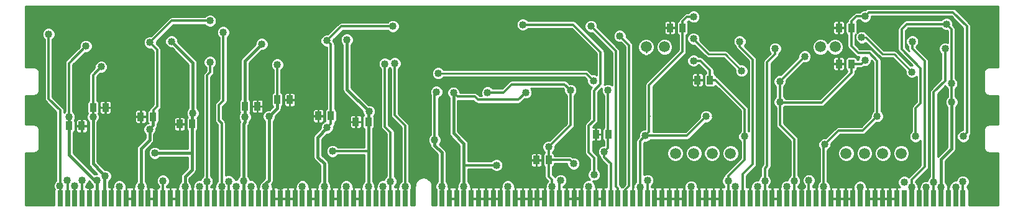
<source format=gbl>
G04 #@! TF.FileFunction,Copper,L2,Bot,Signal*
%FSLAX46Y46*%
G04 Gerber Fmt 4.6, Leading zero omitted, Abs format (unit mm)*
G04 Created by KiCad (PCBNEW (2015-11-11 BZR 6310, Git 8f79b4f)-product) date 2016-01-24 6:08:41 PM*
%MOMM*%
G01*
G04 APERTURE LIST*
%ADD10C,0.100000*%
%ADD11R,0.812800X1.143000*%
%ADD12C,1.500000*%
%ADD13R,0.800000X2.300000*%
%ADD14C,1.016000*%
%ADD15C,0.304800*%
%ADD16C,0.406400*%
%ADD17C,0.254000*%
G04 APERTURE END LIST*
D10*
D11*
X91350900Y-78000000D03*
X89649100Y-78000000D03*
X94949100Y-79000000D03*
X96650900Y-79000000D03*
X115550900Y-77900000D03*
X113849100Y-77900000D03*
X118949100Y-78700000D03*
X120650900Y-78700000D03*
X167201800Y-73000000D03*
X165500000Y-73000000D03*
X161749100Y-65900000D03*
X163450900Y-65900000D03*
X186450900Y-70800000D03*
X184749100Y-70800000D03*
X184749100Y-65900000D03*
X186450900Y-65900000D03*
X79899100Y-79250000D03*
X81600900Y-79250000D03*
X84850900Y-76750000D03*
X83149100Y-76750000D03*
X103849100Y-76600000D03*
X105550900Y-76600000D03*
X109950900Y-75700000D03*
X108249100Y-75700000D03*
X153350900Y-80400000D03*
X151649100Y-80400000D03*
X143549100Y-83900000D03*
X145250900Y-83900000D03*
D12*
X184250000Y-68500000D03*
X182250000Y-68500000D03*
X190750000Y-83000000D03*
X193250000Y-83000000D03*
X188250000Y-83000000D03*
X185750000Y-83000000D03*
X161000000Y-68500000D03*
X158500000Y-68500000D03*
X167500000Y-83000000D03*
X170000000Y-83000000D03*
X165000000Y-83000000D03*
X162500000Y-83000000D03*
D13*
X177675000Y-89150000D03*
X176675000Y-89150000D03*
X175675000Y-89150000D03*
X174675000Y-89150000D03*
X173675000Y-89150000D03*
X172675000Y-89150000D03*
X171675000Y-89150000D03*
X170675000Y-89150000D03*
X169675000Y-89150000D03*
X168675000Y-89150000D03*
X167675000Y-89150000D03*
X166675000Y-89150000D03*
X165675000Y-89150000D03*
X164675000Y-89150000D03*
X163675000Y-89150000D03*
X162675000Y-89150000D03*
X145675000Y-89150000D03*
X144675000Y-89150000D03*
X143675000Y-89150000D03*
X142675000Y-89150000D03*
X141675000Y-89150000D03*
X140675000Y-89150000D03*
X139675000Y-89150000D03*
X138675000Y-89150000D03*
X137675000Y-89150000D03*
X136675000Y-89150000D03*
X135675000Y-89150000D03*
X134675000Y-89150000D03*
X133675000Y-89150000D03*
X132675000Y-89150000D03*
X131675000Y-89150000D03*
X130675000Y-89150000D03*
X146675000Y-89150000D03*
X147675000Y-89150000D03*
X148675000Y-89150000D03*
X149675000Y-89150000D03*
X150675000Y-89150000D03*
X151675000Y-89150000D03*
X152675000Y-89150000D03*
X153675000Y-89150000D03*
X154675000Y-89150000D03*
X155675000Y-89150000D03*
X156675000Y-89150000D03*
X157675000Y-89150000D03*
X158675000Y-89150000D03*
X159675000Y-89150000D03*
X160675000Y-89150000D03*
X161675000Y-89150000D03*
X109675000Y-89150000D03*
X108675000Y-89150000D03*
X107675000Y-89150000D03*
X106675000Y-89150000D03*
X105675000Y-89150000D03*
X104675000Y-89150000D03*
X103675000Y-89150000D03*
X102675000Y-89150000D03*
X101675000Y-89150000D03*
X100675000Y-89150000D03*
X99675000Y-89150000D03*
X98675000Y-89150000D03*
X97675000Y-89150000D03*
X96675000Y-89150000D03*
X95675000Y-89150000D03*
X94675000Y-89150000D03*
X78675000Y-89150000D03*
X79675000Y-89150000D03*
X80675000Y-89150000D03*
X81675000Y-89150000D03*
X82675000Y-89150000D03*
X83675000Y-89150000D03*
X84675000Y-89150000D03*
X85675000Y-89150000D03*
X86675000Y-89150000D03*
X87675000Y-89150000D03*
X88675000Y-89150000D03*
X89675000Y-89150000D03*
X90675000Y-89150000D03*
X91675000Y-89150000D03*
X92675000Y-89150000D03*
X93675000Y-89150000D03*
X110675000Y-89150000D03*
X111675000Y-89150000D03*
X112675000Y-89150000D03*
X113675000Y-89150000D03*
X114675000Y-89150000D03*
X115675000Y-89150000D03*
X116675000Y-89150000D03*
X117675000Y-89150000D03*
X118675000Y-89150000D03*
X119675000Y-89150000D03*
X120675000Y-89150000D03*
X121675000Y-89150000D03*
X122675000Y-89150000D03*
X123675000Y-89150000D03*
X124675000Y-89150000D03*
X125675000Y-89150000D03*
X178675000Y-89150000D03*
X179675000Y-89150000D03*
X180675000Y-89150000D03*
X181675000Y-89150000D03*
X182675000Y-89150000D03*
X183675000Y-89150000D03*
X184675000Y-89150000D03*
X185675000Y-89150000D03*
X186675000Y-89150000D03*
X187675000Y-89150000D03*
X188675000Y-89150000D03*
X189675000Y-89150000D03*
X190675000Y-89150000D03*
X191675000Y-89150000D03*
X192675000Y-89150000D03*
X193675000Y-89150000D03*
X194675000Y-89150000D03*
X195675000Y-89150000D03*
X196675000Y-89150000D03*
X197675000Y-89150000D03*
X198675000Y-89150000D03*
X199675000Y-89150000D03*
X200675000Y-89150000D03*
X201675000Y-89150000D03*
D14*
X83700000Y-86700001D03*
X169675000Y-86750000D03*
X198675000Y-87600000D03*
X178675000Y-86750000D03*
X133675000Y-87500000D03*
X114650000Y-87500000D03*
X103659017Y-86788514D03*
X89675000Y-87500000D03*
X115010899Y-67658620D03*
X195200000Y-80700000D03*
X199400000Y-65400000D03*
X180100000Y-69800000D03*
X171900000Y-80700000D03*
X138100000Y-84600000D03*
X124000000Y-65700000D03*
X82200000Y-68400000D03*
X132250000Y-74750000D03*
X103866271Y-78029771D03*
X79870710Y-78036493D03*
X90850000Y-79750000D03*
X200100000Y-73500000D03*
X176700000Y-73200000D03*
X200113620Y-76000000D03*
X99100000Y-64950000D03*
X188300000Y-70300000D03*
X164963510Y-70379280D03*
X176724730Y-76023463D03*
X152794262Y-82798946D03*
X153300000Y-74400000D03*
X142100000Y-74700000D03*
X106150000Y-68100000D03*
X115050000Y-79500000D03*
X90911089Y-67908620D03*
X195504546Y-83740893D03*
X199700000Y-86850000D03*
X82700000Y-87450000D03*
X85222216Y-84937582D03*
X108650000Y-87500000D03*
X195666761Y-86904583D03*
X172675000Y-86750000D03*
X203350000Y-86900000D03*
X179700000Y-87550000D03*
X91700000Y-87500002D03*
X181400000Y-79300000D03*
X187500000Y-77700000D03*
X131500002Y-81500002D03*
X127500000Y-81500000D03*
X155300000Y-87050000D03*
X152650000Y-84700000D03*
X194800000Y-75900000D03*
X160600000Y-86750000D03*
X167900000Y-77950000D03*
X164200000Y-77700000D03*
X150300000Y-78000000D03*
X126200000Y-77500000D03*
X105800000Y-85800000D03*
X201000000Y-68500000D03*
X146200000Y-85500000D03*
X157900000Y-78900000D03*
X135700000Y-82500000D03*
X174000000Y-82700000D03*
X136100000Y-70900000D03*
X75250000Y-77250000D03*
X191300000Y-77900000D03*
X77088220Y-77350000D03*
X199000000Y-81500000D03*
X187524952Y-73044146D03*
X197600000Y-69900000D03*
X174300000Y-69900000D03*
X164350000Y-73000000D03*
X176250000Y-81500000D03*
X140000000Y-81600000D03*
X146800000Y-76200000D03*
X108850000Y-66900000D03*
X114641715Y-75938212D03*
X101230906Y-77384025D03*
X113637331Y-69936380D03*
X84878026Y-67178026D03*
X89756784Y-70252799D03*
X90641713Y-76188216D03*
X84834862Y-86093625D03*
X182675000Y-87550000D03*
X157650940Y-87562441D03*
X145675000Y-87500000D03*
X130675000Y-87500000D03*
X120675000Y-87500000D03*
X106675000Y-87500000D03*
X95675000Y-87500000D03*
X93850000Y-67750000D03*
X96750000Y-77546380D03*
X91600000Y-82950000D03*
X166680943Y-77980569D03*
X117750004Y-67500000D03*
X201700000Y-80700000D03*
X182800000Y-81800000D03*
X189990857Y-77932096D03*
X158400000Y-80600000D03*
X148600000Y-84400000D03*
X108250000Y-70900000D03*
X129700000Y-81200000D03*
X120750000Y-77296380D03*
X107133729Y-77970229D03*
X83146271Y-78011623D03*
X115800000Y-82700000D03*
X188314983Y-64320469D03*
X164950000Y-64400000D03*
X145222230Y-82129033D03*
X148200000Y-74400000D03*
X129954569Y-74609188D03*
X136900000Y-74700000D03*
X84250000Y-71217260D03*
X86750000Y-87500000D03*
X97675000Y-87500000D03*
X98675000Y-86800000D03*
X99100000Y-70550000D03*
X111675000Y-87500000D03*
X122675000Y-87500000D03*
X123675000Y-86800000D03*
X122900000Y-70800000D03*
X79638750Y-86640000D03*
X101674868Y-86799907D03*
X151400000Y-85900000D03*
X141700000Y-65463620D03*
X158675000Y-86700000D03*
X171250000Y-67750000D03*
X80650000Y-87450000D03*
X81700000Y-86650000D03*
X92675000Y-86750000D03*
X180675000Y-86700400D03*
X78650000Y-87449996D03*
X77100000Y-66750000D03*
X164615376Y-87537613D03*
X174675000Y-86750000D03*
X176077300Y-68750000D03*
X171500000Y-71750000D03*
X164950000Y-67400000D03*
X104649100Y-87500000D03*
X102671012Y-87502883D03*
X117649100Y-87500000D03*
X194675001Y-87618153D03*
X194750000Y-67750000D03*
X100675000Y-87500000D03*
X100900000Y-66500000D03*
X201649100Y-86850000D03*
X187658829Y-87593858D03*
X197672989Y-86905412D03*
X199236380Y-68750000D03*
X187873920Y-67219969D03*
X194700000Y-71900000D03*
X125675000Y-87550000D03*
X124250000Y-70750000D03*
X151300000Y-73100000D03*
X130200000Y-72100000D03*
X139675000Y-87500000D03*
X150675000Y-87500000D03*
X170675000Y-87554800D03*
X173675000Y-87550000D03*
X177675000Y-87550000D03*
X193650000Y-86900000D03*
X196672289Y-87601887D03*
X200675000Y-87600000D03*
X151000000Y-65700000D03*
X154900000Y-67000000D03*
X146850000Y-86700000D03*
D15*
X195200000Y-80700000D02*
X195200000Y-76850000D01*
X195200000Y-76850000D02*
X195900000Y-76150000D01*
X195900000Y-76150000D02*
X195900000Y-71400000D01*
X195900000Y-71400000D02*
X193300000Y-68800000D01*
X193300000Y-68800000D02*
X193300000Y-66100000D01*
X193300000Y-66100000D02*
X194000000Y-65400000D01*
X194000000Y-65400000D02*
X199400000Y-65400000D01*
X171900000Y-80700000D02*
X171900000Y-83850000D01*
X171900000Y-83850000D02*
X169675000Y-86075000D01*
X169675000Y-86075000D02*
X169675000Y-89150000D01*
D16*
X200113620Y-76000000D02*
X200113620Y-82386380D01*
X200113620Y-82386380D02*
X198675000Y-83825000D01*
X198675000Y-83825000D02*
X198675000Y-89150000D01*
D15*
X178675000Y-81075000D02*
X178675000Y-86750000D01*
X178675000Y-86750000D02*
X178675000Y-87625000D01*
D16*
X103675000Y-86525000D02*
X103675000Y-89150000D01*
X89675000Y-87125000D02*
X89675000Y-87500000D01*
X89675000Y-87500000D02*
X89675000Y-89150000D01*
X83675000Y-89150000D02*
X83675000Y-86975000D01*
X83675000Y-86975000D02*
X79870710Y-83170710D01*
X79870710Y-83170710D02*
X79870710Y-78036493D01*
X115050000Y-79500000D02*
X113750000Y-80800000D01*
X114650000Y-84400000D02*
X114650000Y-89125000D01*
X113750000Y-83500000D02*
X114650000Y-84400000D01*
X113750000Y-80800000D02*
X113750000Y-83500000D01*
D15*
X114650000Y-89125000D02*
X114675000Y-89150000D01*
X90911089Y-67908620D02*
X93869709Y-64950000D01*
X93869709Y-64950000D02*
X99100000Y-64950000D01*
X186450900Y-70800000D02*
X187800000Y-70800000D01*
X187800000Y-70800000D02*
X188300000Y-70300000D01*
X176724730Y-76023463D02*
X176801267Y-76100000D01*
X176801267Y-76100000D02*
X182400000Y-76100000D01*
X182400000Y-76100000D02*
X186450900Y-72049100D01*
X186450900Y-72049100D02*
X186450900Y-70800000D01*
X167201800Y-73000000D02*
X167201800Y-72801800D01*
X167201800Y-72801800D02*
X167200000Y-72800000D01*
X167200000Y-72800000D02*
X167200000Y-71700000D01*
X167200000Y-71700000D02*
X165879280Y-70379280D01*
X165879280Y-70379280D02*
X164963510Y-70379280D01*
X167201800Y-73000000D02*
X167913000Y-73000000D01*
X167913000Y-73000000D02*
X168700000Y-73787000D01*
X168700000Y-73787000D02*
X168700000Y-73800000D01*
X168700000Y-73800000D02*
X171900000Y-77000000D01*
X171900000Y-77000000D02*
X171900000Y-80700000D01*
X153300000Y-74400000D02*
X153300000Y-80349100D01*
X153300000Y-80349100D02*
X153350900Y-80400000D01*
X115550900Y-77900000D02*
X115550900Y-78999100D01*
X115550900Y-78999100D02*
X115050000Y-79500000D01*
X79870710Y-78036493D02*
X79870710Y-79221610D01*
X79870710Y-79221610D02*
X79899100Y-79250000D01*
X91350900Y-78000000D02*
X91350900Y-78900000D01*
X91350900Y-78900000D02*
X91350900Y-79249100D01*
X90850000Y-79750000D02*
X91357999Y-79242001D01*
X91357999Y-79242001D02*
X91357999Y-78907099D01*
X91357999Y-78907099D02*
X91350900Y-78900000D01*
X91350900Y-79249100D02*
X90850000Y-79750000D01*
X103866271Y-78029771D02*
X103866271Y-76617171D01*
X103866271Y-76617171D02*
X103849100Y-76600000D01*
X115557999Y-68205720D02*
X115518898Y-68166619D01*
X115557999Y-78992001D02*
X115557999Y-68205720D01*
X115050000Y-79500000D02*
X115557999Y-78992001D01*
X124000000Y-65700000D02*
X116969519Y-65700000D01*
X115518898Y-68166619D02*
X115010899Y-67658620D01*
X115518898Y-67150621D02*
X115010899Y-67658620D01*
X116969519Y-65700000D02*
X115518898Y-67150621D01*
D16*
X90850000Y-79750000D02*
X90850000Y-81150000D01*
X90850000Y-81150000D02*
X89675000Y-82325000D01*
X89675000Y-82325000D02*
X89675000Y-87125000D01*
D15*
X152794262Y-82798946D02*
X152794262Y-83517366D01*
X152794262Y-83517366D02*
X153675000Y-84398104D01*
X153675000Y-84398104D02*
X153675000Y-87625000D01*
X153675000Y-87625000D02*
X153675000Y-89150000D01*
X176724730Y-76023463D02*
X176724730Y-79124730D01*
X176724730Y-79124730D02*
X178675000Y-81075000D01*
X178675000Y-87625000D02*
X178675000Y-89150000D01*
X200100000Y-73500000D02*
X200100000Y-66100000D01*
X200100000Y-66100000D02*
X199400000Y-65400000D01*
X180100000Y-69800000D02*
X179592001Y-70307999D01*
X179592001Y-70307999D02*
X176700000Y-73200000D01*
D16*
X133675000Y-81675000D02*
X133675000Y-84700000D01*
X133675000Y-84700000D02*
X133675000Y-87275000D01*
D15*
X138100000Y-84600000D02*
X133775000Y-84600000D01*
X133775000Y-84600000D02*
X133675000Y-84700000D01*
X135600000Y-75700000D02*
X141100000Y-75700000D01*
X141100000Y-75700000D02*
X142100000Y-74700000D01*
X135157999Y-75257999D02*
X135600000Y-75700000D01*
X132250000Y-74750000D02*
X132757999Y-75257999D01*
X132757999Y-75257999D02*
X135157999Y-75257999D01*
D16*
X103866271Y-78029771D02*
X103866271Y-70383729D01*
X103866271Y-70383729D02*
X106150000Y-68100000D01*
D15*
X91900000Y-76600000D02*
X91900000Y-68897531D01*
X91900000Y-68897531D02*
X90911089Y-67908620D01*
X91357999Y-77142001D02*
X91900000Y-76600000D01*
X91357999Y-79242001D02*
X91357999Y-77142001D01*
X82200000Y-68400000D02*
X79870710Y-70729290D01*
X79870710Y-70729290D02*
X79870710Y-78036493D01*
D16*
X132250000Y-74750000D02*
X132250000Y-80250000D01*
X133675000Y-87275000D02*
X133675000Y-89150000D01*
X132250000Y-80250000D02*
X133675000Y-81675000D01*
X103866271Y-78029771D02*
X103866271Y-78748191D01*
X103866271Y-78748191D02*
X103675000Y-78939462D01*
D15*
X200100000Y-73500000D02*
X200100000Y-75986380D01*
X200100000Y-75986380D02*
X200113620Y-76000000D01*
X176700000Y-73200000D02*
X176700000Y-75998733D01*
X176700000Y-75998733D02*
X176724730Y-76023463D01*
X153300000Y-74400000D02*
X153300000Y-82293208D01*
X153300000Y-82293208D02*
X152794262Y-82798946D01*
D16*
X103675000Y-78939462D02*
X103675000Y-86525000D01*
D15*
X199675000Y-89150000D02*
X199675000Y-86875000D01*
X199675000Y-86875000D02*
X199700000Y-86850000D01*
X172675000Y-89150000D02*
X172675000Y-86750000D01*
X179675000Y-89150000D02*
X179675000Y-87575000D01*
X179675000Y-87575000D02*
X179700000Y-87550000D01*
X148675000Y-89150000D02*
X149675000Y-89150000D01*
X77088220Y-77350000D02*
X75350000Y-77350000D01*
X75350000Y-77350000D02*
X75250000Y-77250000D01*
X147400000Y-73600000D02*
X148200000Y-74400000D01*
X140200000Y-73600000D02*
X147400000Y-73600000D01*
X139100000Y-74700000D02*
X140200000Y-73600000D01*
X136900000Y-74700000D02*
X139100000Y-74700000D01*
D16*
X84675000Y-86253487D02*
X84834862Y-86093625D01*
X84675000Y-89150000D02*
X84675000Y-86253487D01*
X83146271Y-84405034D02*
X84326863Y-85585626D01*
X83146271Y-78011623D02*
X83146271Y-84405034D01*
X84326863Y-85585626D02*
X84834862Y-86093625D01*
D15*
X157650940Y-86844021D02*
X157650940Y-87562441D01*
X157650940Y-81349060D02*
X157650940Y-86844021D01*
X158400000Y-80600000D02*
X157650940Y-81349060D01*
X157675000Y-87586501D02*
X157650940Y-87562441D01*
X157675000Y-89150000D02*
X157675000Y-87586501D01*
X145675000Y-86575000D02*
X145675000Y-87500000D01*
X145675000Y-87500000D02*
X145675000Y-89150000D01*
X145222230Y-84000000D02*
X145222230Y-86122230D01*
X145222230Y-86122230D02*
X145675000Y-86575000D01*
D16*
X120675000Y-86725000D02*
X120675000Y-87500000D01*
X120675000Y-87500000D02*
X120675000Y-89150000D01*
X106675000Y-87125000D02*
X106675000Y-87500000D01*
X106675000Y-87500000D02*
X106675000Y-89150000D01*
X95675000Y-86175000D02*
X95675000Y-87500000D01*
X95675000Y-87500000D02*
X95675000Y-89150000D01*
X96750000Y-77546380D02*
X96750000Y-70650000D01*
X96750000Y-70650000D02*
X93850000Y-67750000D01*
X96650900Y-79000000D02*
X96650900Y-77645480D01*
X96650900Y-77645480D02*
X96750000Y-77546380D01*
X96650900Y-79000000D02*
X96650900Y-82900000D01*
X96650900Y-82900000D02*
X96650900Y-85199100D01*
X91600000Y-82950000D02*
X96600900Y-82950000D01*
X96600900Y-82950000D02*
X96650900Y-82900000D01*
X96650900Y-85199100D02*
X95675000Y-86175000D01*
D15*
X108249100Y-75700000D02*
X108249100Y-70900900D01*
X108249100Y-70900900D02*
X108250000Y-70900000D01*
D16*
X108250000Y-76853958D02*
X108249100Y-76853058D01*
X108250000Y-76853958D02*
X107133729Y-77970229D01*
X108249100Y-76853058D02*
X108249100Y-75700000D01*
D15*
X158907999Y-78000000D02*
X158907999Y-73692001D01*
X158907999Y-73692001D02*
X163450900Y-69149100D01*
X163450900Y-69149100D02*
X163450900Y-65900000D01*
X163450900Y-65900000D02*
X163450900Y-65023700D01*
X163450900Y-65023700D02*
X164074600Y-64400000D01*
X164074600Y-64400000D02*
X164300000Y-64400000D01*
X182800000Y-81800000D02*
X184700000Y-79900000D01*
X184700000Y-79900000D02*
X188022953Y-79900000D01*
X188022953Y-79900000D02*
X189990857Y-77932096D01*
X189990857Y-77932096D02*
X189990857Y-70390857D01*
X189990857Y-70390857D02*
X188900000Y-69300000D01*
X188900000Y-69300000D02*
X187400000Y-69300000D01*
X186450900Y-68350900D02*
X186450900Y-65900000D01*
X187400000Y-69300000D02*
X186450900Y-68350900D01*
X186450900Y-65900000D02*
X186450900Y-65023700D01*
X186450900Y-65023700D02*
X187154131Y-64320469D01*
X187154131Y-64320469D02*
X187279531Y-64320469D01*
X187279531Y-64320469D02*
X188314983Y-64320469D01*
X164300000Y-64400000D02*
X164950000Y-64400000D01*
X120750000Y-77296380D02*
X120750000Y-78600900D01*
X120750000Y-78600900D02*
X120650900Y-78700000D01*
X83146271Y-78011623D02*
X83146271Y-76752829D01*
X83146271Y-76752829D02*
X83149100Y-76750000D01*
D16*
X120675000Y-77371380D02*
X120675000Y-78000000D01*
X120675000Y-78000000D02*
X120675000Y-82600000D01*
D15*
X158400000Y-80600000D02*
X164061512Y-80600000D01*
X164061512Y-80600000D02*
X166172944Y-78488568D01*
X166172944Y-78488568D02*
X166680943Y-77980569D01*
X188314983Y-64320469D02*
X188835452Y-63800000D01*
X188835452Y-63800000D02*
X200300000Y-63800000D01*
X202207999Y-65707999D02*
X202207999Y-80192001D01*
X200300000Y-63800000D02*
X202207999Y-65707999D01*
X202207999Y-80192001D02*
X201700000Y-80700000D01*
D16*
X117750004Y-68218420D02*
X117750004Y-67500000D01*
X117750004Y-74296384D02*
X117750004Y-68218420D01*
X120750000Y-77296380D02*
X117750004Y-74296384D01*
D15*
X182800000Y-81800000D02*
X182675000Y-81925000D01*
X182675000Y-81925000D02*
X182675000Y-87695200D01*
X182675000Y-87695200D02*
X182675000Y-89150000D01*
X158907999Y-80092001D02*
X158907999Y-78000000D01*
X158907999Y-78000000D02*
X158927367Y-77980632D01*
X158400000Y-80600000D02*
X158907999Y-80092001D01*
X148200000Y-74400000D02*
X148200000Y-79151263D01*
X148200000Y-79151263D02*
X145222230Y-82129033D01*
X145222230Y-82129033D02*
X145222230Y-84000000D01*
X148600000Y-84400000D02*
X148092001Y-83892001D01*
X148092001Y-83892001D02*
X145330229Y-83892001D01*
X145330229Y-83892001D02*
X145222230Y-84000000D01*
X83146271Y-78011623D02*
X83146271Y-72320989D01*
X83146271Y-72320989D02*
X84250000Y-71217260D01*
X129700000Y-81200000D02*
X129700000Y-74863757D01*
X129700000Y-74863757D02*
X129954569Y-74609188D01*
D16*
X120675000Y-82600000D02*
X120675000Y-86725000D01*
D15*
X120575000Y-82700000D02*
X120675000Y-82600000D01*
X115800000Y-82700000D02*
X120575000Y-82700000D01*
D16*
X129700000Y-81200000D02*
X129700000Y-81918420D01*
X130675000Y-82893420D02*
X130675000Y-87025000D01*
X129700000Y-81918420D02*
X130675000Y-82893420D01*
X130675000Y-87025000D02*
X130675000Y-89150000D01*
X120750000Y-77296380D02*
X120675000Y-77371380D01*
X107133729Y-77970229D02*
X107133729Y-86666271D01*
X107133729Y-86666271D02*
X106675000Y-87125000D01*
D15*
X86675000Y-89150000D02*
X86675000Y-87575000D01*
X86675000Y-87575000D02*
X86750000Y-87500000D01*
X98675000Y-89150000D02*
X98675000Y-72375000D01*
X98675000Y-72375000D02*
X99100000Y-71950000D01*
X99100000Y-71950000D02*
X99100000Y-70550000D01*
D17*
X158500000Y-69250000D02*
X158500000Y-68500000D01*
D15*
X111675000Y-89150000D02*
X111675000Y-87500000D01*
X122675000Y-89150000D02*
X122675000Y-87500000D01*
X123675000Y-89150000D02*
X123675000Y-80125000D01*
X123675000Y-80125000D02*
X122900000Y-79350000D01*
X122900000Y-79350000D02*
X122900000Y-70800000D01*
X79675000Y-89150000D02*
X79675000Y-86676250D01*
X79675000Y-86676250D02*
X79638750Y-86640000D01*
X101675000Y-86800039D02*
X101674868Y-86799907D01*
X101675000Y-89150000D02*
X101675000Y-86800039D01*
X151400000Y-85900000D02*
X151400000Y-83600000D01*
X150700000Y-82900000D02*
X150700000Y-79200000D01*
X151400000Y-78500000D02*
X151400000Y-74450000D01*
X151400000Y-83600000D02*
X150700000Y-82900000D01*
X152300000Y-73550000D02*
X152300000Y-69200000D01*
X150700000Y-79200000D02*
X151400000Y-78500000D01*
X151400000Y-74450000D02*
X152300000Y-73550000D01*
X152300000Y-69200000D02*
X148563620Y-65463620D01*
X148563620Y-65463620D02*
X141700000Y-65463620D01*
X158675000Y-89150000D02*
X158675000Y-86700000D01*
X171250000Y-67750000D02*
X171250000Y-68468420D01*
X171250000Y-68468420D02*
X173000000Y-70218420D01*
X173000000Y-70218420D02*
X173000000Y-84500000D01*
X173000000Y-84500000D02*
X171675000Y-85825000D01*
X171675000Y-85825000D02*
X171675000Y-89150000D01*
X80675000Y-87475000D02*
X80650000Y-87450000D01*
X80675000Y-89150000D02*
X80675000Y-87475000D01*
X81675000Y-89150000D02*
X81675000Y-86675000D01*
X81675000Y-86675000D02*
X81700000Y-86650000D01*
X92675000Y-89150000D02*
X92675000Y-86750000D01*
X180675000Y-89150000D02*
X180675000Y-86700400D01*
X78675000Y-85925000D02*
X78675000Y-89150000D01*
X77100000Y-66750000D02*
X77100000Y-75550000D01*
X77100000Y-75550000D02*
X78675000Y-77125000D01*
X78675000Y-77125000D02*
X78675000Y-85925000D01*
X164675000Y-89150000D02*
X164675000Y-87597237D01*
X164675000Y-87597237D02*
X164615376Y-87537613D01*
X176077300Y-68750000D02*
X176077300Y-69468420D01*
X176077300Y-69468420D02*
X175000000Y-70545720D01*
X175000000Y-70545720D02*
X175000000Y-84700000D01*
X175000000Y-84700000D02*
X174675000Y-85025000D01*
X174675000Y-85025000D02*
X174675000Y-89150000D01*
D17*
X171500000Y-71750000D02*
X169250000Y-69500000D01*
X169250000Y-69500000D02*
X167000000Y-69500000D01*
X167000000Y-69500000D02*
X164950000Y-67450000D01*
X164950000Y-67450000D02*
X164950000Y-67400000D01*
D15*
X104675000Y-87525900D02*
X104649100Y-87500000D01*
X104675000Y-89150000D02*
X104675000Y-87525900D01*
X102675000Y-87506871D02*
X102671012Y-87502883D01*
X102675000Y-89150000D02*
X102675000Y-87506871D01*
X117675000Y-89150000D02*
X117675000Y-87525900D01*
X117675000Y-87525900D02*
X117649100Y-87500000D01*
X194750000Y-67750000D02*
X194750000Y-68750000D01*
X194750000Y-68750000D02*
X196450000Y-70450000D01*
X194675000Y-87695200D02*
X194675000Y-89150000D01*
X196450000Y-70450000D02*
X196450000Y-84821870D01*
X196450000Y-84821870D02*
X194675000Y-86596870D01*
X194675000Y-86596870D02*
X194675000Y-87695200D01*
X100675000Y-89150000D02*
X100675000Y-78875000D01*
X100675000Y-78875000D02*
X100300000Y-78500000D01*
X100300000Y-78500000D02*
X100300000Y-76400000D01*
X100300000Y-76400000D02*
X100900000Y-75800000D01*
X100900000Y-75800000D02*
X100900000Y-66500000D01*
X201675000Y-89150000D02*
X201675000Y-86875900D01*
X201675000Y-86875900D02*
X201649100Y-86850000D01*
X187675000Y-89150000D02*
X187675000Y-87610029D01*
X187675000Y-87610029D02*
X187658829Y-87593858D01*
X199236380Y-69468420D02*
X199236380Y-68750000D01*
X199236380Y-73085490D02*
X199236380Y-69468420D01*
X197675000Y-74646870D02*
X199236380Y-73085490D01*
X197675000Y-89150000D02*
X197675000Y-74646870D01*
D17*
X194700000Y-71900000D02*
X192300000Y-69500000D01*
X192300000Y-69500000D02*
X190700000Y-69500000D01*
X188419969Y-67219969D02*
X187873920Y-67219969D01*
X190700000Y-69500000D02*
X188419969Y-67219969D01*
D15*
X125675000Y-89150000D02*
X125675000Y-79225000D01*
X125675000Y-79225000D02*
X124250000Y-77800000D01*
X124250000Y-77800000D02*
X124250000Y-70750000D01*
D17*
X130200000Y-72100000D02*
X150300000Y-72100000D01*
X150300000Y-72100000D02*
X151300000Y-73100000D01*
D15*
X139675000Y-89150000D02*
X139675000Y-87500000D01*
X150675000Y-89150000D02*
X150675000Y-87500000D01*
X170675000Y-89150000D02*
X170675000Y-87554800D01*
X173675000Y-89150000D02*
X173675000Y-87550000D01*
X177675000Y-89150000D02*
X177675000Y-87550000D01*
X196675000Y-89150000D02*
X196675000Y-87604598D01*
X196675000Y-87604598D02*
X196672289Y-87601887D01*
X200675000Y-89150000D02*
X200675000Y-87600000D01*
X154386399Y-69086399D02*
X151507999Y-66207999D01*
X151507999Y-66207999D02*
X151000000Y-65700000D01*
X154675000Y-87803130D02*
X154386399Y-87514529D01*
X154675000Y-89150000D02*
X154675000Y-87803130D01*
X154386399Y-87514529D02*
X154386399Y-69086399D01*
X156163601Y-87464529D02*
X155675000Y-87953130D01*
X154900000Y-67000000D02*
X156163601Y-68263601D01*
X156163601Y-68263601D02*
X156163601Y-87464529D01*
X155675000Y-87953130D02*
X155675000Y-89150000D01*
X146675000Y-89150000D02*
X146675000Y-86875000D01*
X146675000Y-86875000D02*
X146850000Y-86700000D01*
D17*
G36*
X206419000Y-71269000D02*
X205250000Y-71269000D01*
X205208367Y-71277281D01*
X205051112Y-71300117D01*
X204895744Y-71364472D01*
X204895741Y-71364475D01*
X204798419Y-71429503D01*
X204679505Y-71548417D01*
X204614475Y-71645741D01*
X204614472Y-71645744D01*
X204583640Y-71720180D01*
X204550118Y-71801110D01*
X204550117Y-71801112D01*
X204527281Y-71915917D01*
X204527281Y-71958367D01*
X204519000Y-72000000D01*
X204519000Y-74400000D01*
X204527281Y-74441633D01*
X204527281Y-74484083D01*
X204550117Y-74598888D01*
X204550117Y-74598889D01*
X204568966Y-74644395D01*
X204614472Y-74754256D01*
X204614475Y-74754259D01*
X204679503Y-74851581D01*
X204798417Y-74970495D01*
X204895741Y-75035525D01*
X204895744Y-75035528D01*
X205051112Y-75099883D01*
X205165916Y-75122719D01*
X205208367Y-75122719D01*
X205250000Y-75131000D01*
X206419000Y-75131000D01*
X206419000Y-79069000D01*
X205250000Y-79069000D01*
X205208367Y-79077281D01*
X205051112Y-79100117D01*
X204895744Y-79164472D01*
X204895741Y-79164475D01*
X204798419Y-79229503D01*
X204679505Y-79348417D01*
X204614475Y-79445741D01*
X204614472Y-79445744D01*
X204581049Y-79526436D01*
X204550118Y-79601110D01*
X204550117Y-79601112D01*
X204527281Y-79715917D01*
X204527281Y-79758367D01*
X204519000Y-79800000D01*
X204519000Y-82200000D01*
X204527281Y-82241633D01*
X204527281Y-82284083D01*
X204550117Y-82398888D01*
X204550117Y-82398889D01*
X204557949Y-82417797D01*
X204614472Y-82554256D01*
X204614475Y-82554259D01*
X204679503Y-82651581D01*
X204798417Y-82770495D01*
X204895741Y-82835525D01*
X204895744Y-82835528D01*
X205051112Y-82899883D01*
X205165916Y-82922719D01*
X205208367Y-82922719D01*
X205250000Y-82931000D01*
X206419000Y-82931000D01*
X206419000Y-90069000D01*
X202463464Y-90069000D01*
X202463464Y-88000000D01*
X202436897Y-87858810D01*
X202353454Y-87729135D01*
X202226134Y-87642141D01*
X202208400Y-87638550D01*
X202208400Y-87547815D01*
X202402318Y-87354236D01*
X202537946Y-87027609D01*
X202538254Y-86673943D01*
X202403197Y-86347080D01*
X202153336Y-86096782D01*
X201826709Y-85961154D01*
X201473043Y-85960846D01*
X201146180Y-86095903D01*
X200895882Y-86345764D01*
X200760254Y-86672391D01*
X200760220Y-86711074D01*
X200498943Y-86710846D01*
X200172080Y-86845903D01*
X199921782Y-87095764D01*
X199786154Y-87422391D01*
X199785974Y-87628676D01*
X199700400Y-87714250D01*
X199700400Y-89124600D01*
X199720400Y-89124600D01*
X199720400Y-89175400D01*
X199700400Y-89175400D01*
X199700400Y-89195400D01*
X199649600Y-89195400D01*
X199649600Y-89175400D01*
X199629600Y-89175400D01*
X199629600Y-89124600D01*
X199649600Y-89124600D01*
X199649600Y-87714250D01*
X199563976Y-87628626D01*
X199564154Y-87423943D01*
X199429097Y-87097080D01*
X199259200Y-86926886D01*
X199259200Y-84066984D01*
X200526712Y-82799472D01*
X200554678Y-82757618D01*
X200653350Y-82609944D01*
X200697820Y-82386380D01*
X200697820Y-76672959D01*
X200866838Y-76504236D01*
X201002466Y-76177609D01*
X201002774Y-75823943D01*
X200867717Y-75497080D01*
X200633400Y-75262353D01*
X200633400Y-74223670D01*
X200853218Y-74004236D01*
X200988846Y-73677609D01*
X200989154Y-73323943D01*
X200854097Y-72997080D01*
X200633400Y-72775997D01*
X200633400Y-66100000D01*
X200612916Y-65997020D01*
X200592797Y-65895876D01*
X200546484Y-65826563D01*
X200477171Y-65722829D01*
X200477168Y-65722827D01*
X200288884Y-65534542D01*
X200289154Y-65223943D01*
X200154097Y-64897080D01*
X199904236Y-64646782D01*
X199577609Y-64511154D01*
X199223943Y-64510846D01*
X198897080Y-64645903D01*
X198675997Y-64866600D01*
X194000000Y-64866600D01*
X193795876Y-64907203D01*
X193737958Y-64945903D01*
X193622829Y-65022829D01*
X193622827Y-65022832D01*
X192922829Y-65722829D01*
X192807203Y-65895877D01*
X192766600Y-66100000D01*
X192766600Y-68800000D01*
X192807203Y-69004123D01*
X192922829Y-69177171D01*
X194756707Y-71011049D01*
X194529271Y-71010851D01*
X192659210Y-69140790D01*
X192494403Y-69030669D01*
X192300000Y-68992000D01*
X190910420Y-68992000D01*
X188779179Y-66860759D01*
X188652393Y-66776043D01*
X188628017Y-66717049D01*
X188378156Y-66466751D01*
X188051529Y-66331123D01*
X187697863Y-66330815D01*
X187371000Y-66465872D01*
X187215462Y-66621139D01*
X187245764Y-66471500D01*
X187245764Y-65328500D01*
X187219197Y-65187310D01*
X187149674Y-65079268D01*
X187375073Y-64853869D01*
X187591313Y-64853869D01*
X187810747Y-65073687D01*
X188137374Y-65209315D01*
X188491040Y-65209623D01*
X188817903Y-65074566D01*
X189068201Y-64824705D01*
X189203829Y-64498078D01*
X189203972Y-64333400D01*
X200079058Y-64333400D01*
X201674599Y-65928941D01*
X201674599Y-79810977D01*
X201523943Y-79810846D01*
X201197080Y-79945903D01*
X200946782Y-80195764D01*
X200811154Y-80522391D01*
X200810846Y-80876057D01*
X200945903Y-81202920D01*
X201195764Y-81453218D01*
X201522391Y-81588846D01*
X201876057Y-81589154D01*
X202202920Y-81454097D01*
X202453218Y-81204236D01*
X202588846Y-80877609D01*
X202589120Y-80563261D01*
X202700796Y-80396124D01*
X202741399Y-80192001D01*
X202741399Y-65707999D01*
X202700796Y-65503876D01*
X202585170Y-65330828D01*
X200677171Y-63422829D01*
X200504123Y-63307203D01*
X200300000Y-63266600D01*
X188835452Y-63266600D01*
X188631328Y-63307203D01*
X188458281Y-63422829D01*
X188449525Y-63431585D01*
X188138926Y-63431315D01*
X187812063Y-63566372D01*
X187590980Y-63787069D01*
X187154131Y-63787069D01*
X186950008Y-63827672D01*
X186776960Y-63943298D01*
X186073729Y-64646529D01*
X185958103Y-64819577D01*
X185929851Y-64961609D01*
X185903310Y-64966603D01*
X185773635Y-65050046D01*
X185686641Y-65177366D01*
X185656036Y-65328500D01*
X185656036Y-66471500D01*
X185682603Y-66612690D01*
X185766046Y-66742365D01*
X185893366Y-66829359D01*
X185917500Y-66834246D01*
X185917500Y-68350900D01*
X185958103Y-68555023D01*
X186073729Y-68728071D01*
X187022829Y-69677171D01*
X187195877Y-69792797D01*
X187400000Y-69833400D01*
X187531154Y-69833400D01*
X187411154Y-70122391D01*
X187411028Y-70266600D01*
X187245764Y-70266600D01*
X187245764Y-70228500D01*
X187219197Y-70087310D01*
X187135754Y-69957635D01*
X187008434Y-69870641D01*
X186857300Y-69840036D01*
X186044500Y-69840036D01*
X185903310Y-69866603D01*
X185773635Y-69950046D01*
X185686641Y-70077366D01*
X185656036Y-70228500D01*
X185656036Y-71371500D01*
X185682603Y-71512690D01*
X185766046Y-71642365D01*
X185893366Y-71729359D01*
X185917500Y-71734246D01*
X185917500Y-71828158D01*
X182179058Y-75566600D01*
X177497857Y-75566600D01*
X177478827Y-75520543D01*
X177233400Y-75274687D01*
X177233400Y-73923670D01*
X177453218Y-73704236D01*
X177588846Y-73377609D01*
X177589118Y-73065224D01*
X179733692Y-70920650D01*
X183961700Y-70920650D01*
X183961700Y-71447285D01*
X184019704Y-71587319D01*
X184126880Y-71694496D01*
X184266914Y-71752500D01*
X184628450Y-71752500D01*
X184723700Y-71657250D01*
X184723700Y-70825400D01*
X184774500Y-70825400D01*
X184774500Y-71657250D01*
X184869750Y-71752500D01*
X185231286Y-71752500D01*
X185371320Y-71694496D01*
X185478496Y-71587319D01*
X185536500Y-71447285D01*
X185536500Y-70920650D01*
X185441250Y-70825400D01*
X184774500Y-70825400D01*
X184723700Y-70825400D01*
X184056950Y-70825400D01*
X183961700Y-70920650D01*
X179733692Y-70920650D01*
X179965458Y-70688884D01*
X180276057Y-70689154D01*
X180602920Y-70554097D01*
X180853218Y-70304236D01*
X180916135Y-70152715D01*
X183961700Y-70152715D01*
X183961700Y-70679350D01*
X184056950Y-70774600D01*
X184723700Y-70774600D01*
X184723700Y-69942750D01*
X184774500Y-69942750D01*
X184774500Y-70774600D01*
X185441250Y-70774600D01*
X185536500Y-70679350D01*
X185536500Y-70152715D01*
X185478496Y-70012681D01*
X185371320Y-69905504D01*
X185231286Y-69847500D01*
X184869750Y-69847500D01*
X184774500Y-69942750D01*
X184723700Y-69942750D01*
X184628450Y-69847500D01*
X184266914Y-69847500D01*
X184126880Y-69905504D01*
X184019704Y-70012681D01*
X183961700Y-70152715D01*
X180916135Y-70152715D01*
X180988846Y-69977609D01*
X180989154Y-69623943D01*
X180854097Y-69297080D01*
X180604236Y-69046782D01*
X180277609Y-68911154D01*
X179923943Y-68910846D01*
X179597080Y-69045903D01*
X179346782Y-69295764D01*
X179211154Y-69622391D01*
X179210882Y-69934776D01*
X176834542Y-72311116D01*
X176523943Y-72310846D01*
X176197080Y-72445903D01*
X175946782Y-72695764D01*
X175811154Y-73022391D01*
X175810846Y-73376057D01*
X175945903Y-73702920D01*
X176166600Y-73924003D01*
X176166600Y-75324480D01*
X175971512Y-75519227D01*
X175835884Y-75845854D01*
X175835576Y-76199520D01*
X175970633Y-76526383D01*
X176191330Y-76747466D01*
X176191330Y-79124730D01*
X176231933Y-79328853D01*
X176347559Y-79501901D01*
X178141600Y-81295942D01*
X178141600Y-86026330D01*
X177921782Y-86245764D01*
X177786154Y-86572391D01*
X177786077Y-86661096D01*
X177498943Y-86660846D01*
X177172080Y-86795903D01*
X176921782Y-87045764D01*
X176786154Y-87372391D01*
X176785931Y-87628719D01*
X176700400Y-87714250D01*
X176700400Y-89124600D01*
X176720400Y-89124600D01*
X176720400Y-89175400D01*
X176700400Y-89175400D01*
X176700400Y-89195400D01*
X176649600Y-89195400D01*
X176649600Y-89175400D01*
X175700400Y-89175400D01*
X175700400Y-89195400D01*
X175649600Y-89195400D01*
X175649600Y-89175400D01*
X175629600Y-89175400D01*
X175629600Y-89124600D01*
X175649600Y-89124600D01*
X175649600Y-87714250D01*
X175700400Y-87714250D01*
X175700400Y-89124600D01*
X176649600Y-89124600D01*
X176649600Y-87714250D01*
X176554350Y-87619000D01*
X176199214Y-87619000D01*
X176175000Y-87629030D01*
X176150786Y-87619000D01*
X175795650Y-87619000D01*
X175700400Y-87714250D01*
X175649600Y-87714250D01*
X175554350Y-87619000D01*
X175208400Y-87619000D01*
X175208400Y-87473670D01*
X175428218Y-87254236D01*
X175563846Y-86927609D01*
X175564154Y-86573943D01*
X175429097Y-86247080D01*
X175208400Y-86025997D01*
X175208400Y-85245942D01*
X175377168Y-85077173D01*
X175377171Y-85077171D01*
X175465642Y-84944764D01*
X175492797Y-84904124D01*
X175533400Y-84700000D01*
X175533400Y-70766662D01*
X176454471Y-69845591D01*
X176570097Y-69672544D01*
X176609397Y-69474971D01*
X176830518Y-69254236D01*
X176966146Y-68927609D01*
X176966323Y-68723983D01*
X181118804Y-68723983D01*
X181290625Y-69139823D01*
X181608503Y-69458256D01*
X182024043Y-69630804D01*
X182473983Y-69631196D01*
X182889823Y-69459375D01*
X183208256Y-69141497D01*
X183249889Y-69041234D01*
X183290625Y-69139823D01*
X183608503Y-69458256D01*
X184024043Y-69630804D01*
X184473983Y-69631196D01*
X184889823Y-69459375D01*
X185208256Y-69141497D01*
X185380804Y-68725957D01*
X185381196Y-68276017D01*
X185209375Y-67860177D01*
X184891497Y-67541744D01*
X184475957Y-67369196D01*
X184026017Y-67368804D01*
X183610177Y-67540625D01*
X183291744Y-67858503D01*
X183250111Y-67958766D01*
X183209375Y-67860177D01*
X182891497Y-67541744D01*
X182475957Y-67369196D01*
X182026017Y-67368804D01*
X181610177Y-67540625D01*
X181291744Y-67858503D01*
X181119196Y-68274043D01*
X181118804Y-68723983D01*
X176966323Y-68723983D01*
X176966454Y-68573943D01*
X176831397Y-68247080D01*
X176581536Y-67996782D01*
X176254909Y-67861154D01*
X175901243Y-67860846D01*
X175574380Y-67995903D01*
X175324082Y-68245764D01*
X175188454Y-68572391D01*
X175188146Y-68926057D01*
X175323203Y-69252920D01*
X175430736Y-69360642D01*
X174622829Y-70168549D01*
X174507203Y-70341597D01*
X174466600Y-70545720D01*
X174466600Y-84479059D01*
X174297829Y-84647829D01*
X174182203Y-84820877D01*
X174141600Y-85025000D01*
X174141600Y-86026330D01*
X173921782Y-86245764D01*
X173786154Y-86572391D01*
X173786077Y-86661096D01*
X173498943Y-86660846D01*
X173172080Y-86795903D01*
X172921782Y-87045764D01*
X172786154Y-87372391D01*
X172785931Y-87628719D01*
X172700400Y-87714250D01*
X172700400Y-89124600D01*
X172720400Y-89124600D01*
X172720400Y-89175400D01*
X172700400Y-89175400D01*
X172700400Y-89195400D01*
X172649600Y-89195400D01*
X172649600Y-89175400D01*
X172629600Y-89175400D01*
X172629600Y-89124600D01*
X172649600Y-89124600D01*
X172649600Y-87714250D01*
X172554350Y-87619000D01*
X172208400Y-87619000D01*
X172208400Y-86045942D01*
X173377171Y-84877171D01*
X173492797Y-84704123D01*
X173533400Y-84500000D01*
X173533400Y-70218425D01*
X173533401Y-70218420D01*
X173492797Y-70014297D01*
X173377171Y-69841249D01*
X171896595Y-68360673D01*
X172003218Y-68254236D01*
X172138846Y-67927609D01*
X172139154Y-67573943D01*
X172004097Y-67247080D01*
X171754236Y-66996782D01*
X171427609Y-66861154D01*
X171073943Y-66860846D01*
X170747080Y-66995903D01*
X170496782Y-67245764D01*
X170361154Y-67572391D01*
X170360846Y-67926057D01*
X170495903Y-68252920D01*
X170717987Y-68475392D01*
X170757203Y-68672543D01*
X170872829Y-68845591D01*
X172466600Y-70439362D01*
X172466600Y-80009255D01*
X172433400Y-79975997D01*
X172433400Y-77000000D01*
X172410184Y-76883288D01*
X172392797Y-76795876D01*
X172336873Y-76712180D01*
X172277171Y-76622829D01*
X172277168Y-76622827D01*
X169103348Y-73449006D01*
X169077171Y-73409829D01*
X168290171Y-72622829D01*
X168117123Y-72507203D01*
X167996664Y-72483242D01*
X167996664Y-72428500D01*
X167970097Y-72287310D01*
X167886654Y-72157635D01*
X167759334Y-72070641D01*
X167733400Y-72065389D01*
X167733400Y-71700000D01*
X167692797Y-71495877D01*
X167577171Y-71322829D01*
X166256451Y-70002109D01*
X166083403Y-69886483D01*
X165879280Y-69845880D01*
X165687180Y-69845880D01*
X165467746Y-69626062D01*
X165141119Y-69490434D01*
X164787453Y-69490126D01*
X164460590Y-69625183D01*
X164210292Y-69875044D01*
X164074664Y-70201671D01*
X164074356Y-70555337D01*
X164209413Y-70882200D01*
X164459274Y-71132498D01*
X164785901Y-71268126D01*
X165139567Y-71268434D01*
X165466430Y-71133377D01*
X165672913Y-70927255D01*
X166666600Y-71920942D01*
X166666600Y-72064272D01*
X166654210Y-72066603D01*
X166524535Y-72150046D01*
X166437541Y-72277366D01*
X166406936Y-72428500D01*
X166406936Y-73571500D01*
X166433503Y-73712690D01*
X166516946Y-73842365D01*
X166644266Y-73929359D01*
X166795400Y-73959964D01*
X167608200Y-73959964D01*
X167749390Y-73933397D01*
X167879065Y-73849954D01*
X167931651Y-73772993D01*
X168296652Y-74137994D01*
X168322829Y-74177171D01*
X171366600Y-77220941D01*
X171366600Y-79976330D01*
X171146782Y-80195764D01*
X171011154Y-80522391D01*
X171010846Y-80876057D01*
X171145903Y-81202920D01*
X171366600Y-81424003D01*
X171366600Y-83629058D01*
X169297829Y-85697829D01*
X169182203Y-85870877D01*
X169153680Y-86014271D01*
X168921782Y-86245764D01*
X168786154Y-86572391D01*
X168785846Y-86926057D01*
X168920903Y-87252920D01*
X169141600Y-87474003D01*
X169141600Y-87619000D01*
X168795650Y-87619000D01*
X168700400Y-87714250D01*
X168700400Y-89124600D01*
X168720400Y-89124600D01*
X168720400Y-89175400D01*
X168700400Y-89175400D01*
X168700400Y-89195400D01*
X168649600Y-89195400D01*
X168649600Y-89175400D01*
X167700400Y-89175400D01*
X167700400Y-89195400D01*
X167649600Y-89195400D01*
X167649600Y-89175400D01*
X166700400Y-89175400D01*
X166700400Y-89195400D01*
X166649600Y-89195400D01*
X166649600Y-89175400D01*
X165700400Y-89175400D01*
X165700400Y-89195400D01*
X165649600Y-89195400D01*
X165649600Y-89175400D01*
X165629600Y-89175400D01*
X165629600Y-89124600D01*
X165649600Y-89124600D01*
X165649600Y-87714250D01*
X165700400Y-87714250D01*
X165700400Y-89124600D01*
X166649600Y-89124600D01*
X166649600Y-87714250D01*
X166700400Y-87714250D01*
X166700400Y-89124600D01*
X167649600Y-89124600D01*
X167649600Y-87714250D01*
X167700400Y-87714250D01*
X167700400Y-89124600D01*
X168649600Y-89124600D01*
X168649600Y-87714250D01*
X168554350Y-87619000D01*
X168199214Y-87619000D01*
X168175000Y-87629030D01*
X168150786Y-87619000D01*
X167795650Y-87619000D01*
X167700400Y-87714250D01*
X167649600Y-87714250D01*
X167554350Y-87619000D01*
X167199214Y-87619000D01*
X167175000Y-87629030D01*
X167150786Y-87619000D01*
X166795650Y-87619000D01*
X166700400Y-87714250D01*
X166649600Y-87714250D01*
X166554350Y-87619000D01*
X166199214Y-87619000D01*
X166175000Y-87629030D01*
X166150786Y-87619000D01*
X165795650Y-87619000D01*
X165700400Y-87714250D01*
X165649600Y-87714250D01*
X165554350Y-87619000D01*
X165504306Y-87619000D01*
X165504530Y-87361556D01*
X165369473Y-87034693D01*
X165119612Y-86784395D01*
X164792985Y-86648767D01*
X164439319Y-86648459D01*
X164112456Y-86783516D01*
X163862158Y-87033377D01*
X163726530Y-87360004D01*
X163726244Y-87688406D01*
X163700400Y-87714250D01*
X163700400Y-89124600D01*
X163720400Y-89124600D01*
X163720400Y-89175400D01*
X163700400Y-89175400D01*
X163700400Y-89195400D01*
X163649600Y-89195400D01*
X163649600Y-89175400D01*
X162700400Y-89175400D01*
X162700400Y-89195400D01*
X162649600Y-89195400D01*
X162649600Y-89175400D01*
X161700400Y-89175400D01*
X161700400Y-89195400D01*
X161649600Y-89195400D01*
X161649600Y-89175400D01*
X160700400Y-89175400D01*
X160700400Y-89195400D01*
X160649600Y-89195400D01*
X160649600Y-89175400D01*
X159700400Y-89175400D01*
X159700400Y-89195400D01*
X159649600Y-89195400D01*
X159649600Y-89175400D01*
X159629600Y-89175400D01*
X159629600Y-89124600D01*
X159649600Y-89124600D01*
X159649600Y-87714250D01*
X159700400Y-87714250D01*
X159700400Y-89124600D01*
X160649600Y-89124600D01*
X160649600Y-87714250D01*
X160700400Y-87714250D01*
X160700400Y-89124600D01*
X161649600Y-89124600D01*
X161649600Y-87714250D01*
X161700400Y-87714250D01*
X161700400Y-89124600D01*
X162649600Y-89124600D01*
X162649600Y-87714250D01*
X162700400Y-87714250D01*
X162700400Y-89124600D01*
X163649600Y-89124600D01*
X163649600Y-87714250D01*
X163554350Y-87619000D01*
X163199214Y-87619000D01*
X163175000Y-87629030D01*
X163150786Y-87619000D01*
X162795650Y-87619000D01*
X162700400Y-87714250D01*
X162649600Y-87714250D01*
X162554350Y-87619000D01*
X162199214Y-87619000D01*
X162175000Y-87629030D01*
X162150786Y-87619000D01*
X161795650Y-87619000D01*
X161700400Y-87714250D01*
X161649600Y-87714250D01*
X161554350Y-87619000D01*
X161199214Y-87619000D01*
X161175000Y-87629030D01*
X161150786Y-87619000D01*
X160795650Y-87619000D01*
X160700400Y-87714250D01*
X160649600Y-87714250D01*
X160554350Y-87619000D01*
X160199214Y-87619000D01*
X160175000Y-87629030D01*
X160150786Y-87619000D01*
X159795650Y-87619000D01*
X159700400Y-87714250D01*
X159649600Y-87714250D01*
X159554350Y-87619000D01*
X159208400Y-87619000D01*
X159208400Y-87423670D01*
X159428218Y-87204236D01*
X159563846Y-86877609D01*
X159564154Y-86523943D01*
X159429097Y-86197080D01*
X159179236Y-85946782D01*
X158852609Y-85811154D01*
X158498943Y-85810846D01*
X158184340Y-85940837D01*
X158184340Y-83223983D01*
X161368804Y-83223983D01*
X161540625Y-83639823D01*
X161858503Y-83958256D01*
X162274043Y-84130804D01*
X162723983Y-84131196D01*
X163139823Y-83959375D01*
X163458256Y-83641497D01*
X163630804Y-83225957D01*
X163630805Y-83223983D01*
X163868804Y-83223983D01*
X164040625Y-83639823D01*
X164358503Y-83958256D01*
X164774043Y-84130804D01*
X165223983Y-84131196D01*
X165639823Y-83959375D01*
X165958256Y-83641497D01*
X166130804Y-83225957D01*
X166130805Y-83223983D01*
X166368804Y-83223983D01*
X166540625Y-83639823D01*
X166858503Y-83958256D01*
X167274043Y-84130804D01*
X167723983Y-84131196D01*
X168139823Y-83959375D01*
X168458256Y-83641497D01*
X168630804Y-83225957D01*
X168630805Y-83223983D01*
X168868804Y-83223983D01*
X169040625Y-83639823D01*
X169358503Y-83958256D01*
X169774043Y-84130804D01*
X170223983Y-84131196D01*
X170639823Y-83959375D01*
X170958256Y-83641497D01*
X171130804Y-83225957D01*
X171131196Y-82776017D01*
X170959375Y-82360177D01*
X170641497Y-82041744D01*
X170225957Y-81869196D01*
X169776017Y-81868804D01*
X169360177Y-82040625D01*
X169041744Y-82358503D01*
X168869196Y-82774043D01*
X168868804Y-83223983D01*
X168630805Y-83223983D01*
X168631196Y-82776017D01*
X168459375Y-82360177D01*
X168141497Y-82041744D01*
X167725957Y-81869196D01*
X167276017Y-81868804D01*
X166860177Y-82040625D01*
X166541744Y-82358503D01*
X166369196Y-82774043D01*
X166368804Y-83223983D01*
X166130805Y-83223983D01*
X166131196Y-82776017D01*
X165959375Y-82360177D01*
X165641497Y-82041744D01*
X165225957Y-81869196D01*
X164776017Y-81868804D01*
X164360177Y-82040625D01*
X164041744Y-82358503D01*
X163869196Y-82774043D01*
X163868804Y-83223983D01*
X163630805Y-83223983D01*
X163631196Y-82776017D01*
X163459375Y-82360177D01*
X163141497Y-82041744D01*
X162725957Y-81869196D01*
X162276017Y-81868804D01*
X161860177Y-82040625D01*
X161541744Y-82358503D01*
X161369196Y-82774043D01*
X161368804Y-83223983D01*
X158184340Y-83223983D01*
X158184340Y-81570002D01*
X158265458Y-81488884D01*
X158576057Y-81489154D01*
X158902920Y-81354097D01*
X159124003Y-81133400D01*
X164061512Y-81133400D01*
X164265635Y-81092797D01*
X164438683Y-80977171D01*
X166546401Y-78869453D01*
X166857000Y-78869723D01*
X167183863Y-78734666D01*
X167434161Y-78484805D01*
X167569789Y-78158178D01*
X167570097Y-77804512D01*
X167435040Y-77477649D01*
X167185179Y-77227351D01*
X166858552Y-77091723D01*
X166504886Y-77091415D01*
X166178023Y-77226472D01*
X165927725Y-77476333D01*
X165792097Y-77802960D01*
X165791825Y-78115345D01*
X163840570Y-80066600D01*
X159441399Y-80066600D01*
X159441399Y-78078001D01*
X159460767Y-77980632D01*
X159441399Y-77883263D01*
X159441399Y-73912943D01*
X160233692Y-73120650D01*
X164712600Y-73120650D01*
X164712600Y-73647285D01*
X164770604Y-73787319D01*
X164877780Y-73894496D01*
X165017814Y-73952500D01*
X165379350Y-73952500D01*
X165474600Y-73857250D01*
X165474600Y-73025400D01*
X165525400Y-73025400D01*
X165525400Y-73857250D01*
X165620650Y-73952500D01*
X165982186Y-73952500D01*
X166122220Y-73894496D01*
X166229396Y-73787319D01*
X166287400Y-73647285D01*
X166287400Y-73120650D01*
X166192150Y-73025400D01*
X165525400Y-73025400D01*
X165474600Y-73025400D01*
X164807850Y-73025400D01*
X164712600Y-73120650D01*
X160233692Y-73120650D01*
X161001627Y-72352715D01*
X164712600Y-72352715D01*
X164712600Y-72879350D01*
X164807850Y-72974600D01*
X165474600Y-72974600D01*
X165474600Y-72142750D01*
X165525400Y-72142750D01*
X165525400Y-72974600D01*
X166192150Y-72974600D01*
X166287400Y-72879350D01*
X166287400Y-72352715D01*
X166229396Y-72212681D01*
X166122220Y-72105504D01*
X165982186Y-72047500D01*
X165620650Y-72047500D01*
X165525400Y-72142750D01*
X165474600Y-72142750D01*
X165379350Y-72047500D01*
X165017814Y-72047500D01*
X164877780Y-72105504D01*
X164770604Y-72212681D01*
X164712600Y-72352715D01*
X161001627Y-72352715D01*
X163828071Y-69526271D01*
X163943697Y-69353223D01*
X163984300Y-69149100D01*
X163984300Y-67576057D01*
X164060846Y-67576057D01*
X164195903Y-67902920D01*
X164445764Y-68153218D01*
X164772391Y-68288846D01*
X165070686Y-68289106D01*
X166640790Y-69859210D01*
X166805597Y-69969331D01*
X167000000Y-70008000D01*
X169039580Y-70008000D01*
X170611148Y-71579569D01*
X170610846Y-71926057D01*
X170745903Y-72252920D01*
X170995764Y-72503218D01*
X171322391Y-72638846D01*
X171676057Y-72639154D01*
X172002920Y-72504097D01*
X172253218Y-72254236D01*
X172388846Y-71927609D01*
X172389154Y-71573943D01*
X172254097Y-71247080D01*
X172004236Y-70996782D01*
X171677609Y-70861154D01*
X171329271Y-70860851D01*
X169609210Y-69140790D01*
X169444403Y-69030669D01*
X169250000Y-68992000D01*
X167210420Y-68992000D01*
X165826283Y-67607863D01*
X165838846Y-67577609D01*
X165839154Y-67223943D01*
X165704097Y-66897080D01*
X165454236Y-66646782D01*
X165127609Y-66511154D01*
X164773943Y-66510846D01*
X164447080Y-66645903D01*
X164196782Y-66895764D01*
X164061154Y-67222391D01*
X164060846Y-67576057D01*
X163984300Y-67576057D01*
X163984300Y-66836067D01*
X163998490Y-66833397D01*
X164128165Y-66749954D01*
X164215159Y-66622634D01*
X164245764Y-66471500D01*
X164245764Y-66020650D01*
X183961700Y-66020650D01*
X183961700Y-66547285D01*
X184019704Y-66687319D01*
X184126880Y-66794496D01*
X184266914Y-66852500D01*
X184628450Y-66852500D01*
X184723700Y-66757250D01*
X184723700Y-65925400D01*
X184774500Y-65925400D01*
X184774500Y-66757250D01*
X184869750Y-66852500D01*
X185231286Y-66852500D01*
X185371320Y-66794496D01*
X185478496Y-66687319D01*
X185536500Y-66547285D01*
X185536500Y-66020650D01*
X185441250Y-65925400D01*
X184774500Y-65925400D01*
X184723700Y-65925400D01*
X184056950Y-65925400D01*
X183961700Y-66020650D01*
X164245764Y-66020650D01*
X164245764Y-65328500D01*
X164219197Y-65187310D01*
X164149674Y-65079268D01*
X164260906Y-64968036D01*
X164445764Y-65153218D01*
X164772391Y-65288846D01*
X165126057Y-65289154D01*
X165214246Y-65252715D01*
X183961700Y-65252715D01*
X183961700Y-65779350D01*
X184056950Y-65874600D01*
X184723700Y-65874600D01*
X184723700Y-65042750D01*
X184774500Y-65042750D01*
X184774500Y-65874600D01*
X185441250Y-65874600D01*
X185536500Y-65779350D01*
X185536500Y-65252715D01*
X185478496Y-65112681D01*
X185371320Y-65005504D01*
X185231286Y-64947500D01*
X184869750Y-64947500D01*
X184774500Y-65042750D01*
X184723700Y-65042750D01*
X184628450Y-64947500D01*
X184266914Y-64947500D01*
X184126880Y-65005504D01*
X184019704Y-65112681D01*
X183961700Y-65252715D01*
X165214246Y-65252715D01*
X165452920Y-65154097D01*
X165703218Y-64904236D01*
X165838846Y-64577609D01*
X165839154Y-64223943D01*
X165704097Y-63897080D01*
X165454236Y-63646782D01*
X165127609Y-63511154D01*
X164773943Y-63510846D01*
X164447080Y-63645903D01*
X164225997Y-63866600D01*
X164074600Y-63866600D01*
X163870477Y-63907203D01*
X163697429Y-64022829D01*
X163073729Y-64646529D01*
X162958103Y-64819577D01*
X162929851Y-64961609D01*
X162903310Y-64966603D01*
X162773635Y-65050046D01*
X162686641Y-65177366D01*
X162656036Y-65328500D01*
X162656036Y-66471500D01*
X162682603Y-66612690D01*
X162766046Y-66742365D01*
X162893366Y-66829359D01*
X162917500Y-66834246D01*
X162917500Y-68928158D01*
X158530828Y-73314830D01*
X158415202Y-73487878D01*
X158374599Y-73692001D01*
X158374599Y-79710977D01*
X158223943Y-79710846D01*
X157897080Y-79845903D01*
X157646782Y-80095764D01*
X157511154Y-80422391D01*
X157510882Y-80734776D01*
X157273769Y-80971889D01*
X157158143Y-81144937D01*
X157117540Y-81349060D01*
X157117540Y-86838771D01*
X156897722Y-87058205D01*
X156762094Y-87384832D01*
X156761861Y-87652789D01*
X156700400Y-87714250D01*
X156700400Y-89124600D01*
X156720400Y-89124600D01*
X156720400Y-89175400D01*
X156700400Y-89175400D01*
X156700400Y-89195400D01*
X156649600Y-89195400D01*
X156649600Y-89175400D01*
X156629600Y-89175400D01*
X156629600Y-89124600D01*
X156649600Y-89124600D01*
X156649600Y-87714250D01*
X156635411Y-87700061D01*
X156656398Y-87668652D01*
X156697001Y-87464529D01*
X156697001Y-68723983D01*
X157368804Y-68723983D01*
X157540625Y-69139823D01*
X157858503Y-69458256D01*
X158109591Y-69562517D01*
X158140790Y-69609210D01*
X158305597Y-69719331D01*
X158500000Y-69758000D01*
X158694403Y-69719331D01*
X158859210Y-69609210D01*
X158890489Y-69562397D01*
X159139823Y-69459375D01*
X159458256Y-69141497D01*
X159630804Y-68725957D01*
X159630805Y-68723983D01*
X159868804Y-68723983D01*
X160040625Y-69139823D01*
X160358503Y-69458256D01*
X160774043Y-69630804D01*
X161223983Y-69631196D01*
X161639823Y-69459375D01*
X161958256Y-69141497D01*
X162130804Y-68725957D01*
X162131196Y-68276017D01*
X161959375Y-67860177D01*
X161641497Y-67541744D01*
X161225957Y-67369196D01*
X160776017Y-67368804D01*
X160360177Y-67540625D01*
X160041744Y-67858503D01*
X159869196Y-68274043D01*
X159868804Y-68723983D01*
X159630805Y-68723983D01*
X159631196Y-68276017D01*
X159459375Y-67860177D01*
X159141497Y-67541744D01*
X158725957Y-67369196D01*
X158276017Y-67368804D01*
X157860177Y-67540625D01*
X157541744Y-67858503D01*
X157369196Y-68274043D01*
X157368804Y-68723983D01*
X156697001Y-68723983D01*
X156697001Y-68263606D01*
X156697002Y-68263601D01*
X156656398Y-68059478D01*
X156540772Y-67886430D01*
X155788884Y-67134542D01*
X155789154Y-66823943D01*
X155654097Y-66497080D01*
X155404236Y-66246782D01*
X155077609Y-66111154D01*
X154723943Y-66110846D01*
X154397080Y-66245903D01*
X154146782Y-66495764D01*
X154011154Y-66822391D01*
X154010846Y-67176057D01*
X154145903Y-67502920D01*
X154395764Y-67753218D01*
X154722391Y-67888846D01*
X155034776Y-67889118D01*
X155630201Y-68484543D01*
X155630201Y-87243587D01*
X155297829Y-87575959D01*
X155273922Y-87611739D01*
X155174067Y-87630528D01*
X155167797Y-87599006D01*
X155106234Y-87506871D01*
X155052171Y-87425959D01*
X155052168Y-87425957D01*
X154919799Y-87293588D01*
X154919799Y-69086399D01*
X154894899Y-68961217D01*
X154879196Y-68882275D01*
X154763570Y-68709228D01*
X152074992Y-66020650D01*
X160961700Y-66020650D01*
X160961700Y-66547285D01*
X161019704Y-66687319D01*
X161126880Y-66794496D01*
X161266914Y-66852500D01*
X161628450Y-66852500D01*
X161723700Y-66757250D01*
X161723700Y-65925400D01*
X161774500Y-65925400D01*
X161774500Y-66757250D01*
X161869750Y-66852500D01*
X162231286Y-66852500D01*
X162371320Y-66794496D01*
X162478496Y-66687319D01*
X162536500Y-66547285D01*
X162536500Y-66020650D01*
X162441250Y-65925400D01*
X161774500Y-65925400D01*
X161723700Y-65925400D01*
X161056950Y-65925400D01*
X160961700Y-66020650D01*
X152074992Y-66020650D01*
X151888884Y-65834542D01*
X151889154Y-65523943D01*
X151777085Y-65252715D01*
X160961700Y-65252715D01*
X160961700Y-65779350D01*
X161056950Y-65874600D01*
X161723700Y-65874600D01*
X161723700Y-65042750D01*
X161774500Y-65042750D01*
X161774500Y-65874600D01*
X162441250Y-65874600D01*
X162536500Y-65779350D01*
X162536500Y-65252715D01*
X162478496Y-65112681D01*
X162371320Y-65005504D01*
X162231286Y-64947500D01*
X161869750Y-64947500D01*
X161774500Y-65042750D01*
X161723700Y-65042750D01*
X161628450Y-64947500D01*
X161266914Y-64947500D01*
X161126880Y-65005504D01*
X161019704Y-65112681D01*
X160961700Y-65252715D01*
X151777085Y-65252715D01*
X151754097Y-65197080D01*
X151504236Y-64946782D01*
X151177609Y-64811154D01*
X150823943Y-64810846D01*
X150497080Y-64945903D01*
X150246782Y-65195764D01*
X150111154Y-65522391D01*
X150110846Y-65876057D01*
X150245903Y-66202920D01*
X150495764Y-66453218D01*
X150822391Y-66588846D01*
X151134776Y-66589118D01*
X153852999Y-69307341D01*
X153852999Y-73695630D01*
X153804236Y-73646782D01*
X153477609Y-73511154D01*
X153123943Y-73510846D01*
X152815868Y-73638140D01*
X152833400Y-73550000D01*
X152833400Y-69200000D01*
X152813838Y-69101654D01*
X152792797Y-68995876D01*
X152677171Y-68822829D01*
X148940791Y-65086449D01*
X148767743Y-64970823D01*
X148563620Y-64930220D01*
X142423670Y-64930220D01*
X142204236Y-64710402D01*
X141877609Y-64574774D01*
X141523943Y-64574466D01*
X141197080Y-64709523D01*
X140946782Y-64959384D01*
X140811154Y-65286011D01*
X140810846Y-65639677D01*
X140945903Y-65966540D01*
X141195764Y-66216838D01*
X141522391Y-66352466D01*
X141876057Y-66352774D01*
X142202920Y-66217717D01*
X142424003Y-65997020D01*
X148342678Y-65997020D01*
X151766600Y-69420942D01*
X151766600Y-72331154D01*
X151477609Y-72211154D01*
X151129271Y-72210851D01*
X150659210Y-71740790D01*
X150494403Y-71630669D01*
X150300000Y-71592000D01*
X130949026Y-71592000D01*
X130704236Y-71346782D01*
X130377609Y-71211154D01*
X130023943Y-71210846D01*
X129697080Y-71345903D01*
X129446782Y-71595764D01*
X129311154Y-71922391D01*
X129310846Y-72276057D01*
X129445903Y-72602920D01*
X129695764Y-72853218D01*
X130022391Y-72988846D01*
X130376057Y-72989154D01*
X130702920Y-72854097D01*
X130949447Y-72608000D01*
X150089580Y-72608000D01*
X150411148Y-72929568D01*
X150410846Y-73276057D01*
X150545903Y-73602920D01*
X150795764Y-73853218D01*
X151111383Y-73984275D01*
X151022829Y-74072829D01*
X150907203Y-74245877D01*
X150866600Y-74450000D01*
X150866600Y-78279059D01*
X150322829Y-78822829D01*
X150207203Y-78995877D01*
X150166600Y-79200000D01*
X150166600Y-82900000D01*
X150207203Y-83104123D01*
X150322829Y-83277171D01*
X150866600Y-83820941D01*
X150866600Y-85176330D01*
X150646782Y-85395764D01*
X150511154Y-85722391D01*
X150510846Y-86076057D01*
X150645903Y-86402920D01*
X150854598Y-86611980D01*
X150852609Y-86611154D01*
X150498943Y-86610846D01*
X150172080Y-86745903D01*
X149921782Y-86995764D01*
X149786154Y-87322391D01*
X149785887Y-87628763D01*
X149700400Y-87714250D01*
X149700400Y-89124600D01*
X149720400Y-89124600D01*
X149720400Y-89175400D01*
X149700400Y-89175400D01*
X149700400Y-89195400D01*
X149649600Y-89195400D01*
X149649600Y-89175400D01*
X148700400Y-89175400D01*
X148700400Y-89195400D01*
X148649600Y-89195400D01*
X148649600Y-89175400D01*
X147700400Y-89175400D01*
X147700400Y-89195400D01*
X147649600Y-89195400D01*
X147649600Y-89175400D01*
X147629600Y-89175400D01*
X147629600Y-89124600D01*
X147649600Y-89124600D01*
X147649600Y-87714250D01*
X147700400Y-87714250D01*
X147700400Y-89124600D01*
X148649600Y-89124600D01*
X148649600Y-87714250D01*
X148700400Y-87714250D01*
X148700400Y-89124600D01*
X149649600Y-89124600D01*
X149649600Y-87714250D01*
X149554350Y-87619000D01*
X149199214Y-87619000D01*
X149175000Y-87629030D01*
X149150786Y-87619000D01*
X148795650Y-87619000D01*
X148700400Y-87714250D01*
X148649600Y-87714250D01*
X148554350Y-87619000D01*
X148199214Y-87619000D01*
X148175000Y-87629030D01*
X148150786Y-87619000D01*
X147795650Y-87619000D01*
X147700400Y-87714250D01*
X147649600Y-87714250D01*
X147554350Y-87619000D01*
X147208400Y-87619000D01*
X147208400Y-87513811D01*
X147352920Y-87454097D01*
X147603218Y-87204236D01*
X147738846Y-86877609D01*
X147739154Y-86523943D01*
X147604097Y-86197080D01*
X147354236Y-85946782D01*
X147027609Y-85811154D01*
X146673943Y-85810846D01*
X146347080Y-85945903D01*
X146096782Y-86195764D01*
X146079155Y-86238214D01*
X146052171Y-86197829D01*
X146052168Y-86197827D01*
X145755630Y-85901288D01*
X145755630Y-84841462D01*
X145798490Y-84833397D01*
X145928165Y-84749954D01*
X146015159Y-84622634D01*
X146045764Y-84471500D01*
X146045764Y-84425401D01*
X147710977Y-84425401D01*
X147710846Y-84576057D01*
X147845903Y-84902920D01*
X148095764Y-85153218D01*
X148422391Y-85288846D01*
X148776057Y-85289154D01*
X149102920Y-85154097D01*
X149353218Y-84904236D01*
X149488846Y-84577609D01*
X149489154Y-84223943D01*
X149354097Y-83897080D01*
X149104236Y-83646782D01*
X148777609Y-83511154D01*
X148463261Y-83510880D01*
X148296124Y-83399204D01*
X148092001Y-83358601D01*
X146045764Y-83358601D01*
X146045764Y-83328500D01*
X146019197Y-83187310D01*
X145935754Y-83057635D01*
X145808434Y-82970641D01*
X145755630Y-82959948D01*
X145755630Y-82852703D01*
X145975448Y-82633269D01*
X146111076Y-82306642D01*
X146111348Y-81994257D01*
X148577171Y-79528434D01*
X148692797Y-79355386D01*
X148733401Y-79151263D01*
X148733400Y-79151258D01*
X148733400Y-75123670D01*
X148953218Y-74904236D01*
X149088846Y-74577609D01*
X149089154Y-74223943D01*
X148954097Y-73897080D01*
X148704236Y-73646782D01*
X148377609Y-73511154D01*
X148065224Y-73510882D01*
X147777171Y-73222829D01*
X147604123Y-73107203D01*
X147400000Y-73066600D01*
X140200000Y-73066600D01*
X139995877Y-73107203D01*
X139822829Y-73222829D01*
X138879058Y-74166600D01*
X137623670Y-74166600D01*
X137404236Y-73946782D01*
X137077609Y-73811154D01*
X136723943Y-73810846D01*
X136397080Y-73945903D01*
X136146782Y-74195764D01*
X136011154Y-74522391D01*
X136010846Y-74876057D01*
X136130896Y-75166600D01*
X135820942Y-75166600D01*
X135535170Y-74880828D01*
X135362122Y-74765202D01*
X135157999Y-74724599D01*
X133139023Y-74724599D01*
X133139154Y-74573943D01*
X133004097Y-74247080D01*
X132754236Y-73996782D01*
X132427609Y-73861154D01*
X132073943Y-73860846D01*
X131747080Y-73995903D01*
X131496782Y-74245764D01*
X131361154Y-74572391D01*
X131360846Y-74926057D01*
X131495903Y-75252920D01*
X131665800Y-75423114D01*
X131665800Y-80250000D01*
X131710270Y-80473564D01*
X131801614Y-80610270D01*
X131836908Y-80663092D01*
X133090800Y-81916984D01*
X133090800Y-86827041D01*
X132921782Y-86995764D01*
X132786154Y-87322391D01*
X132785887Y-87628763D01*
X132700400Y-87714250D01*
X132700400Y-89124600D01*
X132720400Y-89124600D01*
X132720400Y-89175400D01*
X132700400Y-89175400D01*
X132700400Y-89195400D01*
X132649600Y-89195400D01*
X132649600Y-89175400D01*
X131700400Y-89175400D01*
X131700400Y-89195400D01*
X131649600Y-89195400D01*
X131649600Y-89175400D01*
X131629600Y-89175400D01*
X131629600Y-89124600D01*
X131649600Y-89124600D01*
X131649600Y-87714250D01*
X131700400Y-87714250D01*
X131700400Y-89124600D01*
X132649600Y-89124600D01*
X132649600Y-87714250D01*
X132554350Y-87619000D01*
X132199214Y-87619000D01*
X132175000Y-87629030D01*
X132150786Y-87619000D01*
X131795650Y-87619000D01*
X131700400Y-87714250D01*
X131649600Y-87714250D01*
X131563889Y-87628539D01*
X131564154Y-87323943D01*
X131429097Y-86997080D01*
X131259200Y-86826886D01*
X131259200Y-82893420D01*
X131214730Y-82669856D01*
X131088092Y-82480328D01*
X130382547Y-81774783D01*
X130453218Y-81704236D01*
X130588846Y-81377609D01*
X130589154Y-81023943D01*
X130454097Y-80697080D01*
X130233400Y-80475997D01*
X130233400Y-75455877D01*
X130457489Y-75363285D01*
X130707787Y-75113424D01*
X130843415Y-74786797D01*
X130843723Y-74433131D01*
X130708666Y-74106268D01*
X130458805Y-73855970D01*
X130132178Y-73720342D01*
X129778512Y-73720034D01*
X129451649Y-73855091D01*
X129201351Y-74104952D01*
X129065723Y-74431579D01*
X129065415Y-74785245D01*
X129166600Y-75030131D01*
X129166600Y-80476330D01*
X128946782Y-80695764D01*
X128811154Y-81022391D01*
X128810846Y-81376057D01*
X128945903Y-81702920D01*
X129115800Y-81873114D01*
X129115800Y-81918420D01*
X129160270Y-82141984D01*
X129272013Y-82309220D01*
X129286908Y-82331512D01*
X130090800Y-83135404D01*
X130090800Y-86827041D01*
X129921782Y-86995764D01*
X129786154Y-87322391D01*
X129785846Y-87676057D01*
X129897443Y-87946141D01*
X129886536Y-88000000D01*
X129886536Y-90069000D01*
X129356000Y-90069000D01*
X129356000Y-87450000D01*
X129347719Y-87408367D01*
X129347719Y-87365917D01*
X129290629Y-87078904D01*
X129226274Y-86923536D01*
X129226273Y-86923535D01*
X129063693Y-86680218D01*
X128944780Y-86561306D01*
X128944779Y-86561305D01*
X128701465Y-86398727D01*
X128701464Y-86398726D01*
X128546096Y-86334371D01*
X128259083Y-86277281D01*
X128175000Y-86277281D01*
X127803904Y-86334371D01*
X127648536Y-86398726D01*
X127648535Y-86398727D01*
X127405218Y-86561307D01*
X127344228Y-86622298D01*
X127286307Y-86680219D01*
X127123727Y-86923535D01*
X127123726Y-86923536D01*
X127059371Y-87078904D01*
X127002281Y-87365917D01*
X127002281Y-87408367D01*
X126994000Y-87450000D01*
X126994000Y-90069000D01*
X126463464Y-90069000D01*
X126463464Y-88000000D01*
X126459496Y-87978911D01*
X126563846Y-87727609D01*
X126564154Y-87373943D01*
X126429097Y-87047080D01*
X126208400Y-86825997D01*
X126208400Y-79225000D01*
X126191818Y-79141637D01*
X126167797Y-79020876D01*
X126052171Y-78847829D01*
X124783400Y-77579058D01*
X124783400Y-71473670D01*
X125003218Y-71254236D01*
X125138846Y-70927609D01*
X125139154Y-70573943D01*
X125004097Y-70247080D01*
X124754236Y-69996782D01*
X124427609Y-69861154D01*
X124073943Y-69860846D01*
X123747080Y-69995903D01*
X123549919Y-70192720D01*
X123404236Y-70046782D01*
X123077609Y-69911154D01*
X122723943Y-69910846D01*
X122397080Y-70045903D01*
X122146782Y-70295764D01*
X122011154Y-70622391D01*
X122010846Y-70976057D01*
X122145903Y-71302920D01*
X122366600Y-71524003D01*
X122366600Y-79350000D01*
X122407203Y-79554123D01*
X122522829Y-79727171D01*
X123141600Y-80345941D01*
X123141600Y-86076330D01*
X122921782Y-86295764D01*
X122790842Y-86611100D01*
X122498943Y-86610846D01*
X122172080Y-86745903D01*
X121921782Y-86995764D01*
X121786154Y-87322391D01*
X121785887Y-87628763D01*
X121700400Y-87714250D01*
X121700400Y-89124600D01*
X121720400Y-89124600D01*
X121720400Y-89175400D01*
X121700400Y-89175400D01*
X121700400Y-89195400D01*
X121649600Y-89195400D01*
X121649600Y-89175400D01*
X121629600Y-89175400D01*
X121629600Y-89124600D01*
X121649600Y-89124600D01*
X121649600Y-87714250D01*
X121563889Y-87628539D01*
X121564154Y-87323943D01*
X121429097Y-86997080D01*
X121259200Y-86826886D01*
X121259200Y-79594331D01*
X121328165Y-79549954D01*
X121415159Y-79422634D01*
X121445764Y-79271500D01*
X121445764Y-78128500D01*
X121419197Y-77987310D01*
X121378912Y-77924705D01*
X121503218Y-77800616D01*
X121638846Y-77473989D01*
X121639154Y-77120323D01*
X121504097Y-76793460D01*
X121254236Y-76543162D01*
X120927609Y-76407534D01*
X120687129Y-76407325D01*
X118334204Y-74054400D01*
X118334204Y-68172959D01*
X118503222Y-68004236D01*
X118638850Y-67677609D01*
X118639158Y-67323943D01*
X118504101Y-66997080D01*
X118254240Y-66746782D01*
X117927613Y-66611154D01*
X117573947Y-66610846D01*
X117247084Y-66745903D01*
X116996786Y-66995764D01*
X116861158Y-67322391D01*
X116860850Y-67676057D01*
X116995907Y-68002920D01*
X117165804Y-68173114D01*
X117165804Y-74296384D01*
X117210274Y-74519948D01*
X117303609Y-74659634D01*
X117336912Y-74709476D01*
X119861054Y-77233618D01*
X119860846Y-77472437D01*
X119995903Y-77799300D01*
X120018038Y-77821474D01*
X119973635Y-77850046D01*
X119886641Y-77977366D01*
X119856036Y-78128500D01*
X119856036Y-79271500D01*
X119882603Y-79412690D01*
X119966046Y-79542365D01*
X120090800Y-79627606D01*
X120090800Y-82166600D01*
X116523670Y-82166600D01*
X116304236Y-81946782D01*
X115977609Y-81811154D01*
X115623943Y-81810846D01*
X115297080Y-81945903D01*
X115046782Y-82195764D01*
X114911154Y-82522391D01*
X114910846Y-82876057D01*
X115045903Y-83202920D01*
X115295764Y-83453218D01*
X115622391Y-83588846D01*
X115976057Y-83589154D01*
X116302920Y-83454097D01*
X116524003Y-83233400D01*
X120090800Y-83233400D01*
X120090800Y-86827041D01*
X119921782Y-86995764D01*
X119786154Y-87322391D01*
X119785887Y-87628763D01*
X119700400Y-87714250D01*
X119700400Y-89124600D01*
X119720400Y-89124600D01*
X119720400Y-89175400D01*
X119700400Y-89175400D01*
X119700400Y-89195400D01*
X119649600Y-89195400D01*
X119649600Y-89175400D01*
X118700400Y-89175400D01*
X118700400Y-89195400D01*
X118649600Y-89195400D01*
X118649600Y-89175400D01*
X118629600Y-89175400D01*
X118629600Y-89124600D01*
X118649600Y-89124600D01*
X118649600Y-87714250D01*
X118700400Y-87714250D01*
X118700400Y-89124600D01*
X119649600Y-89124600D01*
X119649600Y-87714250D01*
X119554350Y-87619000D01*
X119199214Y-87619000D01*
X119175000Y-87629030D01*
X119150786Y-87619000D01*
X118795650Y-87619000D01*
X118700400Y-87714250D01*
X118649600Y-87714250D01*
X118554350Y-87619000D01*
X118537997Y-87619000D01*
X118538254Y-87323943D01*
X118403197Y-86997080D01*
X118153336Y-86746782D01*
X117826709Y-86611154D01*
X117473043Y-86610846D01*
X117146180Y-86745903D01*
X116895882Y-86995764D01*
X116760254Y-87322391D01*
X116759965Y-87654685D01*
X116700400Y-87714250D01*
X116700400Y-89124600D01*
X116720400Y-89124600D01*
X116720400Y-89175400D01*
X116700400Y-89175400D01*
X116700400Y-89195400D01*
X116649600Y-89195400D01*
X116649600Y-89175400D01*
X115700400Y-89175400D01*
X115700400Y-89195400D01*
X115649600Y-89195400D01*
X115649600Y-89175400D01*
X115629600Y-89175400D01*
X115629600Y-89124600D01*
X115649600Y-89124600D01*
X115649600Y-87714250D01*
X115700400Y-87714250D01*
X115700400Y-89124600D01*
X116649600Y-89124600D01*
X116649600Y-87714250D01*
X116554350Y-87619000D01*
X116199214Y-87619000D01*
X116175000Y-87629030D01*
X116150786Y-87619000D01*
X115795650Y-87619000D01*
X115700400Y-87714250D01*
X115649600Y-87714250D01*
X115554350Y-87619000D01*
X115538897Y-87619000D01*
X115539154Y-87323943D01*
X115404097Y-86997080D01*
X115234200Y-86826886D01*
X115234200Y-84400000D01*
X115189730Y-84176436D01*
X115063092Y-83986908D01*
X114334200Y-83258016D01*
X114334200Y-81041984D01*
X114987238Y-80388946D01*
X115226057Y-80389154D01*
X115552920Y-80254097D01*
X115803218Y-80004236D01*
X115938846Y-79677609D01*
X115939120Y-79363261D01*
X116050796Y-79196124D01*
X116091399Y-78992001D01*
X116091399Y-78834731D01*
X116098490Y-78833397D01*
X116118299Y-78820650D01*
X118161700Y-78820650D01*
X118161700Y-79347285D01*
X118219704Y-79487319D01*
X118326880Y-79594496D01*
X118466914Y-79652500D01*
X118828450Y-79652500D01*
X118923700Y-79557250D01*
X118923700Y-78725400D01*
X118974500Y-78725400D01*
X118974500Y-79557250D01*
X119069750Y-79652500D01*
X119431286Y-79652500D01*
X119571320Y-79594496D01*
X119678496Y-79487319D01*
X119736500Y-79347285D01*
X119736500Y-78820650D01*
X119641250Y-78725400D01*
X118974500Y-78725400D01*
X118923700Y-78725400D01*
X118256950Y-78725400D01*
X118161700Y-78820650D01*
X116118299Y-78820650D01*
X116228165Y-78749954D01*
X116315159Y-78622634D01*
X116345764Y-78471500D01*
X116345764Y-78052715D01*
X118161700Y-78052715D01*
X118161700Y-78579350D01*
X118256950Y-78674600D01*
X118923700Y-78674600D01*
X118923700Y-77842750D01*
X118974500Y-77842750D01*
X118974500Y-78674600D01*
X119641250Y-78674600D01*
X119736500Y-78579350D01*
X119736500Y-78052715D01*
X119678496Y-77912681D01*
X119571320Y-77805504D01*
X119431286Y-77747500D01*
X119069750Y-77747500D01*
X118974500Y-77842750D01*
X118923700Y-77842750D01*
X118828450Y-77747500D01*
X118466914Y-77747500D01*
X118326880Y-77805504D01*
X118219704Y-77912681D01*
X118161700Y-78052715D01*
X116345764Y-78052715D01*
X116345764Y-77328500D01*
X116319197Y-77187310D01*
X116235754Y-77057635D01*
X116108434Y-76970641D01*
X116091399Y-76967191D01*
X116091399Y-68205720D01*
X116050796Y-68001597D01*
X115935170Y-67828549D01*
X115899783Y-67793162D01*
X115900017Y-67523844D01*
X117190461Y-66233400D01*
X123276330Y-66233400D01*
X123495764Y-66453218D01*
X123822391Y-66588846D01*
X124176057Y-66589154D01*
X124502920Y-66454097D01*
X124753218Y-66204236D01*
X124888846Y-65877609D01*
X124889154Y-65523943D01*
X124754097Y-65197080D01*
X124504236Y-64946782D01*
X124177609Y-64811154D01*
X123823943Y-64810846D01*
X123497080Y-64945903D01*
X123275997Y-65166600D01*
X116969519Y-65166600D01*
X116765396Y-65207203D01*
X116592348Y-65322829D01*
X115145441Y-66769736D01*
X114834842Y-66769466D01*
X114507979Y-66904523D01*
X114257681Y-67154384D01*
X114122053Y-67481011D01*
X114121745Y-67834677D01*
X114256802Y-68161540D01*
X114506663Y-68411838D01*
X114833290Y-68547466D01*
X115024599Y-68547633D01*
X115024599Y-76962597D01*
X115003310Y-76966603D01*
X114873635Y-77050046D01*
X114786641Y-77177366D01*
X114756036Y-77328500D01*
X114756036Y-78471500D01*
X114782603Y-78612690D01*
X114800850Y-78641047D01*
X114547080Y-78745903D01*
X114296782Y-78995764D01*
X114161154Y-79322391D01*
X114160945Y-79562871D01*
X113336908Y-80386908D01*
X113210270Y-80576436D01*
X113165800Y-80800000D01*
X113165800Y-83500000D01*
X113210270Y-83723564D01*
X113301614Y-83860270D01*
X113336908Y-83913092D01*
X114065800Y-84641984D01*
X114065800Y-86827041D01*
X113896782Y-86995764D01*
X113761154Y-87322391D01*
X113760865Y-87653785D01*
X113700400Y-87714250D01*
X113700400Y-89124600D01*
X113720400Y-89124600D01*
X113720400Y-89175400D01*
X113700400Y-89175400D01*
X113700400Y-89195400D01*
X113649600Y-89195400D01*
X113649600Y-89175400D01*
X112700400Y-89175400D01*
X112700400Y-89195400D01*
X112649600Y-89195400D01*
X112649600Y-89175400D01*
X112629600Y-89175400D01*
X112629600Y-89124600D01*
X112649600Y-89124600D01*
X112649600Y-87714250D01*
X112700400Y-87714250D01*
X112700400Y-89124600D01*
X113649600Y-89124600D01*
X113649600Y-87714250D01*
X113554350Y-87619000D01*
X113199214Y-87619000D01*
X113175000Y-87629030D01*
X113150786Y-87619000D01*
X112795650Y-87619000D01*
X112700400Y-87714250D01*
X112649600Y-87714250D01*
X112563889Y-87628539D01*
X112564154Y-87323943D01*
X112429097Y-86997080D01*
X112179236Y-86746782D01*
X111852609Y-86611154D01*
X111498943Y-86610846D01*
X111172080Y-86745903D01*
X110921782Y-86995764D01*
X110786154Y-87322391D01*
X110785887Y-87628763D01*
X110700400Y-87714250D01*
X110700400Y-89124600D01*
X110720400Y-89124600D01*
X110720400Y-89175400D01*
X110700400Y-89175400D01*
X110700400Y-89195400D01*
X110649600Y-89195400D01*
X110649600Y-89175400D01*
X109700400Y-89175400D01*
X109700400Y-89195400D01*
X109649600Y-89195400D01*
X109649600Y-89175400D01*
X108700400Y-89175400D01*
X108700400Y-89195400D01*
X108649600Y-89195400D01*
X108649600Y-89175400D01*
X107700400Y-89175400D01*
X107700400Y-89195400D01*
X107649600Y-89195400D01*
X107649600Y-89175400D01*
X107629600Y-89175400D01*
X107629600Y-89124600D01*
X107649600Y-89124600D01*
X107649600Y-87714250D01*
X107700400Y-87714250D01*
X107700400Y-89124600D01*
X108649600Y-89124600D01*
X108649600Y-87714250D01*
X108700400Y-87714250D01*
X108700400Y-89124600D01*
X109649600Y-89124600D01*
X109649600Y-87714250D01*
X109700400Y-87714250D01*
X109700400Y-89124600D01*
X110649600Y-89124600D01*
X110649600Y-87714250D01*
X110554350Y-87619000D01*
X110199214Y-87619000D01*
X110175000Y-87629030D01*
X110150786Y-87619000D01*
X109795650Y-87619000D01*
X109700400Y-87714250D01*
X109649600Y-87714250D01*
X109554350Y-87619000D01*
X109199214Y-87619000D01*
X109175000Y-87629030D01*
X109150786Y-87619000D01*
X108795650Y-87619000D01*
X108700400Y-87714250D01*
X108649600Y-87714250D01*
X108554350Y-87619000D01*
X108199214Y-87619000D01*
X108175000Y-87629030D01*
X108150786Y-87619000D01*
X107795650Y-87619000D01*
X107700400Y-87714250D01*
X107649600Y-87714250D01*
X107563889Y-87628539D01*
X107564154Y-87323943D01*
X107487575Y-87138609D01*
X107546821Y-87079363D01*
X107673460Y-86889834D01*
X107717929Y-86666271D01*
X107717929Y-78643188D01*
X107886947Y-78474465D01*
X108022575Y-78147838D01*
X108022685Y-78020650D01*
X113061700Y-78020650D01*
X113061700Y-78547285D01*
X113119704Y-78687319D01*
X113226880Y-78794496D01*
X113366914Y-78852500D01*
X113728450Y-78852500D01*
X113823700Y-78757250D01*
X113823700Y-77925400D01*
X113874500Y-77925400D01*
X113874500Y-78757250D01*
X113969750Y-78852500D01*
X114331286Y-78852500D01*
X114471320Y-78794496D01*
X114578496Y-78687319D01*
X114636500Y-78547285D01*
X114636500Y-78020650D01*
X114541250Y-77925400D01*
X113874500Y-77925400D01*
X113823700Y-77925400D01*
X113156950Y-77925400D01*
X113061700Y-78020650D01*
X108022685Y-78020650D01*
X108022784Y-77907357D01*
X108663089Y-77267052D01*
X108663092Y-77267050D01*
X108672670Y-77252715D01*
X113061700Y-77252715D01*
X113061700Y-77779350D01*
X113156950Y-77874600D01*
X113823700Y-77874600D01*
X113823700Y-77042750D01*
X113874500Y-77042750D01*
X113874500Y-77874600D01*
X114541250Y-77874600D01*
X114636500Y-77779350D01*
X114636500Y-77252715D01*
X114578496Y-77112681D01*
X114471320Y-77005504D01*
X114331286Y-76947500D01*
X113969750Y-76947500D01*
X113874500Y-77042750D01*
X113823700Y-77042750D01*
X113728450Y-76947500D01*
X113366914Y-76947500D01*
X113226880Y-77005504D01*
X113119704Y-77112681D01*
X113061700Y-77252715D01*
X108672670Y-77252715D01*
X108789731Y-77077521D01*
X108795196Y-77050046D01*
X108834201Y-76853958D01*
X108833300Y-76849428D01*
X108833300Y-76609839D01*
X108926365Y-76549954D01*
X109013359Y-76422634D01*
X109043964Y-76271500D01*
X109043964Y-75820650D01*
X109163500Y-75820650D01*
X109163500Y-76347285D01*
X109221504Y-76487319D01*
X109328680Y-76594496D01*
X109468714Y-76652500D01*
X109830250Y-76652500D01*
X109925500Y-76557250D01*
X109925500Y-75725400D01*
X109976300Y-75725400D01*
X109976300Y-76557250D01*
X110071550Y-76652500D01*
X110433086Y-76652500D01*
X110573120Y-76594496D01*
X110680296Y-76487319D01*
X110738300Y-76347285D01*
X110738300Y-75820650D01*
X110643050Y-75725400D01*
X109976300Y-75725400D01*
X109925500Y-75725400D01*
X109258750Y-75725400D01*
X109163500Y-75820650D01*
X109043964Y-75820650D01*
X109043964Y-75128500D01*
X109029704Y-75052715D01*
X109163500Y-75052715D01*
X109163500Y-75579350D01*
X109258750Y-75674600D01*
X109925500Y-75674600D01*
X109925500Y-74842750D01*
X109976300Y-74842750D01*
X109976300Y-75674600D01*
X110643050Y-75674600D01*
X110738300Y-75579350D01*
X110738300Y-75052715D01*
X110680296Y-74912681D01*
X110573120Y-74805504D01*
X110433086Y-74747500D01*
X110071550Y-74747500D01*
X109976300Y-74842750D01*
X109925500Y-74842750D01*
X109830250Y-74747500D01*
X109468714Y-74747500D01*
X109328680Y-74805504D01*
X109221504Y-74912681D01*
X109163500Y-75052715D01*
X109029704Y-75052715D01*
X109017397Y-74987310D01*
X108933954Y-74857635D01*
X108806634Y-74770641D01*
X108782500Y-74765754D01*
X108782500Y-71624569D01*
X109003218Y-71404236D01*
X109138846Y-71077609D01*
X109139154Y-70723943D01*
X109004097Y-70397080D01*
X108754236Y-70146782D01*
X108427609Y-70011154D01*
X108073943Y-70010846D01*
X107747080Y-70145903D01*
X107496782Y-70395764D01*
X107361154Y-70722391D01*
X107360846Y-71076057D01*
X107495903Y-71402920D01*
X107715700Y-71623101D01*
X107715700Y-74763933D01*
X107701510Y-74766603D01*
X107571835Y-74850046D01*
X107484841Y-74977366D01*
X107454236Y-75128500D01*
X107454236Y-76271500D01*
X107480803Y-76412690D01*
X107564246Y-76542365D01*
X107664900Y-76611139D01*
X107664900Y-76612875D01*
X107196491Y-77081283D01*
X106957672Y-77081075D01*
X106630809Y-77216132D01*
X106380511Y-77465993D01*
X106244883Y-77792620D01*
X106244575Y-78146286D01*
X106379632Y-78473149D01*
X106549529Y-78643343D01*
X106549529Y-86424287D01*
X106267227Y-86706589D01*
X106172080Y-86745903D01*
X105921782Y-86995764D01*
X105786154Y-87322391D01*
X105785887Y-87628763D01*
X105700400Y-87714250D01*
X105700400Y-89124600D01*
X105720400Y-89124600D01*
X105720400Y-89175400D01*
X105700400Y-89175400D01*
X105700400Y-89195400D01*
X105649600Y-89195400D01*
X105649600Y-89175400D01*
X105629600Y-89175400D01*
X105629600Y-89124600D01*
X105649600Y-89124600D01*
X105649600Y-87714250D01*
X105554350Y-87619000D01*
X105537997Y-87619000D01*
X105538254Y-87323943D01*
X105403197Y-86997080D01*
X105153336Y-86746782D01*
X104826709Y-86611154D01*
X104547532Y-86610911D01*
X104413114Y-86285594D01*
X104259200Y-86131411D01*
X104259200Y-79181446D01*
X104279363Y-79161283D01*
X104320232Y-79100118D01*
X104406001Y-78971755D01*
X104450471Y-78748191D01*
X104450471Y-78702730D01*
X104619489Y-78534007D01*
X104755117Y-78207380D01*
X104755425Y-77853714D01*
X104620368Y-77526851D01*
X104533370Y-77439701D01*
X104613359Y-77322634D01*
X104643964Y-77171500D01*
X104643964Y-76720650D01*
X104763500Y-76720650D01*
X104763500Y-77247285D01*
X104821504Y-77387319D01*
X104928680Y-77494496D01*
X105068714Y-77552500D01*
X105430250Y-77552500D01*
X105525500Y-77457250D01*
X105525500Y-76625400D01*
X105576300Y-76625400D01*
X105576300Y-77457250D01*
X105671550Y-77552500D01*
X106033086Y-77552500D01*
X106173120Y-77494496D01*
X106280296Y-77387319D01*
X106338300Y-77247285D01*
X106338300Y-76720650D01*
X106243050Y-76625400D01*
X105576300Y-76625400D01*
X105525500Y-76625400D01*
X104858750Y-76625400D01*
X104763500Y-76720650D01*
X104643964Y-76720650D01*
X104643964Y-76028500D01*
X104629704Y-75952715D01*
X104763500Y-75952715D01*
X104763500Y-76479350D01*
X104858750Y-76574600D01*
X105525500Y-76574600D01*
X105525500Y-75742750D01*
X105576300Y-75742750D01*
X105576300Y-76574600D01*
X106243050Y-76574600D01*
X106338300Y-76479350D01*
X106338300Y-75952715D01*
X106280296Y-75812681D01*
X106173120Y-75705504D01*
X106033086Y-75647500D01*
X105671550Y-75647500D01*
X105576300Y-75742750D01*
X105525500Y-75742750D01*
X105430250Y-75647500D01*
X105068714Y-75647500D01*
X104928680Y-75705504D01*
X104821504Y-75812681D01*
X104763500Y-75952715D01*
X104629704Y-75952715D01*
X104617397Y-75887310D01*
X104533954Y-75757635D01*
X104450471Y-75700594D01*
X104450471Y-70625713D01*
X106087237Y-68988946D01*
X106326057Y-68989154D01*
X106652920Y-68854097D01*
X106903218Y-68604236D01*
X107038846Y-68277609D01*
X107039154Y-67923943D01*
X106904097Y-67597080D01*
X106654236Y-67346782D01*
X106327609Y-67211154D01*
X105973943Y-67210846D01*
X105647080Y-67345903D01*
X105396782Y-67595764D01*
X105261154Y-67922391D01*
X105260945Y-68162872D01*
X103453179Y-69970637D01*
X103326541Y-70160165D01*
X103282071Y-70383729D01*
X103282071Y-75679112D01*
X103171835Y-75750046D01*
X103084841Y-75877366D01*
X103054236Y-76028500D01*
X103054236Y-77171500D01*
X103080803Y-77312690D01*
X103164246Y-77442365D01*
X103183316Y-77455395D01*
X103113053Y-77525535D01*
X102977425Y-77852162D01*
X102977117Y-78205828D01*
X103112174Y-78532691D01*
X103199340Y-78620010D01*
X103135270Y-78715898D01*
X103090800Y-78939462D01*
X103090800Y-86099600D01*
X102905799Y-86284278D01*
X102770171Y-86610905D01*
X102770168Y-86613969D01*
X102559863Y-86613786D01*
X102428965Y-86296987D01*
X102179104Y-86046689D01*
X101852477Y-85911061D01*
X101498811Y-85910753D01*
X101208400Y-86030748D01*
X101208400Y-78875000D01*
X101167797Y-78670877D01*
X101052171Y-78497829D01*
X100833400Y-78279058D01*
X100833400Y-76620942D01*
X101277171Y-76177171D01*
X101392797Y-76004123D01*
X101433400Y-75800000D01*
X101433400Y-67223670D01*
X101653218Y-67004236D01*
X101788846Y-66677609D01*
X101789154Y-66323943D01*
X101654097Y-65997080D01*
X101404236Y-65746782D01*
X101077609Y-65611154D01*
X100723943Y-65610846D01*
X100397080Y-65745903D01*
X100146782Y-65995764D01*
X100011154Y-66322391D01*
X100010846Y-66676057D01*
X100145903Y-67002920D01*
X100366600Y-67224003D01*
X100366600Y-75579058D01*
X99922829Y-76022829D01*
X99807203Y-76195877D01*
X99766600Y-76400000D01*
X99766600Y-78500000D01*
X99807203Y-78704123D01*
X99922829Y-78877171D01*
X100141600Y-79095942D01*
X100141600Y-86776330D01*
X99921782Y-86995764D01*
X99786154Y-87322391D01*
X99785887Y-87628763D01*
X99700400Y-87714250D01*
X99700400Y-89124600D01*
X99720400Y-89124600D01*
X99720400Y-89175400D01*
X99700400Y-89175400D01*
X99700400Y-89195400D01*
X99649600Y-89195400D01*
X99649600Y-89175400D01*
X99629600Y-89175400D01*
X99629600Y-89124600D01*
X99649600Y-89124600D01*
X99649600Y-87714250D01*
X99554350Y-87619000D01*
X99208400Y-87619000D01*
X99208400Y-87523670D01*
X99428218Y-87304236D01*
X99563846Y-86977609D01*
X99564154Y-86623943D01*
X99429097Y-86297080D01*
X99208400Y-86075997D01*
X99208400Y-72595942D01*
X99477171Y-72327171D01*
X99592797Y-72154123D01*
X99633401Y-71950000D01*
X99633400Y-71949995D01*
X99633400Y-71273670D01*
X99853218Y-71054236D01*
X99988846Y-70727609D01*
X99989154Y-70373943D01*
X99854097Y-70047080D01*
X99604236Y-69796782D01*
X99277609Y-69661154D01*
X98923943Y-69660846D01*
X98597080Y-69795903D01*
X98346782Y-70045764D01*
X98211154Y-70372391D01*
X98210846Y-70726057D01*
X98345903Y-71052920D01*
X98566600Y-71274003D01*
X98566600Y-71729058D01*
X98297829Y-71997829D01*
X98182203Y-72170877D01*
X98141600Y-72375000D01*
X98141600Y-86076330D01*
X97921782Y-86295764D01*
X97790842Y-86611100D01*
X97498943Y-86610846D01*
X97172080Y-86745903D01*
X96921782Y-86995764D01*
X96786154Y-87322391D01*
X96785887Y-87628763D01*
X96700400Y-87714250D01*
X96700400Y-89124600D01*
X96720400Y-89124600D01*
X96720400Y-89175400D01*
X96700400Y-89175400D01*
X96700400Y-89195400D01*
X96649600Y-89195400D01*
X96649600Y-89175400D01*
X96629600Y-89175400D01*
X96629600Y-89124600D01*
X96649600Y-89124600D01*
X96649600Y-87714250D01*
X96563889Y-87628539D01*
X96564154Y-87323943D01*
X96429097Y-86997080D01*
X96259200Y-86826886D01*
X96259200Y-86416984D01*
X97063992Y-85612192D01*
X97084030Y-85582203D01*
X97190630Y-85422664D01*
X97235100Y-85199100D01*
X97235100Y-82900005D01*
X97235101Y-82900000D01*
X97235100Y-82899995D01*
X97235100Y-79909839D01*
X97328165Y-79849954D01*
X97415159Y-79722634D01*
X97445764Y-79571500D01*
X97445764Y-78428500D01*
X97419197Y-78287310D01*
X97359322Y-78194261D01*
X97503218Y-78050616D01*
X97638846Y-77723989D01*
X97639154Y-77370323D01*
X97504097Y-77043460D01*
X97334200Y-76873266D01*
X97334200Y-70650000D01*
X97289730Y-70426436D01*
X97163092Y-70236908D01*
X94738946Y-67812762D01*
X94739154Y-67573943D01*
X94604097Y-67247080D01*
X94354236Y-66996782D01*
X94027609Y-66861154D01*
X93673943Y-66860846D01*
X93347080Y-66995903D01*
X93096782Y-67245764D01*
X92961154Y-67572391D01*
X92960846Y-67926057D01*
X93095903Y-68252920D01*
X93345764Y-68503218D01*
X93672391Y-68638846D01*
X93912871Y-68639055D01*
X96165800Y-70891984D01*
X96165800Y-76873421D01*
X95996782Y-77042144D01*
X95861154Y-77368771D01*
X95860846Y-77722437D01*
X95995903Y-78049300D01*
X96048429Y-78101918D01*
X95973635Y-78150046D01*
X95886641Y-78277366D01*
X95856036Y-78428500D01*
X95856036Y-79571500D01*
X95882603Y-79712690D01*
X95966046Y-79842365D01*
X96066700Y-79911139D01*
X96066700Y-82365800D01*
X92272959Y-82365800D01*
X92104236Y-82196782D01*
X91777609Y-82061154D01*
X91423943Y-82060846D01*
X91097080Y-82195903D01*
X90846782Y-82445764D01*
X90711154Y-82772391D01*
X90710846Y-83126057D01*
X90845903Y-83452920D01*
X91095764Y-83703218D01*
X91422391Y-83838846D01*
X91776057Y-83839154D01*
X92102920Y-83704097D01*
X92273114Y-83534200D01*
X96066700Y-83534200D01*
X96066700Y-84957116D01*
X95261908Y-85761908D01*
X95135270Y-85951436D01*
X95090800Y-86175000D01*
X95090800Y-86827041D01*
X94921782Y-86995764D01*
X94786154Y-87322391D01*
X94785887Y-87628763D01*
X94700400Y-87714250D01*
X94700400Y-89124600D01*
X94720400Y-89124600D01*
X94720400Y-89175400D01*
X94700400Y-89175400D01*
X94700400Y-89195400D01*
X94649600Y-89195400D01*
X94649600Y-89175400D01*
X93700400Y-89175400D01*
X93700400Y-89195400D01*
X93649600Y-89195400D01*
X93649600Y-89175400D01*
X93629600Y-89175400D01*
X93629600Y-89124600D01*
X93649600Y-89124600D01*
X93649600Y-87714250D01*
X93700400Y-87714250D01*
X93700400Y-89124600D01*
X94649600Y-89124600D01*
X94649600Y-87714250D01*
X94554350Y-87619000D01*
X94199214Y-87619000D01*
X94175000Y-87629030D01*
X94150786Y-87619000D01*
X93795650Y-87619000D01*
X93700400Y-87714250D01*
X93649600Y-87714250D01*
X93554350Y-87619000D01*
X93208400Y-87619000D01*
X93208400Y-87473670D01*
X93428218Y-87254236D01*
X93563846Y-86927609D01*
X93564154Y-86573943D01*
X93429097Y-86247080D01*
X93179236Y-85996782D01*
X92852609Y-85861154D01*
X92498943Y-85860846D01*
X92172080Y-85995903D01*
X91921782Y-86245764D01*
X91786154Y-86572391D01*
X91785846Y-86926057D01*
X91920903Y-87252920D01*
X92141600Y-87474003D01*
X92141600Y-87619000D01*
X91795650Y-87619000D01*
X91700400Y-87714250D01*
X91700400Y-89124600D01*
X91720400Y-89124600D01*
X91720400Y-89175400D01*
X91700400Y-89175400D01*
X91700400Y-89195400D01*
X91649600Y-89195400D01*
X91649600Y-89175400D01*
X90700400Y-89175400D01*
X90700400Y-89195400D01*
X90649600Y-89195400D01*
X90649600Y-89175400D01*
X90629600Y-89175400D01*
X90629600Y-89124600D01*
X90649600Y-89124600D01*
X90649600Y-87714250D01*
X90700400Y-87714250D01*
X90700400Y-89124600D01*
X91649600Y-89124600D01*
X91649600Y-87714250D01*
X91554350Y-87619000D01*
X91199214Y-87619000D01*
X91175000Y-87629030D01*
X91150786Y-87619000D01*
X90795650Y-87619000D01*
X90700400Y-87714250D01*
X90649600Y-87714250D01*
X90563889Y-87628539D01*
X90564154Y-87323943D01*
X90429097Y-86997080D01*
X90259200Y-86826886D01*
X90259200Y-82566984D01*
X91263092Y-81563092D01*
X91301688Y-81505328D01*
X91389730Y-81373564D01*
X91434200Y-81150000D01*
X91434200Y-80422959D01*
X91603218Y-80254236D01*
X91738846Y-79927609D01*
X91739120Y-79613261D01*
X91850796Y-79446124D01*
X91891399Y-79242001D01*
X91891399Y-79120650D01*
X94161700Y-79120650D01*
X94161700Y-79647285D01*
X94219704Y-79787319D01*
X94326880Y-79894496D01*
X94466914Y-79952500D01*
X94828450Y-79952500D01*
X94923700Y-79857250D01*
X94923700Y-79025400D01*
X94974500Y-79025400D01*
X94974500Y-79857250D01*
X95069750Y-79952500D01*
X95431286Y-79952500D01*
X95571320Y-79894496D01*
X95678496Y-79787319D01*
X95736500Y-79647285D01*
X95736500Y-79120650D01*
X95641250Y-79025400D01*
X94974500Y-79025400D01*
X94923700Y-79025400D01*
X94256950Y-79025400D01*
X94161700Y-79120650D01*
X91891399Y-79120650D01*
X91891399Y-78934731D01*
X91898490Y-78933397D01*
X92028165Y-78849954D01*
X92115159Y-78722634D01*
X92145764Y-78571500D01*
X92145764Y-78352715D01*
X94161700Y-78352715D01*
X94161700Y-78879350D01*
X94256950Y-78974600D01*
X94923700Y-78974600D01*
X94923700Y-78142750D01*
X94974500Y-78142750D01*
X94974500Y-78974600D01*
X95641250Y-78974600D01*
X95736500Y-78879350D01*
X95736500Y-78352715D01*
X95678496Y-78212681D01*
X95571320Y-78105504D01*
X95431286Y-78047500D01*
X95069750Y-78047500D01*
X94974500Y-78142750D01*
X94923700Y-78142750D01*
X94828450Y-78047500D01*
X94466914Y-78047500D01*
X94326880Y-78105504D01*
X94219704Y-78212681D01*
X94161700Y-78352715D01*
X92145764Y-78352715D01*
X92145764Y-77428500D01*
X92119197Y-77287310D01*
X92059619Y-77194723D01*
X92277171Y-76977171D01*
X92392797Y-76804123D01*
X92433400Y-76600000D01*
X92433400Y-68897531D01*
X92418541Y-68822829D01*
X92392797Y-68693407D01*
X92277171Y-68520360D01*
X91799973Y-68043162D01*
X91800207Y-67773844D01*
X94090650Y-65483400D01*
X98376330Y-65483400D01*
X98595764Y-65703218D01*
X98922391Y-65838846D01*
X99276057Y-65839154D01*
X99602920Y-65704097D01*
X99853218Y-65454236D01*
X99988846Y-65127609D01*
X99989154Y-64773943D01*
X99854097Y-64447080D01*
X99604236Y-64196782D01*
X99277609Y-64061154D01*
X98923943Y-64060846D01*
X98597080Y-64195903D01*
X98375997Y-64416600D01*
X93869714Y-64416600D01*
X93869709Y-64416599D01*
X93665586Y-64457203D01*
X93492538Y-64572829D01*
X93492536Y-64572832D01*
X91045631Y-67019736D01*
X90735032Y-67019466D01*
X90408169Y-67154523D01*
X90157871Y-67404384D01*
X90022243Y-67731011D01*
X90021935Y-68084677D01*
X90156992Y-68411540D01*
X90406853Y-68661838D01*
X90733480Y-68797466D01*
X91045865Y-68797738D01*
X91366600Y-69118473D01*
X91366600Y-76379058D01*
X90980828Y-76764830D01*
X90865202Y-76937878D01*
X90841008Y-77059510D01*
X90803310Y-77066603D01*
X90673635Y-77150046D01*
X90586641Y-77277366D01*
X90556036Y-77428500D01*
X90556036Y-78571500D01*
X90582603Y-78712690D01*
X90666046Y-78842365D01*
X90693118Y-78860863D01*
X90673943Y-78860846D01*
X90347080Y-78995903D01*
X90096782Y-79245764D01*
X89961154Y-79572391D01*
X89960846Y-79926057D01*
X90095903Y-80252920D01*
X90265800Y-80423114D01*
X90265800Y-80908016D01*
X89261908Y-81911908D01*
X89135270Y-82101436D01*
X89090800Y-82325000D01*
X89090800Y-86827041D01*
X88921782Y-86995764D01*
X88786154Y-87322391D01*
X88785887Y-87628763D01*
X88700400Y-87714250D01*
X88700400Y-89124600D01*
X88720400Y-89124600D01*
X88720400Y-89175400D01*
X88700400Y-89175400D01*
X88700400Y-89195400D01*
X88649600Y-89195400D01*
X88649600Y-89175400D01*
X87700400Y-89175400D01*
X87700400Y-89195400D01*
X87649600Y-89195400D01*
X87649600Y-89175400D01*
X87629600Y-89175400D01*
X87629600Y-89124600D01*
X87649600Y-89124600D01*
X87649600Y-87714250D01*
X87700400Y-87714250D01*
X87700400Y-89124600D01*
X88649600Y-89124600D01*
X88649600Y-87714250D01*
X88554350Y-87619000D01*
X88199214Y-87619000D01*
X88175000Y-87629030D01*
X88150786Y-87619000D01*
X87795650Y-87619000D01*
X87700400Y-87714250D01*
X87649600Y-87714250D01*
X87631251Y-87695901D01*
X87638846Y-87677609D01*
X87639154Y-87323943D01*
X87504097Y-86997080D01*
X87254236Y-86746782D01*
X86927609Y-86611154D01*
X86573943Y-86610846D01*
X86247080Y-86745903D01*
X85996782Y-86995764D01*
X85861154Y-87322391D01*
X85860896Y-87619000D01*
X85795650Y-87619000D01*
X85700400Y-87714250D01*
X85700400Y-89124600D01*
X85720400Y-89124600D01*
X85720400Y-89175400D01*
X85700400Y-89175400D01*
X85700400Y-89195400D01*
X85649600Y-89195400D01*
X85649600Y-89175400D01*
X85629600Y-89175400D01*
X85629600Y-89124600D01*
X85649600Y-89124600D01*
X85649600Y-87714250D01*
X85554350Y-87619000D01*
X85259200Y-87619000D01*
X85259200Y-86880191D01*
X85337782Y-86847722D01*
X85588080Y-86597861D01*
X85723708Y-86271234D01*
X85724016Y-85917568D01*
X85588959Y-85590705D01*
X85339098Y-85340407D01*
X85012471Y-85204779D01*
X84771991Y-85204570D01*
X83730471Y-84163050D01*
X83730471Y-78684582D01*
X83899489Y-78515859D01*
X84035117Y-78189232D01*
X84035176Y-78120650D01*
X88861700Y-78120650D01*
X88861700Y-78647285D01*
X88919704Y-78787319D01*
X89026880Y-78894496D01*
X89166914Y-78952500D01*
X89528450Y-78952500D01*
X89623700Y-78857250D01*
X89623700Y-78025400D01*
X89674500Y-78025400D01*
X89674500Y-78857250D01*
X89769750Y-78952500D01*
X90131286Y-78952500D01*
X90271320Y-78894496D01*
X90378496Y-78787319D01*
X90436500Y-78647285D01*
X90436500Y-78120650D01*
X90341250Y-78025400D01*
X89674500Y-78025400D01*
X89623700Y-78025400D01*
X88956950Y-78025400D01*
X88861700Y-78120650D01*
X84035176Y-78120650D01*
X84035425Y-77835566D01*
X83900368Y-77508703D01*
X83893450Y-77501772D01*
X83913359Y-77472634D01*
X83943964Y-77321500D01*
X83943964Y-76870650D01*
X84063500Y-76870650D01*
X84063500Y-77397285D01*
X84121504Y-77537319D01*
X84228680Y-77644496D01*
X84368714Y-77702500D01*
X84730250Y-77702500D01*
X84825500Y-77607250D01*
X84825500Y-76775400D01*
X84876300Y-76775400D01*
X84876300Y-77607250D01*
X84971550Y-77702500D01*
X85333086Y-77702500D01*
X85473120Y-77644496D01*
X85580296Y-77537319D01*
X85638300Y-77397285D01*
X85638300Y-77352715D01*
X88861700Y-77352715D01*
X88861700Y-77879350D01*
X88956950Y-77974600D01*
X89623700Y-77974600D01*
X89623700Y-77142750D01*
X89674500Y-77142750D01*
X89674500Y-77974600D01*
X90341250Y-77974600D01*
X90436500Y-77879350D01*
X90436500Y-77352715D01*
X90378496Y-77212681D01*
X90271320Y-77105504D01*
X90131286Y-77047500D01*
X89769750Y-77047500D01*
X89674500Y-77142750D01*
X89623700Y-77142750D01*
X89528450Y-77047500D01*
X89166914Y-77047500D01*
X89026880Y-77105504D01*
X88919704Y-77212681D01*
X88861700Y-77352715D01*
X85638300Y-77352715D01*
X85638300Y-76870650D01*
X85543050Y-76775400D01*
X84876300Y-76775400D01*
X84825500Y-76775400D01*
X84158750Y-76775400D01*
X84063500Y-76870650D01*
X83943964Y-76870650D01*
X83943964Y-76178500D01*
X83929704Y-76102715D01*
X84063500Y-76102715D01*
X84063500Y-76629350D01*
X84158750Y-76724600D01*
X84825500Y-76724600D01*
X84825500Y-75892750D01*
X84876300Y-75892750D01*
X84876300Y-76724600D01*
X85543050Y-76724600D01*
X85638300Y-76629350D01*
X85638300Y-76102715D01*
X85580296Y-75962681D01*
X85473120Y-75855504D01*
X85333086Y-75797500D01*
X84971550Y-75797500D01*
X84876300Y-75892750D01*
X84825500Y-75892750D01*
X84730250Y-75797500D01*
X84368714Y-75797500D01*
X84228680Y-75855504D01*
X84121504Y-75962681D01*
X84063500Y-76102715D01*
X83929704Y-76102715D01*
X83917397Y-76037310D01*
X83833954Y-75907635D01*
X83706634Y-75820641D01*
X83679671Y-75815181D01*
X83679671Y-72541931D01*
X84115458Y-72106144D01*
X84426057Y-72106414D01*
X84752920Y-71971357D01*
X85003218Y-71721496D01*
X85138846Y-71394869D01*
X85139154Y-71041203D01*
X85004097Y-70714340D01*
X84754236Y-70464042D01*
X84427609Y-70328414D01*
X84073943Y-70328106D01*
X83747080Y-70463163D01*
X83496782Y-70713024D01*
X83361154Y-71039651D01*
X83360882Y-71352037D01*
X82769100Y-71943818D01*
X82653474Y-72116866D01*
X82612871Y-72320989D01*
X82612871Y-75814465D01*
X82601510Y-75816603D01*
X82471835Y-75900046D01*
X82384841Y-76027366D01*
X82354236Y-76178500D01*
X82354236Y-77321500D01*
X82380803Y-77462690D01*
X82403107Y-77497351D01*
X82393053Y-77507387D01*
X82257425Y-77834014D01*
X82257117Y-78187680D01*
X82392174Y-78514543D01*
X82562071Y-78684737D01*
X82562071Y-84405034D01*
X82606541Y-84628598D01*
X82687628Y-84749954D01*
X82733179Y-84818126D01*
X83726076Y-85811023D01*
X83523943Y-85810847D01*
X83391680Y-85865497D01*
X80454910Y-82928726D01*
X80454910Y-80178108D01*
X80576365Y-80099954D01*
X80663359Y-79972634D01*
X80693964Y-79821500D01*
X80693964Y-79370650D01*
X80813500Y-79370650D01*
X80813500Y-79897285D01*
X80871504Y-80037319D01*
X80978680Y-80144496D01*
X81118714Y-80202500D01*
X81480250Y-80202500D01*
X81575500Y-80107250D01*
X81575500Y-79275400D01*
X81626300Y-79275400D01*
X81626300Y-80107250D01*
X81721550Y-80202500D01*
X82083086Y-80202500D01*
X82223120Y-80144496D01*
X82330296Y-80037319D01*
X82388300Y-79897285D01*
X82388300Y-79370650D01*
X82293050Y-79275400D01*
X81626300Y-79275400D01*
X81575500Y-79275400D01*
X80908750Y-79275400D01*
X80813500Y-79370650D01*
X80693964Y-79370650D01*
X80693964Y-78678500D01*
X80679704Y-78602715D01*
X80813500Y-78602715D01*
X80813500Y-79129350D01*
X80908750Y-79224600D01*
X81575500Y-79224600D01*
X81575500Y-78392750D01*
X81626300Y-78392750D01*
X81626300Y-79224600D01*
X82293050Y-79224600D01*
X82388300Y-79129350D01*
X82388300Y-78602715D01*
X82330296Y-78462681D01*
X82223120Y-78355504D01*
X82083086Y-78297500D01*
X81721550Y-78297500D01*
X81626300Y-78392750D01*
X81575500Y-78392750D01*
X81480250Y-78297500D01*
X81118714Y-78297500D01*
X80978680Y-78355504D01*
X80871504Y-78462681D01*
X80813500Y-78602715D01*
X80679704Y-78602715D01*
X80667397Y-78537310D01*
X80641840Y-78497593D01*
X80759556Y-78214102D01*
X80759864Y-77860436D01*
X80624807Y-77533573D01*
X80404110Y-77312490D01*
X80404110Y-70950232D01*
X82065458Y-69288884D01*
X82376057Y-69289154D01*
X82702920Y-69154097D01*
X82953218Y-68904236D01*
X83088846Y-68577609D01*
X83089154Y-68223943D01*
X82954097Y-67897080D01*
X82704236Y-67646782D01*
X82377609Y-67511154D01*
X82023943Y-67510846D01*
X81697080Y-67645903D01*
X81446782Y-67895764D01*
X81311154Y-68222391D01*
X81310882Y-68534777D01*
X79493539Y-70352119D01*
X79377913Y-70525167D01*
X79337310Y-70729290D01*
X79337310Y-77312823D01*
X79208400Y-77441508D01*
X79208400Y-77125000D01*
X79192139Y-77043250D01*
X79167797Y-76920876D01*
X79052171Y-76747829D01*
X77633400Y-75329058D01*
X77633400Y-67473670D01*
X77853218Y-67254236D01*
X77988846Y-66927609D01*
X77989154Y-66573943D01*
X77854097Y-66247080D01*
X77604236Y-65996782D01*
X77277609Y-65861154D01*
X76923943Y-65860846D01*
X76597080Y-65995903D01*
X76346782Y-66245764D01*
X76211154Y-66572391D01*
X76210846Y-66926057D01*
X76345903Y-67252920D01*
X76566600Y-67474003D01*
X76566600Y-75550000D01*
X76607203Y-75754123D01*
X76722829Y-75927171D01*
X78141600Y-77345942D01*
X78141600Y-86701369D01*
X77896782Y-86945760D01*
X77761154Y-87272387D01*
X77760846Y-87626053D01*
X77895903Y-87952916D01*
X77896042Y-87953056D01*
X77886536Y-88000000D01*
X77886536Y-90069000D01*
X73931000Y-90069000D01*
X73931000Y-82931000D01*
X75100000Y-82931000D01*
X75141633Y-82922719D01*
X75184083Y-82922719D01*
X75298888Y-82899883D01*
X75298889Y-82899883D01*
X75344395Y-82881034D01*
X75454256Y-82835528D01*
X75454259Y-82835525D01*
X75551583Y-82770495D01*
X75670497Y-82651581D01*
X75735525Y-82554259D01*
X75735528Y-82554256D01*
X75799883Y-82398888D01*
X75822719Y-82284084D01*
X75822719Y-82241633D01*
X75831000Y-82200000D01*
X75831000Y-79800000D01*
X75822719Y-79758367D01*
X75822719Y-79715916D01*
X75799883Y-79601112D01*
X75735528Y-79445744D01*
X75735525Y-79445741D01*
X75670495Y-79348417D01*
X75551581Y-79229503D01*
X75454259Y-79164475D01*
X75454256Y-79164472D01*
X75344395Y-79118966D01*
X75298889Y-79100117D01*
X75298888Y-79100117D01*
X75184083Y-79077281D01*
X75141633Y-79077281D01*
X75100000Y-79069000D01*
X73931000Y-79069000D01*
X73931000Y-75131000D01*
X75100000Y-75131000D01*
X75141633Y-75122719D01*
X75184083Y-75122719D01*
X75298888Y-75099883D01*
X75298889Y-75099883D01*
X75353722Y-75077170D01*
X75454256Y-75035528D01*
X75454259Y-75035525D01*
X75551583Y-74970495D01*
X75670497Y-74851581D01*
X75735525Y-74754259D01*
X75735528Y-74754256D01*
X75799883Y-74598888D01*
X75822719Y-74484084D01*
X75822719Y-74441633D01*
X75831000Y-74400000D01*
X75831000Y-72000000D01*
X75822719Y-71958367D01*
X75822719Y-71915916D01*
X75799883Y-71801112D01*
X75735528Y-71645744D01*
X75735525Y-71645741D01*
X75670495Y-71548417D01*
X75551581Y-71429503D01*
X75454259Y-71364475D01*
X75454256Y-71364472D01*
X75344395Y-71318966D01*
X75298889Y-71300117D01*
X75298888Y-71300117D01*
X75184083Y-71277281D01*
X75141633Y-71277281D01*
X75100000Y-71269000D01*
X73931000Y-71269000D01*
X73931000Y-62931000D01*
X206419000Y-62931000D01*
X206419000Y-71269000D01*
X206419000Y-71269000D01*
G37*
X206419000Y-71269000D02*
X205250000Y-71269000D01*
X205208367Y-71277281D01*
X205051112Y-71300117D01*
X204895744Y-71364472D01*
X204895741Y-71364475D01*
X204798419Y-71429503D01*
X204679505Y-71548417D01*
X204614475Y-71645741D01*
X204614472Y-71645744D01*
X204583640Y-71720180D01*
X204550118Y-71801110D01*
X204550117Y-71801112D01*
X204527281Y-71915917D01*
X204527281Y-71958367D01*
X204519000Y-72000000D01*
X204519000Y-74400000D01*
X204527281Y-74441633D01*
X204527281Y-74484083D01*
X204550117Y-74598888D01*
X204550117Y-74598889D01*
X204568966Y-74644395D01*
X204614472Y-74754256D01*
X204614475Y-74754259D01*
X204679503Y-74851581D01*
X204798417Y-74970495D01*
X204895741Y-75035525D01*
X204895744Y-75035528D01*
X205051112Y-75099883D01*
X205165916Y-75122719D01*
X205208367Y-75122719D01*
X205250000Y-75131000D01*
X206419000Y-75131000D01*
X206419000Y-79069000D01*
X205250000Y-79069000D01*
X205208367Y-79077281D01*
X205051112Y-79100117D01*
X204895744Y-79164472D01*
X204895741Y-79164475D01*
X204798419Y-79229503D01*
X204679505Y-79348417D01*
X204614475Y-79445741D01*
X204614472Y-79445744D01*
X204581049Y-79526436D01*
X204550118Y-79601110D01*
X204550117Y-79601112D01*
X204527281Y-79715917D01*
X204527281Y-79758367D01*
X204519000Y-79800000D01*
X204519000Y-82200000D01*
X204527281Y-82241633D01*
X204527281Y-82284083D01*
X204550117Y-82398888D01*
X204550117Y-82398889D01*
X204557949Y-82417797D01*
X204614472Y-82554256D01*
X204614475Y-82554259D01*
X204679503Y-82651581D01*
X204798417Y-82770495D01*
X204895741Y-82835525D01*
X204895744Y-82835528D01*
X205051112Y-82899883D01*
X205165916Y-82922719D01*
X205208367Y-82922719D01*
X205250000Y-82931000D01*
X206419000Y-82931000D01*
X206419000Y-90069000D01*
X202463464Y-90069000D01*
X202463464Y-88000000D01*
X202436897Y-87858810D01*
X202353454Y-87729135D01*
X202226134Y-87642141D01*
X202208400Y-87638550D01*
X202208400Y-87547815D01*
X202402318Y-87354236D01*
X202537946Y-87027609D01*
X202538254Y-86673943D01*
X202403197Y-86347080D01*
X202153336Y-86096782D01*
X201826709Y-85961154D01*
X201473043Y-85960846D01*
X201146180Y-86095903D01*
X200895882Y-86345764D01*
X200760254Y-86672391D01*
X200760220Y-86711074D01*
X200498943Y-86710846D01*
X200172080Y-86845903D01*
X199921782Y-87095764D01*
X199786154Y-87422391D01*
X199785974Y-87628676D01*
X199700400Y-87714250D01*
X199700400Y-89124600D01*
X199720400Y-89124600D01*
X199720400Y-89175400D01*
X199700400Y-89175400D01*
X199700400Y-89195400D01*
X199649600Y-89195400D01*
X199649600Y-89175400D01*
X199629600Y-89175400D01*
X199629600Y-89124600D01*
X199649600Y-89124600D01*
X199649600Y-87714250D01*
X199563976Y-87628626D01*
X199564154Y-87423943D01*
X199429097Y-87097080D01*
X199259200Y-86926886D01*
X199259200Y-84066984D01*
X200526712Y-82799472D01*
X200554678Y-82757618D01*
X200653350Y-82609944D01*
X200697820Y-82386380D01*
X200697820Y-76672959D01*
X200866838Y-76504236D01*
X201002466Y-76177609D01*
X201002774Y-75823943D01*
X200867717Y-75497080D01*
X200633400Y-75262353D01*
X200633400Y-74223670D01*
X200853218Y-74004236D01*
X200988846Y-73677609D01*
X200989154Y-73323943D01*
X200854097Y-72997080D01*
X200633400Y-72775997D01*
X200633400Y-66100000D01*
X200612916Y-65997020D01*
X200592797Y-65895876D01*
X200546484Y-65826563D01*
X200477171Y-65722829D01*
X200477168Y-65722827D01*
X200288884Y-65534542D01*
X200289154Y-65223943D01*
X200154097Y-64897080D01*
X199904236Y-64646782D01*
X199577609Y-64511154D01*
X199223943Y-64510846D01*
X198897080Y-64645903D01*
X198675997Y-64866600D01*
X194000000Y-64866600D01*
X193795876Y-64907203D01*
X193737958Y-64945903D01*
X193622829Y-65022829D01*
X193622827Y-65022832D01*
X192922829Y-65722829D01*
X192807203Y-65895877D01*
X192766600Y-66100000D01*
X192766600Y-68800000D01*
X192807203Y-69004123D01*
X192922829Y-69177171D01*
X194756707Y-71011049D01*
X194529271Y-71010851D01*
X192659210Y-69140790D01*
X192494403Y-69030669D01*
X192300000Y-68992000D01*
X190910420Y-68992000D01*
X188779179Y-66860759D01*
X188652393Y-66776043D01*
X188628017Y-66717049D01*
X188378156Y-66466751D01*
X188051529Y-66331123D01*
X187697863Y-66330815D01*
X187371000Y-66465872D01*
X187215462Y-66621139D01*
X187245764Y-66471500D01*
X187245764Y-65328500D01*
X187219197Y-65187310D01*
X187149674Y-65079268D01*
X187375073Y-64853869D01*
X187591313Y-64853869D01*
X187810747Y-65073687D01*
X188137374Y-65209315D01*
X188491040Y-65209623D01*
X188817903Y-65074566D01*
X189068201Y-64824705D01*
X189203829Y-64498078D01*
X189203972Y-64333400D01*
X200079058Y-64333400D01*
X201674599Y-65928941D01*
X201674599Y-79810977D01*
X201523943Y-79810846D01*
X201197080Y-79945903D01*
X200946782Y-80195764D01*
X200811154Y-80522391D01*
X200810846Y-80876057D01*
X200945903Y-81202920D01*
X201195764Y-81453218D01*
X201522391Y-81588846D01*
X201876057Y-81589154D01*
X202202920Y-81454097D01*
X202453218Y-81204236D01*
X202588846Y-80877609D01*
X202589120Y-80563261D01*
X202700796Y-80396124D01*
X202741399Y-80192001D01*
X202741399Y-65707999D01*
X202700796Y-65503876D01*
X202585170Y-65330828D01*
X200677171Y-63422829D01*
X200504123Y-63307203D01*
X200300000Y-63266600D01*
X188835452Y-63266600D01*
X188631328Y-63307203D01*
X188458281Y-63422829D01*
X188449525Y-63431585D01*
X188138926Y-63431315D01*
X187812063Y-63566372D01*
X187590980Y-63787069D01*
X187154131Y-63787069D01*
X186950008Y-63827672D01*
X186776960Y-63943298D01*
X186073729Y-64646529D01*
X185958103Y-64819577D01*
X185929851Y-64961609D01*
X185903310Y-64966603D01*
X185773635Y-65050046D01*
X185686641Y-65177366D01*
X185656036Y-65328500D01*
X185656036Y-66471500D01*
X185682603Y-66612690D01*
X185766046Y-66742365D01*
X185893366Y-66829359D01*
X185917500Y-66834246D01*
X185917500Y-68350900D01*
X185958103Y-68555023D01*
X186073729Y-68728071D01*
X187022829Y-69677171D01*
X187195877Y-69792797D01*
X187400000Y-69833400D01*
X187531154Y-69833400D01*
X187411154Y-70122391D01*
X187411028Y-70266600D01*
X187245764Y-70266600D01*
X187245764Y-70228500D01*
X187219197Y-70087310D01*
X187135754Y-69957635D01*
X187008434Y-69870641D01*
X186857300Y-69840036D01*
X186044500Y-69840036D01*
X185903310Y-69866603D01*
X185773635Y-69950046D01*
X185686641Y-70077366D01*
X185656036Y-70228500D01*
X185656036Y-71371500D01*
X185682603Y-71512690D01*
X185766046Y-71642365D01*
X185893366Y-71729359D01*
X185917500Y-71734246D01*
X185917500Y-71828158D01*
X182179058Y-75566600D01*
X177497857Y-75566600D01*
X177478827Y-75520543D01*
X177233400Y-75274687D01*
X177233400Y-73923670D01*
X177453218Y-73704236D01*
X177588846Y-73377609D01*
X177589118Y-73065224D01*
X179733692Y-70920650D01*
X183961700Y-70920650D01*
X183961700Y-71447285D01*
X184019704Y-71587319D01*
X184126880Y-71694496D01*
X184266914Y-71752500D01*
X184628450Y-71752500D01*
X184723700Y-71657250D01*
X184723700Y-70825400D01*
X184774500Y-70825400D01*
X184774500Y-71657250D01*
X184869750Y-71752500D01*
X185231286Y-71752500D01*
X185371320Y-71694496D01*
X185478496Y-71587319D01*
X185536500Y-71447285D01*
X185536500Y-70920650D01*
X185441250Y-70825400D01*
X184774500Y-70825400D01*
X184723700Y-70825400D01*
X184056950Y-70825400D01*
X183961700Y-70920650D01*
X179733692Y-70920650D01*
X179965458Y-70688884D01*
X180276057Y-70689154D01*
X180602920Y-70554097D01*
X180853218Y-70304236D01*
X180916135Y-70152715D01*
X183961700Y-70152715D01*
X183961700Y-70679350D01*
X184056950Y-70774600D01*
X184723700Y-70774600D01*
X184723700Y-69942750D01*
X184774500Y-69942750D01*
X184774500Y-70774600D01*
X185441250Y-70774600D01*
X185536500Y-70679350D01*
X185536500Y-70152715D01*
X185478496Y-70012681D01*
X185371320Y-69905504D01*
X185231286Y-69847500D01*
X184869750Y-69847500D01*
X184774500Y-69942750D01*
X184723700Y-69942750D01*
X184628450Y-69847500D01*
X184266914Y-69847500D01*
X184126880Y-69905504D01*
X184019704Y-70012681D01*
X183961700Y-70152715D01*
X180916135Y-70152715D01*
X180988846Y-69977609D01*
X180989154Y-69623943D01*
X180854097Y-69297080D01*
X180604236Y-69046782D01*
X180277609Y-68911154D01*
X179923943Y-68910846D01*
X179597080Y-69045903D01*
X179346782Y-69295764D01*
X179211154Y-69622391D01*
X179210882Y-69934776D01*
X176834542Y-72311116D01*
X176523943Y-72310846D01*
X176197080Y-72445903D01*
X175946782Y-72695764D01*
X175811154Y-73022391D01*
X175810846Y-73376057D01*
X175945903Y-73702920D01*
X176166600Y-73924003D01*
X176166600Y-75324480D01*
X175971512Y-75519227D01*
X175835884Y-75845854D01*
X175835576Y-76199520D01*
X175970633Y-76526383D01*
X176191330Y-76747466D01*
X176191330Y-79124730D01*
X176231933Y-79328853D01*
X176347559Y-79501901D01*
X178141600Y-81295942D01*
X178141600Y-86026330D01*
X177921782Y-86245764D01*
X177786154Y-86572391D01*
X177786077Y-86661096D01*
X177498943Y-86660846D01*
X177172080Y-86795903D01*
X176921782Y-87045764D01*
X176786154Y-87372391D01*
X176785931Y-87628719D01*
X176700400Y-87714250D01*
X176700400Y-89124600D01*
X176720400Y-89124600D01*
X176720400Y-89175400D01*
X176700400Y-89175400D01*
X176700400Y-89195400D01*
X176649600Y-89195400D01*
X176649600Y-89175400D01*
X175700400Y-89175400D01*
X175700400Y-89195400D01*
X175649600Y-89195400D01*
X175649600Y-89175400D01*
X175629600Y-89175400D01*
X175629600Y-89124600D01*
X175649600Y-89124600D01*
X175649600Y-87714250D01*
X175700400Y-87714250D01*
X175700400Y-89124600D01*
X176649600Y-89124600D01*
X176649600Y-87714250D01*
X176554350Y-87619000D01*
X176199214Y-87619000D01*
X176175000Y-87629030D01*
X176150786Y-87619000D01*
X175795650Y-87619000D01*
X175700400Y-87714250D01*
X175649600Y-87714250D01*
X175554350Y-87619000D01*
X175208400Y-87619000D01*
X175208400Y-87473670D01*
X175428218Y-87254236D01*
X175563846Y-86927609D01*
X175564154Y-86573943D01*
X175429097Y-86247080D01*
X175208400Y-86025997D01*
X175208400Y-85245942D01*
X175377168Y-85077173D01*
X175377171Y-85077171D01*
X175465642Y-84944764D01*
X175492797Y-84904124D01*
X175533400Y-84700000D01*
X175533400Y-70766662D01*
X176454471Y-69845591D01*
X176570097Y-69672544D01*
X176609397Y-69474971D01*
X176830518Y-69254236D01*
X176966146Y-68927609D01*
X176966323Y-68723983D01*
X181118804Y-68723983D01*
X181290625Y-69139823D01*
X181608503Y-69458256D01*
X182024043Y-69630804D01*
X182473983Y-69631196D01*
X182889823Y-69459375D01*
X183208256Y-69141497D01*
X183249889Y-69041234D01*
X183290625Y-69139823D01*
X183608503Y-69458256D01*
X184024043Y-69630804D01*
X184473983Y-69631196D01*
X184889823Y-69459375D01*
X185208256Y-69141497D01*
X185380804Y-68725957D01*
X185381196Y-68276017D01*
X185209375Y-67860177D01*
X184891497Y-67541744D01*
X184475957Y-67369196D01*
X184026017Y-67368804D01*
X183610177Y-67540625D01*
X183291744Y-67858503D01*
X183250111Y-67958766D01*
X183209375Y-67860177D01*
X182891497Y-67541744D01*
X182475957Y-67369196D01*
X182026017Y-67368804D01*
X181610177Y-67540625D01*
X181291744Y-67858503D01*
X181119196Y-68274043D01*
X181118804Y-68723983D01*
X176966323Y-68723983D01*
X176966454Y-68573943D01*
X176831397Y-68247080D01*
X176581536Y-67996782D01*
X176254909Y-67861154D01*
X175901243Y-67860846D01*
X175574380Y-67995903D01*
X175324082Y-68245764D01*
X175188454Y-68572391D01*
X175188146Y-68926057D01*
X175323203Y-69252920D01*
X175430736Y-69360642D01*
X174622829Y-70168549D01*
X174507203Y-70341597D01*
X174466600Y-70545720D01*
X174466600Y-84479059D01*
X174297829Y-84647829D01*
X174182203Y-84820877D01*
X174141600Y-85025000D01*
X174141600Y-86026330D01*
X173921782Y-86245764D01*
X173786154Y-86572391D01*
X173786077Y-86661096D01*
X173498943Y-86660846D01*
X173172080Y-86795903D01*
X172921782Y-87045764D01*
X172786154Y-87372391D01*
X172785931Y-87628719D01*
X172700400Y-87714250D01*
X172700400Y-89124600D01*
X172720400Y-89124600D01*
X172720400Y-89175400D01*
X172700400Y-89175400D01*
X172700400Y-89195400D01*
X172649600Y-89195400D01*
X172649600Y-89175400D01*
X172629600Y-89175400D01*
X172629600Y-89124600D01*
X172649600Y-89124600D01*
X172649600Y-87714250D01*
X172554350Y-87619000D01*
X172208400Y-87619000D01*
X172208400Y-86045942D01*
X173377171Y-84877171D01*
X173492797Y-84704123D01*
X173533400Y-84500000D01*
X173533400Y-70218425D01*
X173533401Y-70218420D01*
X173492797Y-70014297D01*
X173377171Y-69841249D01*
X171896595Y-68360673D01*
X172003218Y-68254236D01*
X172138846Y-67927609D01*
X172139154Y-67573943D01*
X172004097Y-67247080D01*
X171754236Y-66996782D01*
X171427609Y-66861154D01*
X171073943Y-66860846D01*
X170747080Y-66995903D01*
X170496782Y-67245764D01*
X170361154Y-67572391D01*
X170360846Y-67926057D01*
X170495903Y-68252920D01*
X170717987Y-68475392D01*
X170757203Y-68672543D01*
X170872829Y-68845591D01*
X172466600Y-70439362D01*
X172466600Y-80009255D01*
X172433400Y-79975997D01*
X172433400Y-77000000D01*
X172410184Y-76883288D01*
X172392797Y-76795876D01*
X172336873Y-76712180D01*
X172277171Y-76622829D01*
X172277168Y-76622827D01*
X169103348Y-73449006D01*
X169077171Y-73409829D01*
X168290171Y-72622829D01*
X168117123Y-72507203D01*
X167996664Y-72483242D01*
X167996664Y-72428500D01*
X167970097Y-72287310D01*
X167886654Y-72157635D01*
X167759334Y-72070641D01*
X167733400Y-72065389D01*
X167733400Y-71700000D01*
X167692797Y-71495877D01*
X167577171Y-71322829D01*
X166256451Y-70002109D01*
X166083403Y-69886483D01*
X165879280Y-69845880D01*
X165687180Y-69845880D01*
X165467746Y-69626062D01*
X165141119Y-69490434D01*
X164787453Y-69490126D01*
X164460590Y-69625183D01*
X164210292Y-69875044D01*
X164074664Y-70201671D01*
X164074356Y-70555337D01*
X164209413Y-70882200D01*
X164459274Y-71132498D01*
X164785901Y-71268126D01*
X165139567Y-71268434D01*
X165466430Y-71133377D01*
X165672913Y-70927255D01*
X166666600Y-71920942D01*
X166666600Y-72064272D01*
X166654210Y-72066603D01*
X166524535Y-72150046D01*
X166437541Y-72277366D01*
X166406936Y-72428500D01*
X166406936Y-73571500D01*
X166433503Y-73712690D01*
X166516946Y-73842365D01*
X166644266Y-73929359D01*
X166795400Y-73959964D01*
X167608200Y-73959964D01*
X167749390Y-73933397D01*
X167879065Y-73849954D01*
X167931651Y-73772993D01*
X168296652Y-74137994D01*
X168322829Y-74177171D01*
X171366600Y-77220941D01*
X171366600Y-79976330D01*
X171146782Y-80195764D01*
X171011154Y-80522391D01*
X171010846Y-80876057D01*
X171145903Y-81202920D01*
X171366600Y-81424003D01*
X171366600Y-83629058D01*
X169297829Y-85697829D01*
X169182203Y-85870877D01*
X169153680Y-86014271D01*
X168921782Y-86245764D01*
X168786154Y-86572391D01*
X168785846Y-86926057D01*
X168920903Y-87252920D01*
X169141600Y-87474003D01*
X169141600Y-87619000D01*
X168795650Y-87619000D01*
X168700400Y-87714250D01*
X168700400Y-89124600D01*
X168720400Y-89124600D01*
X168720400Y-89175400D01*
X168700400Y-89175400D01*
X168700400Y-89195400D01*
X168649600Y-89195400D01*
X168649600Y-89175400D01*
X167700400Y-89175400D01*
X167700400Y-89195400D01*
X167649600Y-89195400D01*
X167649600Y-89175400D01*
X166700400Y-89175400D01*
X166700400Y-89195400D01*
X166649600Y-89195400D01*
X166649600Y-89175400D01*
X165700400Y-89175400D01*
X165700400Y-89195400D01*
X165649600Y-89195400D01*
X165649600Y-89175400D01*
X165629600Y-89175400D01*
X165629600Y-89124600D01*
X165649600Y-89124600D01*
X165649600Y-87714250D01*
X165700400Y-87714250D01*
X165700400Y-89124600D01*
X166649600Y-89124600D01*
X166649600Y-87714250D01*
X166700400Y-87714250D01*
X166700400Y-89124600D01*
X167649600Y-89124600D01*
X167649600Y-87714250D01*
X167700400Y-87714250D01*
X167700400Y-89124600D01*
X168649600Y-89124600D01*
X168649600Y-87714250D01*
X168554350Y-87619000D01*
X168199214Y-87619000D01*
X168175000Y-87629030D01*
X168150786Y-87619000D01*
X167795650Y-87619000D01*
X167700400Y-87714250D01*
X167649600Y-87714250D01*
X167554350Y-87619000D01*
X167199214Y-87619000D01*
X167175000Y-87629030D01*
X167150786Y-87619000D01*
X166795650Y-87619000D01*
X166700400Y-87714250D01*
X166649600Y-87714250D01*
X166554350Y-87619000D01*
X166199214Y-87619000D01*
X166175000Y-87629030D01*
X166150786Y-87619000D01*
X165795650Y-87619000D01*
X165700400Y-87714250D01*
X165649600Y-87714250D01*
X165554350Y-87619000D01*
X165504306Y-87619000D01*
X165504530Y-87361556D01*
X165369473Y-87034693D01*
X165119612Y-86784395D01*
X164792985Y-86648767D01*
X164439319Y-86648459D01*
X164112456Y-86783516D01*
X163862158Y-87033377D01*
X163726530Y-87360004D01*
X163726244Y-87688406D01*
X163700400Y-87714250D01*
X163700400Y-89124600D01*
X163720400Y-89124600D01*
X163720400Y-89175400D01*
X163700400Y-89175400D01*
X163700400Y-89195400D01*
X163649600Y-89195400D01*
X163649600Y-89175400D01*
X162700400Y-89175400D01*
X162700400Y-89195400D01*
X162649600Y-89195400D01*
X162649600Y-89175400D01*
X161700400Y-89175400D01*
X161700400Y-89195400D01*
X161649600Y-89195400D01*
X161649600Y-89175400D01*
X160700400Y-89175400D01*
X160700400Y-89195400D01*
X160649600Y-89195400D01*
X160649600Y-89175400D01*
X159700400Y-89175400D01*
X159700400Y-89195400D01*
X159649600Y-89195400D01*
X159649600Y-89175400D01*
X159629600Y-89175400D01*
X159629600Y-89124600D01*
X159649600Y-89124600D01*
X159649600Y-87714250D01*
X159700400Y-87714250D01*
X159700400Y-89124600D01*
X160649600Y-89124600D01*
X160649600Y-87714250D01*
X160700400Y-87714250D01*
X160700400Y-89124600D01*
X161649600Y-89124600D01*
X161649600Y-87714250D01*
X161700400Y-87714250D01*
X161700400Y-89124600D01*
X162649600Y-89124600D01*
X162649600Y-87714250D01*
X162700400Y-87714250D01*
X162700400Y-89124600D01*
X163649600Y-89124600D01*
X163649600Y-87714250D01*
X163554350Y-87619000D01*
X163199214Y-87619000D01*
X163175000Y-87629030D01*
X163150786Y-87619000D01*
X162795650Y-87619000D01*
X162700400Y-87714250D01*
X162649600Y-87714250D01*
X162554350Y-87619000D01*
X162199214Y-87619000D01*
X162175000Y-87629030D01*
X162150786Y-87619000D01*
X161795650Y-87619000D01*
X161700400Y-87714250D01*
X161649600Y-87714250D01*
X161554350Y-87619000D01*
X161199214Y-87619000D01*
X161175000Y-87629030D01*
X161150786Y-87619000D01*
X160795650Y-87619000D01*
X160700400Y-87714250D01*
X160649600Y-87714250D01*
X160554350Y-87619000D01*
X160199214Y-87619000D01*
X160175000Y-87629030D01*
X160150786Y-87619000D01*
X159795650Y-87619000D01*
X159700400Y-87714250D01*
X159649600Y-87714250D01*
X159554350Y-87619000D01*
X159208400Y-87619000D01*
X159208400Y-87423670D01*
X159428218Y-87204236D01*
X159563846Y-86877609D01*
X159564154Y-86523943D01*
X159429097Y-86197080D01*
X159179236Y-85946782D01*
X158852609Y-85811154D01*
X158498943Y-85810846D01*
X158184340Y-85940837D01*
X158184340Y-83223983D01*
X161368804Y-83223983D01*
X161540625Y-83639823D01*
X161858503Y-83958256D01*
X162274043Y-84130804D01*
X162723983Y-84131196D01*
X163139823Y-83959375D01*
X163458256Y-83641497D01*
X163630804Y-83225957D01*
X163630805Y-83223983D01*
X163868804Y-83223983D01*
X164040625Y-83639823D01*
X164358503Y-83958256D01*
X164774043Y-84130804D01*
X165223983Y-84131196D01*
X165639823Y-83959375D01*
X165958256Y-83641497D01*
X166130804Y-83225957D01*
X166130805Y-83223983D01*
X166368804Y-83223983D01*
X166540625Y-83639823D01*
X166858503Y-83958256D01*
X167274043Y-84130804D01*
X167723983Y-84131196D01*
X168139823Y-83959375D01*
X168458256Y-83641497D01*
X168630804Y-83225957D01*
X168630805Y-83223983D01*
X168868804Y-83223983D01*
X169040625Y-83639823D01*
X169358503Y-83958256D01*
X169774043Y-84130804D01*
X170223983Y-84131196D01*
X170639823Y-83959375D01*
X170958256Y-83641497D01*
X171130804Y-83225957D01*
X171131196Y-82776017D01*
X170959375Y-82360177D01*
X170641497Y-82041744D01*
X170225957Y-81869196D01*
X169776017Y-81868804D01*
X169360177Y-82040625D01*
X169041744Y-82358503D01*
X168869196Y-82774043D01*
X168868804Y-83223983D01*
X168630805Y-83223983D01*
X168631196Y-82776017D01*
X168459375Y-82360177D01*
X168141497Y-82041744D01*
X167725957Y-81869196D01*
X167276017Y-81868804D01*
X166860177Y-82040625D01*
X166541744Y-82358503D01*
X166369196Y-82774043D01*
X166368804Y-83223983D01*
X166130805Y-83223983D01*
X166131196Y-82776017D01*
X165959375Y-82360177D01*
X165641497Y-82041744D01*
X165225957Y-81869196D01*
X164776017Y-81868804D01*
X164360177Y-82040625D01*
X164041744Y-82358503D01*
X163869196Y-82774043D01*
X163868804Y-83223983D01*
X163630805Y-83223983D01*
X163631196Y-82776017D01*
X163459375Y-82360177D01*
X163141497Y-82041744D01*
X162725957Y-81869196D01*
X162276017Y-81868804D01*
X161860177Y-82040625D01*
X161541744Y-82358503D01*
X161369196Y-82774043D01*
X161368804Y-83223983D01*
X158184340Y-83223983D01*
X158184340Y-81570002D01*
X158265458Y-81488884D01*
X158576057Y-81489154D01*
X158902920Y-81354097D01*
X159124003Y-81133400D01*
X164061512Y-81133400D01*
X164265635Y-81092797D01*
X164438683Y-80977171D01*
X166546401Y-78869453D01*
X166857000Y-78869723D01*
X167183863Y-78734666D01*
X167434161Y-78484805D01*
X167569789Y-78158178D01*
X167570097Y-77804512D01*
X167435040Y-77477649D01*
X167185179Y-77227351D01*
X166858552Y-77091723D01*
X166504886Y-77091415D01*
X166178023Y-77226472D01*
X165927725Y-77476333D01*
X165792097Y-77802960D01*
X165791825Y-78115345D01*
X163840570Y-80066600D01*
X159441399Y-80066600D01*
X159441399Y-78078001D01*
X159460767Y-77980632D01*
X159441399Y-77883263D01*
X159441399Y-73912943D01*
X160233692Y-73120650D01*
X164712600Y-73120650D01*
X164712600Y-73647285D01*
X164770604Y-73787319D01*
X164877780Y-73894496D01*
X165017814Y-73952500D01*
X165379350Y-73952500D01*
X165474600Y-73857250D01*
X165474600Y-73025400D01*
X165525400Y-73025400D01*
X165525400Y-73857250D01*
X165620650Y-73952500D01*
X165982186Y-73952500D01*
X166122220Y-73894496D01*
X166229396Y-73787319D01*
X166287400Y-73647285D01*
X166287400Y-73120650D01*
X166192150Y-73025400D01*
X165525400Y-73025400D01*
X165474600Y-73025400D01*
X164807850Y-73025400D01*
X164712600Y-73120650D01*
X160233692Y-73120650D01*
X161001627Y-72352715D01*
X164712600Y-72352715D01*
X164712600Y-72879350D01*
X164807850Y-72974600D01*
X165474600Y-72974600D01*
X165474600Y-72142750D01*
X165525400Y-72142750D01*
X165525400Y-72974600D01*
X166192150Y-72974600D01*
X166287400Y-72879350D01*
X166287400Y-72352715D01*
X166229396Y-72212681D01*
X166122220Y-72105504D01*
X165982186Y-72047500D01*
X165620650Y-72047500D01*
X165525400Y-72142750D01*
X165474600Y-72142750D01*
X165379350Y-72047500D01*
X165017814Y-72047500D01*
X164877780Y-72105504D01*
X164770604Y-72212681D01*
X164712600Y-72352715D01*
X161001627Y-72352715D01*
X163828071Y-69526271D01*
X163943697Y-69353223D01*
X163984300Y-69149100D01*
X163984300Y-67576057D01*
X164060846Y-67576057D01*
X164195903Y-67902920D01*
X164445764Y-68153218D01*
X164772391Y-68288846D01*
X165070686Y-68289106D01*
X166640790Y-69859210D01*
X166805597Y-69969331D01*
X167000000Y-70008000D01*
X169039580Y-70008000D01*
X170611148Y-71579569D01*
X170610846Y-71926057D01*
X170745903Y-72252920D01*
X170995764Y-72503218D01*
X171322391Y-72638846D01*
X171676057Y-72639154D01*
X172002920Y-72504097D01*
X172253218Y-72254236D01*
X172388846Y-71927609D01*
X172389154Y-71573943D01*
X172254097Y-71247080D01*
X172004236Y-70996782D01*
X171677609Y-70861154D01*
X171329271Y-70860851D01*
X169609210Y-69140790D01*
X169444403Y-69030669D01*
X169250000Y-68992000D01*
X167210420Y-68992000D01*
X165826283Y-67607863D01*
X165838846Y-67577609D01*
X165839154Y-67223943D01*
X165704097Y-66897080D01*
X165454236Y-66646782D01*
X165127609Y-66511154D01*
X164773943Y-66510846D01*
X164447080Y-66645903D01*
X164196782Y-66895764D01*
X164061154Y-67222391D01*
X164060846Y-67576057D01*
X163984300Y-67576057D01*
X163984300Y-66836067D01*
X163998490Y-66833397D01*
X164128165Y-66749954D01*
X164215159Y-66622634D01*
X164245764Y-66471500D01*
X164245764Y-66020650D01*
X183961700Y-66020650D01*
X183961700Y-66547285D01*
X184019704Y-66687319D01*
X184126880Y-66794496D01*
X184266914Y-66852500D01*
X184628450Y-66852500D01*
X184723700Y-66757250D01*
X184723700Y-65925400D01*
X184774500Y-65925400D01*
X184774500Y-66757250D01*
X184869750Y-66852500D01*
X185231286Y-66852500D01*
X185371320Y-66794496D01*
X185478496Y-66687319D01*
X185536500Y-66547285D01*
X185536500Y-66020650D01*
X185441250Y-65925400D01*
X184774500Y-65925400D01*
X184723700Y-65925400D01*
X184056950Y-65925400D01*
X183961700Y-66020650D01*
X164245764Y-66020650D01*
X164245764Y-65328500D01*
X164219197Y-65187310D01*
X164149674Y-65079268D01*
X164260906Y-64968036D01*
X164445764Y-65153218D01*
X164772391Y-65288846D01*
X165126057Y-65289154D01*
X165214246Y-65252715D01*
X183961700Y-65252715D01*
X183961700Y-65779350D01*
X184056950Y-65874600D01*
X184723700Y-65874600D01*
X184723700Y-65042750D01*
X184774500Y-65042750D01*
X184774500Y-65874600D01*
X185441250Y-65874600D01*
X185536500Y-65779350D01*
X185536500Y-65252715D01*
X185478496Y-65112681D01*
X185371320Y-65005504D01*
X185231286Y-64947500D01*
X184869750Y-64947500D01*
X184774500Y-65042750D01*
X184723700Y-65042750D01*
X184628450Y-64947500D01*
X184266914Y-64947500D01*
X184126880Y-65005504D01*
X184019704Y-65112681D01*
X183961700Y-65252715D01*
X165214246Y-65252715D01*
X165452920Y-65154097D01*
X165703218Y-64904236D01*
X165838846Y-64577609D01*
X165839154Y-64223943D01*
X165704097Y-63897080D01*
X165454236Y-63646782D01*
X165127609Y-63511154D01*
X164773943Y-63510846D01*
X164447080Y-63645903D01*
X164225997Y-63866600D01*
X164074600Y-63866600D01*
X163870477Y-63907203D01*
X163697429Y-64022829D01*
X163073729Y-64646529D01*
X162958103Y-64819577D01*
X162929851Y-64961609D01*
X162903310Y-64966603D01*
X162773635Y-65050046D01*
X162686641Y-65177366D01*
X162656036Y-65328500D01*
X162656036Y-66471500D01*
X162682603Y-66612690D01*
X162766046Y-66742365D01*
X162893366Y-66829359D01*
X162917500Y-66834246D01*
X162917500Y-68928158D01*
X158530828Y-73314830D01*
X158415202Y-73487878D01*
X158374599Y-73692001D01*
X158374599Y-79710977D01*
X158223943Y-79710846D01*
X157897080Y-79845903D01*
X157646782Y-80095764D01*
X157511154Y-80422391D01*
X157510882Y-80734776D01*
X157273769Y-80971889D01*
X157158143Y-81144937D01*
X157117540Y-81349060D01*
X157117540Y-86838771D01*
X156897722Y-87058205D01*
X156762094Y-87384832D01*
X156761861Y-87652789D01*
X156700400Y-87714250D01*
X156700400Y-89124600D01*
X156720400Y-89124600D01*
X156720400Y-89175400D01*
X156700400Y-89175400D01*
X156700400Y-89195400D01*
X156649600Y-89195400D01*
X156649600Y-89175400D01*
X156629600Y-89175400D01*
X156629600Y-89124600D01*
X156649600Y-89124600D01*
X156649600Y-87714250D01*
X156635411Y-87700061D01*
X156656398Y-87668652D01*
X156697001Y-87464529D01*
X156697001Y-68723983D01*
X157368804Y-68723983D01*
X157540625Y-69139823D01*
X157858503Y-69458256D01*
X158109591Y-69562517D01*
X158140790Y-69609210D01*
X158305597Y-69719331D01*
X158500000Y-69758000D01*
X158694403Y-69719331D01*
X158859210Y-69609210D01*
X158890489Y-69562397D01*
X159139823Y-69459375D01*
X159458256Y-69141497D01*
X159630804Y-68725957D01*
X159630805Y-68723983D01*
X159868804Y-68723983D01*
X160040625Y-69139823D01*
X160358503Y-69458256D01*
X160774043Y-69630804D01*
X161223983Y-69631196D01*
X161639823Y-69459375D01*
X161958256Y-69141497D01*
X162130804Y-68725957D01*
X162131196Y-68276017D01*
X161959375Y-67860177D01*
X161641497Y-67541744D01*
X161225957Y-67369196D01*
X160776017Y-67368804D01*
X160360177Y-67540625D01*
X160041744Y-67858503D01*
X159869196Y-68274043D01*
X159868804Y-68723983D01*
X159630805Y-68723983D01*
X159631196Y-68276017D01*
X159459375Y-67860177D01*
X159141497Y-67541744D01*
X158725957Y-67369196D01*
X158276017Y-67368804D01*
X157860177Y-67540625D01*
X157541744Y-67858503D01*
X157369196Y-68274043D01*
X157368804Y-68723983D01*
X156697001Y-68723983D01*
X156697001Y-68263606D01*
X156697002Y-68263601D01*
X156656398Y-68059478D01*
X156540772Y-67886430D01*
X155788884Y-67134542D01*
X155789154Y-66823943D01*
X155654097Y-66497080D01*
X155404236Y-66246782D01*
X155077609Y-66111154D01*
X154723943Y-66110846D01*
X154397080Y-66245903D01*
X154146782Y-66495764D01*
X154011154Y-66822391D01*
X154010846Y-67176057D01*
X154145903Y-67502920D01*
X154395764Y-67753218D01*
X154722391Y-67888846D01*
X155034776Y-67889118D01*
X155630201Y-68484543D01*
X155630201Y-87243587D01*
X155297829Y-87575959D01*
X155273922Y-87611739D01*
X155174067Y-87630528D01*
X155167797Y-87599006D01*
X155106234Y-87506871D01*
X155052171Y-87425959D01*
X155052168Y-87425957D01*
X154919799Y-87293588D01*
X154919799Y-69086399D01*
X154894899Y-68961217D01*
X154879196Y-68882275D01*
X154763570Y-68709228D01*
X152074992Y-66020650D01*
X160961700Y-66020650D01*
X160961700Y-66547285D01*
X161019704Y-66687319D01*
X161126880Y-66794496D01*
X161266914Y-66852500D01*
X161628450Y-66852500D01*
X161723700Y-66757250D01*
X161723700Y-65925400D01*
X161774500Y-65925400D01*
X161774500Y-66757250D01*
X161869750Y-66852500D01*
X162231286Y-66852500D01*
X162371320Y-66794496D01*
X162478496Y-66687319D01*
X162536500Y-66547285D01*
X162536500Y-66020650D01*
X162441250Y-65925400D01*
X161774500Y-65925400D01*
X161723700Y-65925400D01*
X161056950Y-65925400D01*
X160961700Y-66020650D01*
X152074992Y-66020650D01*
X151888884Y-65834542D01*
X151889154Y-65523943D01*
X151777085Y-65252715D01*
X160961700Y-65252715D01*
X160961700Y-65779350D01*
X161056950Y-65874600D01*
X161723700Y-65874600D01*
X161723700Y-65042750D01*
X161774500Y-65042750D01*
X161774500Y-65874600D01*
X162441250Y-65874600D01*
X162536500Y-65779350D01*
X162536500Y-65252715D01*
X162478496Y-65112681D01*
X162371320Y-65005504D01*
X162231286Y-64947500D01*
X161869750Y-64947500D01*
X161774500Y-65042750D01*
X161723700Y-65042750D01*
X161628450Y-64947500D01*
X161266914Y-64947500D01*
X161126880Y-65005504D01*
X161019704Y-65112681D01*
X160961700Y-65252715D01*
X151777085Y-65252715D01*
X151754097Y-65197080D01*
X151504236Y-64946782D01*
X151177609Y-64811154D01*
X150823943Y-64810846D01*
X150497080Y-64945903D01*
X150246782Y-65195764D01*
X150111154Y-65522391D01*
X150110846Y-65876057D01*
X150245903Y-66202920D01*
X150495764Y-66453218D01*
X150822391Y-66588846D01*
X151134776Y-66589118D01*
X153852999Y-69307341D01*
X153852999Y-73695630D01*
X153804236Y-73646782D01*
X153477609Y-73511154D01*
X153123943Y-73510846D01*
X152815868Y-73638140D01*
X152833400Y-73550000D01*
X152833400Y-69200000D01*
X152813838Y-69101654D01*
X152792797Y-68995876D01*
X152677171Y-68822829D01*
X148940791Y-65086449D01*
X148767743Y-64970823D01*
X148563620Y-64930220D01*
X142423670Y-64930220D01*
X142204236Y-64710402D01*
X141877609Y-64574774D01*
X141523943Y-64574466D01*
X141197080Y-64709523D01*
X140946782Y-64959384D01*
X140811154Y-65286011D01*
X140810846Y-65639677D01*
X140945903Y-65966540D01*
X141195764Y-66216838D01*
X141522391Y-66352466D01*
X141876057Y-66352774D01*
X142202920Y-66217717D01*
X142424003Y-65997020D01*
X148342678Y-65997020D01*
X151766600Y-69420942D01*
X151766600Y-72331154D01*
X151477609Y-72211154D01*
X151129271Y-72210851D01*
X150659210Y-71740790D01*
X150494403Y-71630669D01*
X150300000Y-71592000D01*
X130949026Y-71592000D01*
X130704236Y-71346782D01*
X130377609Y-71211154D01*
X130023943Y-71210846D01*
X129697080Y-71345903D01*
X129446782Y-71595764D01*
X129311154Y-71922391D01*
X129310846Y-72276057D01*
X129445903Y-72602920D01*
X129695764Y-72853218D01*
X130022391Y-72988846D01*
X130376057Y-72989154D01*
X130702920Y-72854097D01*
X130949447Y-72608000D01*
X150089580Y-72608000D01*
X150411148Y-72929568D01*
X150410846Y-73276057D01*
X150545903Y-73602920D01*
X150795764Y-73853218D01*
X151111383Y-73984275D01*
X151022829Y-74072829D01*
X150907203Y-74245877D01*
X150866600Y-74450000D01*
X150866600Y-78279059D01*
X150322829Y-78822829D01*
X150207203Y-78995877D01*
X150166600Y-79200000D01*
X150166600Y-82900000D01*
X150207203Y-83104123D01*
X150322829Y-83277171D01*
X150866600Y-83820941D01*
X150866600Y-85176330D01*
X150646782Y-85395764D01*
X150511154Y-85722391D01*
X150510846Y-86076057D01*
X150645903Y-86402920D01*
X150854598Y-86611980D01*
X150852609Y-86611154D01*
X150498943Y-86610846D01*
X150172080Y-86745903D01*
X149921782Y-86995764D01*
X149786154Y-87322391D01*
X149785887Y-87628763D01*
X149700400Y-87714250D01*
X149700400Y-89124600D01*
X149720400Y-89124600D01*
X149720400Y-89175400D01*
X149700400Y-89175400D01*
X149700400Y-89195400D01*
X149649600Y-89195400D01*
X149649600Y-89175400D01*
X148700400Y-89175400D01*
X148700400Y-89195400D01*
X148649600Y-89195400D01*
X148649600Y-89175400D01*
X147700400Y-89175400D01*
X147700400Y-89195400D01*
X147649600Y-89195400D01*
X147649600Y-89175400D01*
X147629600Y-89175400D01*
X147629600Y-89124600D01*
X147649600Y-89124600D01*
X147649600Y-87714250D01*
X147700400Y-87714250D01*
X147700400Y-89124600D01*
X148649600Y-89124600D01*
X148649600Y-87714250D01*
X148700400Y-87714250D01*
X148700400Y-89124600D01*
X149649600Y-89124600D01*
X149649600Y-87714250D01*
X149554350Y-87619000D01*
X149199214Y-87619000D01*
X149175000Y-87629030D01*
X149150786Y-87619000D01*
X148795650Y-87619000D01*
X148700400Y-87714250D01*
X148649600Y-87714250D01*
X148554350Y-87619000D01*
X148199214Y-87619000D01*
X148175000Y-87629030D01*
X148150786Y-87619000D01*
X147795650Y-87619000D01*
X147700400Y-87714250D01*
X147649600Y-87714250D01*
X147554350Y-87619000D01*
X147208400Y-87619000D01*
X147208400Y-87513811D01*
X147352920Y-87454097D01*
X147603218Y-87204236D01*
X147738846Y-86877609D01*
X147739154Y-86523943D01*
X147604097Y-86197080D01*
X147354236Y-85946782D01*
X147027609Y-85811154D01*
X146673943Y-85810846D01*
X146347080Y-85945903D01*
X146096782Y-86195764D01*
X146079155Y-86238214D01*
X146052171Y-86197829D01*
X146052168Y-86197827D01*
X145755630Y-85901288D01*
X145755630Y-84841462D01*
X145798490Y-84833397D01*
X145928165Y-84749954D01*
X146015159Y-84622634D01*
X146045764Y-84471500D01*
X146045764Y-84425401D01*
X147710977Y-84425401D01*
X147710846Y-84576057D01*
X147845903Y-84902920D01*
X148095764Y-85153218D01*
X148422391Y-85288846D01*
X148776057Y-85289154D01*
X149102920Y-85154097D01*
X149353218Y-84904236D01*
X149488846Y-84577609D01*
X149489154Y-84223943D01*
X149354097Y-83897080D01*
X149104236Y-83646782D01*
X148777609Y-83511154D01*
X148463261Y-83510880D01*
X148296124Y-83399204D01*
X148092001Y-83358601D01*
X146045764Y-83358601D01*
X146045764Y-83328500D01*
X146019197Y-83187310D01*
X145935754Y-83057635D01*
X145808434Y-82970641D01*
X145755630Y-82959948D01*
X145755630Y-82852703D01*
X145975448Y-82633269D01*
X146111076Y-82306642D01*
X146111348Y-81994257D01*
X148577171Y-79528434D01*
X148692797Y-79355386D01*
X148733401Y-79151263D01*
X148733400Y-79151258D01*
X148733400Y-75123670D01*
X148953218Y-74904236D01*
X149088846Y-74577609D01*
X149089154Y-74223943D01*
X148954097Y-73897080D01*
X148704236Y-73646782D01*
X148377609Y-73511154D01*
X148065224Y-73510882D01*
X147777171Y-73222829D01*
X147604123Y-73107203D01*
X147400000Y-73066600D01*
X140200000Y-73066600D01*
X139995877Y-73107203D01*
X139822829Y-73222829D01*
X138879058Y-74166600D01*
X137623670Y-74166600D01*
X137404236Y-73946782D01*
X137077609Y-73811154D01*
X136723943Y-73810846D01*
X136397080Y-73945903D01*
X136146782Y-74195764D01*
X136011154Y-74522391D01*
X136010846Y-74876057D01*
X136130896Y-75166600D01*
X135820942Y-75166600D01*
X135535170Y-74880828D01*
X135362122Y-74765202D01*
X135157999Y-74724599D01*
X133139023Y-74724599D01*
X133139154Y-74573943D01*
X133004097Y-74247080D01*
X132754236Y-73996782D01*
X132427609Y-73861154D01*
X132073943Y-73860846D01*
X131747080Y-73995903D01*
X131496782Y-74245764D01*
X131361154Y-74572391D01*
X131360846Y-74926057D01*
X131495903Y-75252920D01*
X131665800Y-75423114D01*
X131665800Y-80250000D01*
X131710270Y-80473564D01*
X131801614Y-80610270D01*
X131836908Y-80663092D01*
X133090800Y-81916984D01*
X133090800Y-86827041D01*
X132921782Y-86995764D01*
X132786154Y-87322391D01*
X132785887Y-87628763D01*
X132700400Y-87714250D01*
X132700400Y-89124600D01*
X132720400Y-89124600D01*
X132720400Y-89175400D01*
X132700400Y-89175400D01*
X132700400Y-89195400D01*
X132649600Y-89195400D01*
X132649600Y-89175400D01*
X131700400Y-89175400D01*
X131700400Y-89195400D01*
X131649600Y-89195400D01*
X131649600Y-89175400D01*
X131629600Y-89175400D01*
X131629600Y-89124600D01*
X131649600Y-89124600D01*
X131649600Y-87714250D01*
X131700400Y-87714250D01*
X131700400Y-89124600D01*
X132649600Y-89124600D01*
X132649600Y-87714250D01*
X132554350Y-87619000D01*
X132199214Y-87619000D01*
X132175000Y-87629030D01*
X132150786Y-87619000D01*
X131795650Y-87619000D01*
X131700400Y-87714250D01*
X131649600Y-87714250D01*
X131563889Y-87628539D01*
X131564154Y-87323943D01*
X131429097Y-86997080D01*
X131259200Y-86826886D01*
X131259200Y-82893420D01*
X131214730Y-82669856D01*
X131088092Y-82480328D01*
X130382547Y-81774783D01*
X130453218Y-81704236D01*
X130588846Y-81377609D01*
X130589154Y-81023943D01*
X130454097Y-80697080D01*
X130233400Y-80475997D01*
X130233400Y-75455877D01*
X130457489Y-75363285D01*
X130707787Y-75113424D01*
X130843415Y-74786797D01*
X130843723Y-74433131D01*
X130708666Y-74106268D01*
X130458805Y-73855970D01*
X130132178Y-73720342D01*
X129778512Y-73720034D01*
X129451649Y-73855091D01*
X129201351Y-74104952D01*
X129065723Y-74431579D01*
X129065415Y-74785245D01*
X129166600Y-75030131D01*
X129166600Y-80476330D01*
X128946782Y-80695764D01*
X128811154Y-81022391D01*
X128810846Y-81376057D01*
X128945903Y-81702920D01*
X129115800Y-81873114D01*
X129115800Y-81918420D01*
X129160270Y-82141984D01*
X129272013Y-82309220D01*
X129286908Y-82331512D01*
X130090800Y-83135404D01*
X130090800Y-86827041D01*
X129921782Y-86995764D01*
X129786154Y-87322391D01*
X129785846Y-87676057D01*
X129897443Y-87946141D01*
X129886536Y-88000000D01*
X129886536Y-90069000D01*
X129356000Y-90069000D01*
X129356000Y-87450000D01*
X129347719Y-87408367D01*
X129347719Y-87365917D01*
X129290629Y-87078904D01*
X129226274Y-86923536D01*
X129226273Y-86923535D01*
X129063693Y-86680218D01*
X128944780Y-86561306D01*
X128944779Y-86561305D01*
X128701465Y-86398727D01*
X128701464Y-86398726D01*
X128546096Y-86334371D01*
X128259083Y-86277281D01*
X128175000Y-86277281D01*
X127803904Y-86334371D01*
X127648536Y-86398726D01*
X127648535Y-86398727D01*
X127405218Y-86561307D01*
X127344228Y-86622298D01*
X127286307Y-86680219D01*
X127123727Y-86923535D01*
X127123726Y-86923536D01*
X127059371Y-87078904D01*
X127002281Y-87365917D01*
X127002281Y-87408367D01*
X126994000Y-87450000D01*
X126994000Y-90069000D01*
X126463464Y-90069000D01*
X126463464Y-88000000D01*
X126459496Y-87978911D01*
X126563846Y-87727609D01*
X126564154Y-87373943D01*
X126429097Y-87047080D01*
X126208400Y-86825997D01*
X126208400Y-79225000D01*
X126191818Y-79141637D01*
X126167797Y-79020876D01*
X126052171Y-78847829D01*
X124783400Y-77579058D01*
X124783400Y-71473670D01*
X125003218Y-71254236D01*
X125138846Y-70927609D01*
X125139154Y-70573943D01*
X125004097Y-70247080D01*
X124754236Y-69996782D01*
X124427609Y-69861154D01*
X124073943Y-69860846D01*
X123747080Y-69995903D01*
X123549919Y-70192720D01*
X123404236Y-70046782D01*
X123077609Y-69911154D01*
X122723943Y-69910846D01*
X122397080Y-70045903D01*
X122146782Y-70295764D01*
X122011154Y-70622391D01*
X122010846Y-70976057D01*
X122145903Y-71302920D01*
X122366600Y-71524003D01*
X122366600Y-79350000D01*
X122407203Y-79554123D01*
X122522829Y-79727171D01*
X123141600Y-80345941D01*
X123141600Y-86076330D01*
X122921782Y-86295764D01*
X122790842Y-86611100D01*
X122498943Y-86610846D01*
X122172080Y-86745903D01*
X121921782Y-86995764D01*
X121786154Y-87322391D01*
X121785887Y-87628763D01*
X121700400Y-87714250D01*
X121700400Y-89124600D01*
X121720400Y-89124600D01*
X121720400Y-89175400D01*
X121700400Y-89175400D01*
X121700400Y-89195400D01*
X121649600Y-89195400D01*
X121649600Y-89175400D01*
X121629600Y-89175400D01*
X121629600Y-89124600D01*
X121649600Y-89124600D01*
X121649600Y-87714250D01*
X121563889Y-87628539D01*
X121564154Y-87323943D01*
X121429097Y-86997080D01*
X121259200Y-86826886D01*
X121259200Y-79594331D01*
X121328165Y-79549954D01*
X121415159Y-79422634D01*
X121445764Y-79271500D01*
X121445764Y-78128500D01*
X121419197Y-77987310D01*
X121378912Y-77924705D01*
X121503218Y-77800616D01*
X121638846Y-77473989D01*
X121639154Y-77120323D01*
X121504097Y-76793460D01*
X121254236Y-76543162D01*
X120927609Y-76407534D01*
X120687129Y-76407325D01*
X118334204Y-74054400D01*
X118334204Y-68172959D01*
X118503222Y-68004236D01*
X118638850Y-67677609D01*
X118639158Y-67323943D01*
X118504101Y-66997080D01*
X118254240Y-66746782D01*
X117927613Y-66611154D01*
X117573947Y-66610846D01*
X117247084Y-66745903D01*
X116996786Y-66995764D01*
X116861158Y-67322391D01*
X116860850Y-67676057D01*
X116995907Y-68002920D01*
X117165804Y-68173114D01*
X117165804Y-74296384D01*
X117210274Y-74519948D01*
X117303609Y-74659634D01*
X117336912Y-74709476D01*
X119861054Y-77233618D01*
X119860846Y-77472437D01*
X119995903Y-77799300D01*
X120018038Y-77821474D01*
X119973635Y-77850046D01*
X119886641Y-77977366D01*
X119856036Y-78128500D01*
X119856036Y-79271500D01*
X119882603Y-79412690D01*
X119966046Y-79542365D01*
X120090800Y-79627606D01*
X120090800Y-82166600D01*
X116523670Y-82166600D01*
X116304236Y-81946782D01*
X115977609Y-81811154D01*
X115623943Y-81810846D01*
X115297080Y-81945903D01*
X115046782Y-82195764D01*
X114911154Y-82522391D01*
X114910846Y-82876057D01*
X115045903Y-83202920D01*
X115295764Y-83453218D01*
X115622391Y-83588846D01*
X115976057Y-83589154D01*
X116302920Y-83454097D01*
X116524003Y-83233400D01*
X120090800Y-83233400D01*
X120090800Y-86827041D01*
X119921782Y-86995764D01*
X119786154Y-87322391D01*
X119785887Y-87628763D01*
X119700400Y-87714250D01*
X119700400Y-89124600D01*
X119720400Y-89124600D01*
X119720400Y-89175400D01*
X119700400Y-89175400D01*
X119700400Y-89195400D01*
X119649600Y-89195400D01*
X119649600Y-89175400D01*
X118700400Y-89175400D01*
X118700400Y-89195400D01*
X118649600Y-89195400D01*
X118649600Y-89175400D01*
X118629600Y-89175400D01*
X118629600Y-89124600D01*
X118649600Y-89124600D01*
X118649600Y-87714250D01*
X118700400Y-87714250D01*
X118700400Y-89124600D01*
X119649600Y-89124600D01*
X119649600Y-87714250D01*
X119554350Y-87619000D01*
X119199214Y-87619000D01*
X119175000Y-87629030D01*
X119150786Y-87619000D01*
X118795650Y-87619000D01*
X118700400Y-87714250D01*
X118649600Y-87714250D01*
X118554350Y-87619000D01*
X118537997Y-87619000D01*
X118538254Y-87323943D01*
X118403197Y-86997080D01*
X118153336Y-86746782D01*
X117826709Y-86611154D01*
X117473043Y-86610846D01*
X117146180Y-86745903D01*
X116895882Y-86995764D01*
X116760254Y-87322391D01*
X116759965Y-87654685D01*
X116700400Y-87714250D01*
X116700400Y-89124600D01*
X116720400Y-89124600D01*
X116720400Y-89175400D01*
X116700400Y-89175400D01*
X116700400Y-89195400D01*
X116649600Y-89195400D01*
X116649600Y-89175400D01*
X115700400Y-89175400D01*
X115700400Y-89195400D01*
X115649600Y-89195400D01*
X115649600Y-89175400D01*
X115629600Y-89175400D01*
X115629600Y-89124600D01*
X115649600Y-89124600D01*
X115649600Y-87714250D01*
X115700400Y-87714250D01*
X115700400Y-89124600D01*
X116649600Y-89124600D01*
X116649600Y-87714250D01*
X116554350Y-87619000D01*
X116199214Y-87619000D01*
X116175000Y-87629030D01*
X116150786Y-87619000D01*
X115795650Y-87619000D01*
X115700400Y-87714250D01*
X115649600Y-87714250D01*
X115554350Y-87619000D01*
X115538897Y-87619000D01*
X115539154Y-87323943D01*
X115404097Y-86997080D01*
X115234200Y-86826886D01*
X115234200Y-84400000D01*
X115189730Y-84176436D01*
X115063092Y-83986908D01*
X114334200Y-83258016D01*
X114334200Y-81041984D01*
X114987238Y-80388946D01*
X115226057Y-80389154D01*
X115552920Y-80254097D01*
X115803218Y-80004236D01*
X115938846Y-79677609D01*
X115939120Y-79363261D01*
X116050796Y-79196124D01*
X116091399Y-78992001D01*
X116091399Y-78834731D01*
X116098490Y-78833397D01*
X116118299Y-78820650D01*
X118161700Y-78820650D01*
X118161700Y-79347285D01*
X118219704Y-79487319D01*
X118326880Y-79594496D01*
X118466914Y-79652500D01*
X118828450Y-79652500D01*
X118923700Y-79557250D01*
X118923700Y-78725400D01*
X118974500Y-78725400D01*
X118974500Y-79557250D01*
X119069750Y-79652500D01*
X119431286Y-79652500D01*
X119571320Y-79594496D01*
X119678496Y-79487319D01*
X119736500Y-79347285D01*
X119736500Y-78820650D01*
X119641250Y-78725400D01*
X118974500Y-78725400D01*
X118923700Y-78725400D01*
X118256950Y-78725400D01*
X118161700Y-78820650D01*
X116118299Y-78820650D01*
X116228165Y-78749954D01*
X116315159Y-78622634D01*
X116345764Y-78471500D01*
X116345764Y-78052715D01*
X118161700Y-78052715D01*
X118161700Y-78579350D01*
X118256950Y-78674600D01*
X118923700Y-78674600D01*
X118923700Y-77842750D01*
X118974500Y-77842750D01*
X118974500Y-78674600D01*
X119641250Y-78674600D01*
X119736500Y-78579350D01*
X119736500Y-78052715D01*
X119678496Y-77912681D01*
X119571320Y-77805504D01*
X119431286Y-77747500D01*
X119069750Y-77747500D01*
X118974500Y-77842750D01*
X118923700Y-77842750D01*
X118828450Y-77747500D01*
X118466914Y-77747500D01*
X118326880Y-77805504D01*
X118219704Y-77912681D01*
X118161700Y-78052715D01*
X116345764Y-78052715D01*
X116345764Y-77328500D01*
X116319197Y-77187310D01*
X116235754Y-77057635D01*
X116108434Y-76970641D01*
X116091399Y-76967191D01*
X116091399Y-68205720D01*
X116050796Y-68001597D01*
X115935170Y-67828549D01*
X115899783Y-67793162D01*
X115900017Y-67523844D01*
X117190461Y-66233400D01*
X123276330Y-66233400D01*
X123495764Y-66453218D01*
X123822391Y-66588846D01*
X124176057Y-66589154D01*
X124502920Y-66454097D01*
X124753218Y-66204236D01*
X124888846Y-65877609D01*
X124889154Y-65523943D01*
X124754097Y-65197080D01*
X124504236Y-64946782D01*
X124177609Y-64811154D01*
X123823943Y-64810846D01*
X123497080Y-64945903D01*
X123275997Y-65166600D01*
X116969519Y-65166600D01*
X116765396Y-65207203D01*
X116592348Y-65322829D01*
X115145441Y-66769736D01*
X114834842Y-66769466D01*
X114507979Y-66904523D01*
X114257681Y-67154384D01*
X114122053Y-67481011D01*
X114121745Y-67834677D01*
X114256802Y-68161540D01*
X114506663Y-68411838D01*
X114833290Y-68547466D01*
X115024599Y-68547633D01*
X115024599Y-76962597D01*
X115003310Y-76966603D01*
X114873635Y-77050046D01*
X114786641Y-77177366D01*
X114756036Y-77328500D01*
X114756036Y-78471500D01*
X114782603Y-78612690D01*
X114800850Y-78641047D01*
X114547080Y-78745903D01*
X114296782Y-78995764D01*
X114161154Y-79322391D01*
X114160945Y-79562871D01*
X113336908Y-80386908D01*
X113210270Y-80576436D01*
X113165800Y-80800000D01*
X113165800Y-83500000D01*
X113210270Y-83723564D01*
X113301614Y-83860270D01*
X113336908Y-83913092D01*
X114065800Y-84641984D01*
X114065800Y-86827041D01*
X113896782Y-86995764D01*
X113761154Y-87322391D01*
X113760865Y-87653785D01*
X113700400Y-87714250D01*
X113700400Y-89124600D01*
X113720400Y-89124600D01*
X113720400Y-89175400D01*
X113700400Y-89175400D01*
X113700400Y-89195400D01*
X113649600Y-89195400D01*
X113649600Y-89175400D01*
X112700400Y-89175400D01*
X112700400Y-89195400D01*
X112649600Y-89195400D01*
X112649600Y-89175400D01*
X112629600Y-89175400D01*
X112629600Y-89124600D01*
X112649600Y-89124600D01*
X112649600Y-87714250D01*
X112700400Y-87714250D01*
X112700400Y-89124600D01*
X113649600Y-89124600D01*
X113649600Y-87714250D01*
X113554350Y-87619000D01*
X113199214Y-87619000D01*
X113175000Y-87629030D01*
X113150786Y-87619000D01*
X112795650Y-87619000D01*
X112700400Y-87714250D01*
X112649600Y-87714250D01*
X112563889Y-87628539D01*
X112564154Y-87323943D01*
X112429097Y-86997080D01*
X112179236Y-86746782D01*
X111852609Y-86611154D01*
X111498943Y-86610846D01*
X111172080Y-86745903D01*
X110921782Y-86995764D01*
X110786154Y-87322391D01*
X110785887Y-87628763D01*
X110700400Y-87714250D01*
X110700400Y-89124600D01*
X110720400Y-89124600D01*
X110720400Y-89175400D01*
X110700400Y-89175400D01*
X110700400Y-89195400D01*
X110649600Y-89195400D01*
X110649600Y-89175400D01*
X109700400Y-89175400D01*
X109700400Y-89195400D01*
X109649600Y-89195400D01*
X109649600Y-89175400D01*
X108700400Y-89175400D01*
X108700400Y-89195400D01*
X108649600Y-89195400D01*
X108649600Y-89175400D01*
X107700400Y-89175400D01*
X107700400Y-89195400D01*
X107649600Y-89195400D01*
X107649600Y-89175400D01*
X107629600Y-89175400D01*
X107629600Y-89124600D01*
X107649600Y-89124600D01*
X107649600Y-87714250D01*
X107700400Y-87714250D01*
X107700400Y-89124600D01*
X108649600Y-89124600D01*
X108649600Y-87714250D01*
X108700400Y-87714250D01*
X108700400Y-89124600D01*
X109649600Y-89124600D01*
X109649600Y-87714250D01*
X109700400Y-87714250D01*
X109700400Y-89124600D01*
X110649600Y-89124600D01*
X110649600Y-87714250D01*
X110554350Y-87619000D01*
X110199214Y-87619000D01*
X110175000Y-87629030D01*
X110150786Y-87619000D01*
X109795650Y-87619000D01*
X109700400Y-87714250D01*
X109649600Y-87714250D01*
X109554350Y-87619000D01*
X109199214Y-87619000D01*
X109175000Y-87629030D01*
X109150786Y-87619000D01*
X108795650Y-87619000D01*
X108700400Y-87714250D01*
X108649600Y-87714250D01*
X108554350Y-87619000D01*
X108199214Y-87619000D01*
X108175000Y-87629030D01*
X108150786Y-87619000D01*
X107795650Y-87619000D01*
X107700400Y-87714250D01*
X107649600Y-87714250D01*
X107563889Y-87628539D01*
X107564154Y-87323943D01*
X107487575Y-87138609D01*
X107546821Y-87079363D01*
X107673460Y-86889834D01*
X107717929Y-86666271D01*
X107717929Y-78643188D01*
X107886947Y-78474465D01*
X108022575Y-78147838D01*
X108022685Y-78020650D01*
X113061700Y-78020650D01*
X113061700Y-78547285D01*
X113119704Y-78687319D01*
X113226880Y-78794496D01*
X113366914Y-78852500D01*
X113728450Y-78852500D01*
X113823700Y-78757250D01*
X113823700Y-77925400D01*
X113874500Y-77925400D01*
X113874500Y-78757250D01*
X113969750Y-78852500D01*
X114331286Y-78852500D01*
X114471320Y-78794496D01*
X114578496Y-78687319D01*
X114636500Y-78547285D01*
X114636500Y-78020650D01*
X114541250Y-77925400D01*
X113874500Y-77925400D01*
X113823700Y-77925400D01*
X113156950Y-77925400D01*
X113061700Y-78020650D01*
X108022685Y-78020650D01*
X108022784Y-77907357D01*
X108663089Y-77267052D01*
X108663092Y-77267050D01*
X108672670Y-77252715D01*
X113061700Y-77252715D01*
X113061700Y-77779350D01*
X113156950Y-77874600D01*
X113823700Y-77874600D01*
X113823700Y-77042750D01*
X113874500Y-77042750D01*
X113874500Y-77874600D01*
X114541250Y-77874600D01*
X114636500Y-77779350D01*
X114636500Y-77252715D01*
X114578496Y-77112681D01*
X114471320Y-77005504D01*
X114331286Y-76947500D01*
X113969750Y-76947500D01*
X113874500Y-77042750D01*
X113823700Y-77042750D01*
X113728450Y-76947500D01*
X113366914Y-76947500D01*
X113226880Y-77005504D01*
X113119704Y-77112681D01*
X113061700Y-77252715D01*
X108672670Y-77252715D01*
X108789731Y-77077521D01*
X108795196Y-77050046D01*
X108834201Y-76853958D01*
X108833300Y-76849428D01*
X108833300Y-76609839D01*
X108926365Y-76549954D01*
X109013359Y-76422634D01*
X109043964Y-76271500D01*
X109043964Y-75820650D01*
X109163500Y-75820650D01*
X109163500Y-76347285D01*
X109221504Y-76487319D01*
X109328680Y-76594496D01*
X109468714Y-76652500D01*
X109830250Y-76652500D01*
X109925500Y-76557250D01*
X109925500Y-75725400D01*
X109976300Y-75725400D01*
X109976300Y-76557250D01*
X110071550Y-76652500D01*
X110433086Y-76652500D01*
X110573120Y-76594496D01*
X110680296Y-76487319D01*
X110738300Y-76347285D01*
X110738300Y-75820650D01*
X110643050Y-75725400D01*
X109976300Y-75725400D01*
X109925500Y-75725400D01*
X109258750Y-75725400D01*
X109163500Y-75820650D01*
X109043964Y-75820650D01*
X109043964Y-75128500D01*
X109029704Y-75052715D01*
X109163500Y-75052715D01*
X109163500Y-75579350D01*
X109258750Y-75674600D01*
X109925500Y-75674600D01*
X109925500Y-74842750D01*
X109976300Y-74842750D01*
X109976300Y-75674600D01*
X110643050Y-75674600D01*
X110738300Y-75579350D01*
X110738300Y-75052715D01*
X110680296Y-74912681D01*
X110573120Y-74805504D01*
X110433086Y-74747500D01*
X110071550Y-74747500D01*
X109976300Y-74842750D01*
X109925500Y-74842750D01*
X109830250Y-74747500D01*
X109468714Y-74747500D01*
X109328680Y-74805504D01*
X109221504Y-74912681D01*
X109163500Y-75052715D01*
X109029704Y-75052715D01*
X109017397Y-74987310D01*
X108933954Y-74857635D01*
X108806634Y-74770641D01*
X108782500Y-74765754D01*
X108782500Y-71624569D01*
X109003218Y-71404236D01*
X109138846Y-71077609D01*
X109139154Y-70723943D01*
X109004097Y-70397080D01*
X108754236Y-70146782D01*
X108427609Y-70011154D01*
X108073943Y-70010846D01*
X107747080Y-70145903D01*
X107496782Y-70395764D01*
X107361154Y-70722391D01*
X107360846Y-71076057D01*
X107495903Y-71402920D01*
X107715700Y-71623101D01*
X107715700Y-74763933D01*
X107701510Y-74766603D01*
X107571835Y-74850046D01*
X107484841Y-74977366D01*
X107454236Y-75128500D01*
X107454236Y-76271500D01*
X107480803Y-76412690D01*
X107564246Y-76542365D01*
X107664900Y-76611139D01*
X107664900Y-76612875D01*
X107196491Y-77081283D01*
X106957672Y-77081075D01*
X106630809Y-77216132D01*
X106380511Y-77465993D01*
X106244883Y-77792620D01*
X106244575Y-78146286D01*
X106379632Y-78473149D01*
X106549529Y-78643343D01*
X106549529Y-86424287D01*
X106267227Y-86706589D01*
X106172080Y-86745903D01*
X105921782Y-86995764D01*
X105786154Y-87322391D01*
X105785887Y-87628763D01*
X105700400Y-87714250D01*
X105700400Y-89124600D01*
X105720400Y-89124600D01*
X105720400Y-89175400D01*
X105700400Y-89175400D01*
X105700400Y-89195400D01*
X105649600Y-89195400D01*
X105649600Y-89175400D01*
X105629600Y-89175400D01*
X105629600Y-89124600D01*
X105649600Y-89124600D01*
X105649600Y-87714250D01*
X105554350Y-87619000D01*
X105537997Y-87619000D01*
X105538254Y-87323943D01*
X105403197Y-86997080D01*
X105153336Y-86746782D01*
X104826709Y-86611154D01*
X104547532Y-86610911D01*
X104413114Y-86285594D01*
X104259200Y-86131411D01*
X104259200Y-79181446D01*
X104279363Y-79161283D01*
X104320232Y-79100118D01*
X104406001Y-78971755D01*
X104450471Y-78748191D01*
X104450471Y-78702730D01*
X104619489Y-78534007D01*
X104755117Y-78207380D01*
X104755425Y-77853714D01*
X104620368Y-77526851D01*
X104533370Y-77439701D01*
X104613359Y-77322634D01*
X104643964Y-77171500D01*
X104643964Y-76720650D01*
X104763500Y-76720650D01*
X104763500Y-77247285D01*
X104821504Y-77387319D01*
X104928680Y-77494496D01*
X105068714Y-77552500D01*
X105430250Y-77552500D01*
X105525500Y-77457250D01*
X105525500Y-76625400D01*
X105576300Y-76625400D01*
X105576300Y-77457250D01*
X105671550Y-77552500D01*
X106033086Y-77552500D01*
X106173120Y-77494496D01*
X106280296Y-77387319D01*
X106338300Y-77247285D01*
X106338300Y-76720650D01*
X106243050Y-76625400D01*
X105576300Y-76625400D01*
X105525500Y-76625400D01*
X104858750Y-76625400D01*
X104763500Y-76720650D01*
X104643964Y-76720650D01*
X104643964Y-76028500D01*
X104629704Y-75952715D01*
X104763500Y-75952715D01*
X104763500Y-76479350D01*
X104858750Y-76574600D01*
X105525500Y-76574600D01*
X105525500Y-75742750D01*
X105576300Y-75742750D01*
X105576300Y-76574600D01*
X106243050Y-76574600D01*
X106338300Y-76479350D01*
X106338300Y-75952715D01*
X106280296Y-75812681D01*
X106173120Y-75705504D01*
X106033086Y-75647500D01*
X105671550Y-75647500D01*
X105576300Y-75742750D01*
X105525500Y-75742750D01*
X105430250Y-75647500D01*
X105068714Y-75647500D01*
X104928680Y-75705504D01*
X104821504Y-75812681D01*
X104763500Y-75952715D01*
X104629704Y-75952715D01*
X104617397Y-75887310D01*
X104533954Y-75757635D01*
X104450471Y-75700594D01*
X104450471Y-70625713D01*
X106087237Y-68988946D01*
X106326057Y-68989154D01*
X106652920Y-68854097D01*
X106903218Y-68604236D01*
X107038846Y-68277609D01*
X107039154Y-67923943D01*
X106904097Y-67597080D01*
X106654236Y-67346782D01*
X106327609Y-67211154D01*
X105973943Y-67210846D01*
X105647080Y-67345903D01*
X105396782Y-67595764D01*
X105261154Y-67922391D01*
X105260945Y-68162872D01*
X103453179Y-69970637D01*
X103326541Y-70160165D01*
X103282071Y-70383729D01*
X103282071Y-75679112D01*
X103171835Y-75750046D01*
X103084841Y-75877366D01*
X103054236Y-76028500D01*
X103054236Y-77171500D01*
X103080803Y-77312690D01*
X103164246Y-77442365D01*
X103183316Y-77455395D01*
X103113053Y-77525535D01*
X102977425Y-77852162D01*
X102977117Y-78205828D01*
X103112174Y-78532691D01*
X103199340Y-78620010D01*
X103135270Y-78715898D01*
X103090800Y-78939462D01*
X103090800Y-86099600D01*
X102905799Y-86284278D01*
X102770171Y-86610905D01*
X102770168Y-86613969D01*
X102559863Y-86613786D01*
X102428965Y-86296987D01*
X102179104Y-86046689D01*
X101852477Y-85911061D01*
X101498811Y-85910753D01*
X101208400Y-86030748D01*
X101208400Y-78875000D01*
X101167797Y-78670877D01*
X101052171Y-78497829D01*
X100833400Y-78279058D01*
X100833400Y-76620942D01*
X101277171Y-76177171D01*
X101392797Y-76004123D01*
X101433400Y-75800000D01*
X101433400Y-67223670D01*
X101653218Y-67004236D01*
X101788846Y-66677609D01*
X101789154Y-66323943D01*
X101654097Y-65997080D01*
X101404236Y-65746782D01*
X101077609Y-65611154D01*
X100723943Y-65610846D01*
X100397080Y-65745903D01*
X100146782Y-65995764D01*
X100011154Y-66322391D01*
X100010846Y-66676057D01*
X100145903Y-67002920D01*
X100366600Y-67224003D01*
X100366600Y-75579058D01*
X99922829Y-76022829D01*
X99807203Y-76195877D01*
X99766600Y-76400000D01*
X99766600Y-78500000D01*
X99807203Y-78704123D01*
X99922829Y-78877171D01*
X100141600Y-79095942D01*
X100141600Y-86776330D01*
X99921782Y-86995764D01*
X99786154Y-87322391D01*
X99785887Y-87628763D01*
X99700400Y-87714250D01*
X99700400Y-89124600D01*
X99720400Y-89124600D01*
X99720400Y-89175400D01*
X99700400Y-89175400D01*
X99700400Y-89195400D01*
X99649600Y-89195400D01*
X99649600Y-89175400D01*
X99629600Y-89175400D01*
X99629600Y-89124600D01*
X99649600Y-89124600D01*
X99649600Y-87714250D01*
X99554350Y-87619000D01*
X99208400Y-87619000D01*
X99208400Y-87523670D01*
X99428218Y-87304236D01*
X99563846Y-86977609D01*
X99564154Y-86623943D01*
X99429097Y-86297080D01*
X99208400Y-86075997D01*
X99208400Y-72595942D01*
X99477171Y-72327171D01*
X99592797Y-72154123D01*
X99633401Y-71950000D01*
X99633400Y-71949995D01*
X99633400Y-71273670D01*
X99853218Y-71054236D01*
X99988846Y-70727609D01*
X99989154Y-70373943D01*
X99854097Y-70047080D01*
X99604236Y-69796782D01*
X99277609Y-69661154D01*
X98923943Y-69660846D01*
X98597080Y-69795903D01*
X98346782Y-70045764D01*
X98211154Y-70372391D01*
X98210846Y-70726057D01*
X98345903Y-71052920D01*
X98566600Y-71274003D01*
X98566600Y-71729058D01*
X98297829Y-71997829D01*
X98182203Y-72170877D01*
X98141600Y-72375000D01*
X98141600Y-86076330D01*
X97921782Y-86295764D01*
X97790842Y-86611100D01*
X97498943Y-86610846D01*
X97172080Y-86745903D01*
X96921782Y-86995764D01*
X96786154Y-87322391D01*
X96785887Y-87628763D01*
X96700400Y-87714250D01*
X96700400Y-89124600D01*
X96720400Y-89124600D01*
X96720400Y-89175400D01*
X96700400Y-89175400D01*
X96700400Y-89195400D01*
X96649600Y-89195400D01*
X96649600Y-89175400D01*
X96629600Y-89175400D01*
X96629600Y-89124600D01*
X96649600Y-89124600D01*
X96649600Y-87714250D01*
X96563889Y-87628539D01*
X96564154Y-87323943D01*
X96429097Y-86997080D01*
X96259200Y-86826886D01*
X96259200Y-86416984D01*
X97063992Y-85612192D01*
X97084030Y-85582203D01*
X97190630Y-85422664D01*
X97235100Y-85199100D01*
X97235100Y-82900005D01*
X97235101Y-82900000D01*
X97235100Y-82899995D01*
X97235100Y-79909839D01*
X97328165Y-79849954D01*
X97415159Y-79722634D01*
X97445764Y-79571500D01*
X97445764Y-78428500D01*
X97419197Y-78287310D01*
X97359322Y-78194261D01*
X97503218Y-78050616D01*
X97638846Y-77723989D01*
X97639154Y-77370323D01*
X97504097Y-77043460D01*
X97334200Y-76873266D01*
X97334200Y-70650000D01*
X97289730Y-70426436D01*
X97163092Y-70236908D01*
X94738946Y-67812762D01*
X94739154Y-67573943D01*
X94604097Y-67247080D01*
X94354236Y-66996782D01*
X94027609Y-66861154D01*
X93673943Y-66860846D01*
X93347080Y-66995903D01*
X93096782Y-67245764D01*
X92961154Y-67572391D01*
X92960846Y-67926057D01*
X93095903Y-68252920D01*
X93345764Y-68503218D01*
X93672391Y-68638846D01*
X93912871Y-68639055D01*
X96165800Y-70891984D01*
X96165800Y-76873421D01*
X95996782Y-77042144D01*
X95861154Y-77368771D01*
X95860846Y-77722437D01*
X95995903Y-78049300D01*
X96048429Y-78101918D01*
X95973635Y-78150046D01*
X95886641Y-78277366D01*
X95856036Y-78428500D01*
X95856036Y-79571500D01*
X95882603Y-79712690D01*
X95966046Y-79842365D01*
X96066700Y-79911139D01*
X96066700Y-82365800D01*
X92272959Y-82365800D01*
X92104236Y-82196782D01*
X91777609Y-82061154D01*
X91423943Y-82060846D01*
X91097080Y-82195903D01*
X90846782Y-82445764D01*
X90711154Y-82772391D01*
X90710846Y-83126057D01*
X90845903Y-83452920D01*
X91095764Y-83703218D01*
X91422391Y-83838846D01*
X91776057Y-83839154D01*
X92102920Y-83704097D01*
X92273114Y-83534200D01*
X96066700Y-83534200D01*
X96066700Y-84957116D01*
X95261908Y-85761908D01*
X95135270Y-85951436D01*
X95090800Y-86175000D01*
X95090800Y-86827041D01*
X94921782Y-86995764D01*
X94786154Y-87322391D01*
X94785887Y-87628763D01*
X94700400Y-87714250D01*
X94700400Y-89124600D01*
X94720400Y-89124600D01*
X94720400Y-89175400D01*
X94700400Y-89175400D01*
X94700400Y-89195400D01*
X94649600Y-89195400D01*
X94649600Y-89175400D01*
X93700400Y-89175400D01*
X93700400Y-89195400D01*
X93649600Y-89195400D01*
X93649600Y-89175400D01*
X93629600Y-89175400D01*
X93629600Y-89124600D01*
X93649600Y-89124600D01*
X93649600Y-87714250D01*
X93700400Y-87714250D01*
X93700400Y-89124600D01*
X94649600Y-89124600D01*
X94649600Y-87714250D01*
X94554350Y-87619000D01*
X94199214Y-87619000D01*
X94175000Y-87629030D01*
X94150786Y-87619000D01*
X93795650Y-87619000D01*
X93700400Y-87714250D01*
X93649600Y-87714250D01*
X93554350Y-87619000D01*
X93208400Y-87619000D01*
X93208400Y-87473670D01*
X93428218Y-87254236D01*
X93563846Y-86927609D01*
X93564154Y-86573943D01*
X93429097Y-86247080D01*
X93179236Y-85996782D01*
X92852609Y-85861154D01*
X92498943Y-85860846D01*
X92172080Y-85995903D01*
X91921782Y-86245764D01*
X91786154Y-86572391D01*
X91785846Y-86926057D01*
X91920903Y-87252920D01*
X92141600Y-87474003D01*
X92141600Y-87619000D01*
X91795650Y-87619000D01*
X91700400Y-87714250D01*
X91700400Y-89124600D01*
X91720400Y-89124600D01*
X91720400Y-89175400D01*
X91700400Y-89175400D01*
X91700400Y-89195400D01*
X91649600Y-89195400D01*
X91649600Y-89175400D01*
X90700400Y-89175400D01*
X90700400Y-89195400D01*
X90649600Y-89195400D01*
X90649600Y-89175400D01*
X90629600Y-89175400D01*
X90629600Y-89124600D01*
X90649600Y-89124600D01*
X90649600Y-87714250D01*
X90700400Y-87714250D01*
X90700400Y-89124600D01*
X91649600Y-89124600D01*
X91649600Y-87714250D01*
X91554350Y-87619000D01*
X91199214Y-87619000D01*
X91175000Y-87629030D01*
X91150786Y-87619000D01*
X90795650Y-87619000D01*
X90700400Y-87714250D01*
X90649600Y-87714250D01*
X90563889Y-87628539D01*
X90564154Y-87323943D01*
X90429097Y-86997080D01*
X90259200Y-86826886D01*
X90259200Y-82566984D01*
X91263092Y-81563092D01*
X91301688Y-81505328D01*
X91389730Y-81373564D01*
X91434200Y-81150000D01*
X91434200Y-80422959D01*
X91603218Y-80254236D01*
X91738846Y-79927609D01*
X91739120Y-79613261D01*
X91850796Y-79446124D01*
X91891399Y-79242001D01*
X91891399Y-79120650D01*
X94161700Y-79120650D01*
X94161700Y-79647285D01*
X94219704Y-79787319D01*
X94326880Y-79894496D01*
X94466914Y-79952500D01*
X94828450Y-79952500D01*
X94923700Y-79857250D01*
X94923700Y-79025400D01*
X94974500Y-79025400D01*
X94974500Y-79857250D01*
X95069750Y-79952500D01*
X95431286Y-79952500D01*
X95571320Y-79894496D01*
X95678496Y-79787319D01*
X95736500Y-79647285D01*
X95736500Y-79120650D01*
X95641250Y-79025400D01*
X94974500Y-79025400D01*
X94923700Y-79025400D01*
X94256950Y-79025400D01*
X94161700Y-79120650D01*
X91891399Y-79120650D01*
X91891399Y-78934731D01*
X91898490Y-78933397D01*
X92028165Y-78849954D01*
X92115159Y-78722634D01*
X92145764Y-78571500D01*
X92145764Y-78352715D01*
X94161700Y-78352715D01*
X94161700Y-78879350D01*
X94256950Y-78974600D01*
X94923700Y-78974600D01*
X94923700Y-78142750D01*
X94974500Y-78142750D01*
X94974500Y-78974600D01*
X95641250Y-78974600D01*
X95736500Y-78879350D01*
X95736500Y-78352715D01*
X95678496Y-78212681D01*
X95571320Y-78105504D01*
X95431286Y-78047500D01*
X95069750Y-78047500D01*
X94974500Y-78142750D01*
X94923700Y-78142750D01*
X94828450Y-78047500D01*
X94466914Y-78047500D01*
X94326880Y-78105504D01*
X94219704Y-78212681D01*
X94161700Y-78352715D01*
X92145764Y-78352715D01*
X92145764Y-77428500D01*
X92119197Y-77287310D01*
X92059619Y-77194723D01*
X92277171Y-76977171D01*
X92392797Y-76804123D01*
X92433400Y-76600000D01*
X92433400Y-68897531D01*
X92418541Y-68822829D01*
X92392797Y-68693407D01*
X92277171Y-68520360D01*
X91799973Y-68043162D01*
X91800207Y-67773844D01*
X94090650Y-65483400D01*
X98376330Y-65483400D01*
X98595764Y-65703218D01*
X98922391Y-65838846D01*
X99276057Y-65839154D01*
X99602920Y-65704097D01*
X99853218Y-65454236D01*
X99988846Y-65127609D01*
X99989154Y-64773943D01*
X99854097Y-64447080D01*
X99604236Y-64196782D01*
X99277609Y-64061154D01*
X98923943Y-64060846D01*
X98597080Y-64195903D01*
X98375997Y-64416600D01*
X93869714Y-64416600D01*
X93869709Y-64416599D01*
X93665586Y-64457203D01*
X93492538Y-64572829D01*
X93492536Y-64572832D01*
X91045631Y-67019736D01*
X90735032Y-67019466D01*
X90408169Y-67154523D01*
X90157871Y-67404384D01*
X90022243Y-67731011D01*
X90021935Y-68084677D01*
X90156992Y-68411540D01*
X90406853Y-68661838D01*
X90733480Y-68797466D01*
X91045865Y-68797738D01*
X91366600Y-69118473D01*
X91366600Y-76379058D01*
X90980828Y-76764830D01*
X90865202Y-76937878D01*
X90841008Y-77059510D01*
X90803310Y-77066603D01*
X90673635Y-77150046D01*
X90586641Y-77277366D01*
X90556036Y-77428500D01*
X90556036Y-78571500D01*
X90582603Y-78712690D01*
X90666046Y-78842365D01*
X90693118Y-78860863D01*
X90673943Y-78860846D01*
X90347080Y-78995903D01*
X90096782Y-79245764D01*
X89961154Y-79572391D01*
X89960846Y-79926057D01*
X90095903Y-80252920D01*
X90265800Y-80423114D01*
X90265800Y-80908016D01*
X89261908Y-81911908D01*
X89135270Y-82101436D01*
X89090800Y-82325000D01*
X89090800Y-86827041D01*
X88921782Y-86995764D01*
X88786154Y-87322391D01*
X88785887Y-87628763D01*
X88700400Y-87714250D01*
X88700400Y-89124600D01*
X88720400Y-89124600D01*
X88720400Y-89175400D01*
X88700400Y-89175400D01*
X88700400Y-89195400D01*
X88649600Y-89195400D01*
X88649600Y-89175400D01*
X87700400Y-89175400D01*
X87700400Y-89195400D01*
X87649600Y-89195400D01*
X87649600Y-89175400D01*
X87629600Y-89175400D01*
X87629600Y-89124600D01*
X87649600Y-89124600D01*
X87649600Y-87714250D01*
X87700400Y-87714250D01*
X87700400Y-89124600D01*
X88649600Y-89124600D01*
X88649600Y-87714250D01*
X88554350Y-87619000D01*
X88199214Y-87619000D01*
X88175000Y-87629030D01*
X88150786Y-87619000D01*
X87795650Y-87619000D01*
X87700400Y-87714250D01*
X87649600Y-87714250D01*
X87631251Y-87695901D01*
X87638846Y-87677609D01*
X87639154Y-87323943D01*
X87504097Y-86997080D01*
X87254236Y-86746782D01*
X86927609Y-86611154D01*
X86573943Y-86610846D01*
X86247080Y-86745903D01*
X85996782Y-86995764D01*
X85861154Y-87322391D01*
X85860896Y-87619000D01*
X85795650Y-87619000D01*
X85700400Y-87714250D01*
X85700400Y-89124600D01*
X85720400Y-89124600D01*
X85720400Y-89175400D01*
X85700400Y-89175400D01*
X85700400Y-89195400D01*
X85649600Y-89195400D01*
X85649600Y-89175400D01*
X85629600Y-89175400D01*
X85629600Y-89124600D01*
X85649600Y-89124600D01*
X85649600Y-87714250D01*
X85554350Y-87619000D01*
X85259200Y-87619000D01*
X85259200Y-86880191D01*
X85337782Y-86847722D01*
X85588080Y-86597861D01*
X85723708Y-86271234D01*
X85724016Y-85917568D01*
X85588959Y-85590705D01*
X85339098Y-85340407D01*
X85012471Y-85204779D01*
X84771991Y-85204570D01*
X83730471Y-84163050D01*
X83730471Y-78684582D01*
X83899489Y-78515859D01*
X84035117Y-78189232D01*
X84035176Y-78120650D01*
X88861700Y-78120650D01*
X88861700Y-78647285D01*
X88919704Y-78787319D01*
X89026880Y-78894496D01*
X89166914Y-78952500D01*
X89528450Y-78952500D01*
X89623700Y-78857250D01*
X89623700Y-78025400D01*
X89674500Y-78025400D01*
X89674500Y-78857250D01*
X89769750Y-78952500D01*
X90131286Y-78952500D01*
X90271320Y-78894496D01*
X90378496Y-78787319D01*
X90436500Y-78647285D01*
X90436500Y-78120650D01*
X90341250Y-78025400D01*
X89674500Y-78025400D01*
X89623700Y-78025400D01*
X88956950Y-78025400D01*
X88861700Y-78120650D01*
X84035176Y-78120650D01*
X84035425Y-77835566D01*
X83900368Y-77508703D01*
X83893450Y-77501772D01*
X83913359Y-77472634D01*
X83943964Y-77321500D01*
X83943964Y-76870650D01*
X84063500Y-76870650D01*
X84063500Y-77397285D01*
X84121504Y-77537319D01*
X84228680Y-77644496D01*
X84368714Y-77702500D01*
X84730250Y-77702500D01*
X84825500Y-77607250D01*
X84825500Y-76775400D01*
X84876300Y-76775400D01*
X84876300Y-77607250D01*
X84971550Y-77702500D01*
X85333086Y-77702500D01*
X85473120Y-77644496D01*
X85580296Y-77537319D01*
X85638300Y-77397285D01*
X85638300Y-77352715D01*
X88861700Y-77352715D01*
X88861700Y-77879350D01*
X88956950Y-77974600D01*
X89623700Y-77974600D01*
X89623700Y-77142750D01*
X89674500Y-77142750D01*
X89674500Y-77974600D01*
X90341250Y-77974600D01*
X90436500Y-77879350D01*
X90436500Y-77352715D01*
X90378496Y-77212681D01*
X90271320Y-77105504D01*
X90131286Y-77047500D01*
X89769750Y-77047500D01*
X89674500Y-77142750D01*
X89623700Y-77142750D01*
X89528450Y-77047500D01*
X89166914Y-77047500D01*
X89026880Y-77105504D01*
X88919704Y-77212681D01*
X88861700Y-77352715D01*
X85638300Y-77352715D01*
X85638300Y-76870650D01*
X85543050Y-76775400D01*
X84876300Y-76775400D01*
X84825500Y-76775400D01*
X84158750Y-76775400D01*
X84063500Y-76870650D01*
X83943964Y-76870650D01*
X83943964Y-76178500D01*
X83929704Y-76102715D01*
X84063500Y-76102715D01*
X84063500Y-76629350D01*
X84158750Y-76724600D01*
X84825500Y-76724600D01*
X84825500Y-75892750D01*
X84876300Y-75892750D01*
X84876300Y-76724600D01*
X85543050Y-76724600D01*
X85638300Y-76629350D01*
X85638300Y-76102715D01*
X85580296Y-75962681D01*
X85473120Y-75855504D01*
X85333086Y-75797500D01*
X84971550Y-75797500D01*
X84876300Y-75892750D01*
X84825500Y-75892750D01*
X84730250Y-75797500D01*
X84368714Y-75797500D01*
X84228680Y-75855504D01*
X84121504Y-75962681D01*
X84063500Y-76102715D01*
X83929704Y-76102715D01*
X83917397Y-76037310D01*
X83833954Y-75907635D01*
X83706634Y-75820641D01*
X83679671Y-75815181D01*
X83679671Y-72541931D01*
X84115458Y-72106144D01*
X84426057Y-72106414D01*
X84752920Y-71971357D01*
X85003218Y-71721496D01*
X85138846Y-71394869D01*
X85139154Y-71041203D01*
X85004097Y-70714340D01*
X84754236Y-70464042D01*
X84427609Y-70328414D01*
X84073943Y-70328106D01*
X83747080Y-70463163D01*
X83496782Y-70713024D01*
X83361154Y-71039651D01*
X83360882Y-71352037D01*
X82769100Y-71943818D01*
X82653474Y-72116866D01*
X82612871Y-72320989D01*
X82612871Y-75814465D01*
X82601510Y-75816603D01*
X82471835Y-75900046D01*
X82384841Y-76027366D01*
X82354236Y-76178500D01*
X82354236Y-77321500D01*
X82380803Y-77462690D01*
X82403107Y-77497351D01*
X82393053Y-77507387D01*
X82257425Y-77834014D01*
X82257117Y-78187680D01*
X82392174Y-78514543D01*
X82562071Y-78684737D01*
X82562071Y-84405034D01*
X82606541Y-84628598D01*
X82687628Y-84749954D01*
X82733179Y-84818126D01*
X83726076Y-85811023D01*
X83523943Y-85810847D01*
X83391680Y-85865497D01*
X80454910Y-82928726D01*
X80454910Y-80178108D01*
X80576365Y-80099954D01*
X80663359Y-79972634D01*
X80693964Y-79821500D01*
X80693964Y-79370650D01*
X80813500Y-79370650D01*
X80813500Y-79897285D01*
X80871504Y-80037319D01*
X80978680Y-80144496D01*
X81118714Y-80202500D01*
X81480250Y-80202500D01*
X81575500Y-80107250D01*
X81575500Y-79275400D01*
X81626300Y-79275400D01*
X81626300Y-80107250D01*
X81721550Y-80202500D01*
X82083086Y-80202500D01*
X82223120Y-80144496D01*
X82330296Y-80037319D01*
X82388300Y-79897285D01*
X82388300Y-79370650D01*
X82293050Y-79275400D01*
X81626300Y-79275400D01*
X81575500Y-79275400D01*
X80908750Y-79275400D01*
X80813500Y-79370650D01*
X80693964Y-79370650D01*
X80693964Y-78678500D01*
X80679704Y-78602715D01*
X80813500Y-78602715D01*
X80813500Y-79129350D01*
X80908750Y-79224600D01*
X81575500Y-79224600D01*
X81575500Y-78392750D01*
X81626300Y-78392750D01*
X81626300Y-79224600D01*
X82293050Y-79224600D01*
X82388300Y-79129350D01*
X82388300Y-78602715D01*
X82330296Y-78462681D01*
X82223120Y-78355504D01*
X82083086Y-78297500D01*
X81721550Y-78297500D01*
X81626300Y-78392750D01*
X81575500Y-78392750D01*
X81480250Y-78297500D01*
X81118714Y-78297500D01*
X80978680Y-78355504D01*
X80871504Y-78462681D01*
X80813500Y-78602715D01*
X80679704Y-78602715D01*
X80667397Y-78537310D01*
X80641840Y-78497593D01*
X80759556Y-78214102D01*
X80759864Y-77860436D01*
X80624807Y-77533573D01*
X80404110Y-77312490D01*
X80404110Y-70950232D01*
X82065458Y-69288884D01*
X82376057Y-69289154D01*
X82702920Y-69154097D01*
X82953218Y-68904236D01*
X83088846Y-68577609D01*
X83089154Y-68223943D01*
X82954097Y-67897080D01*
X82704236Y-67646782D01*
X82377609Y-67511154D01*
X82023943Y-67510846D01*
X81697080Y-67645903D01*
X81446782Y-67895764D01*
X81311154Y-68222391D01*
X81310882Y-68534777D01*
X79493539Y-70352119D01*
X79377913Y-70525167D01*
X79337310Y-70729290D01*
X79337310Y-77312823D01*
X79208400Y-77441508D01*
X79208400Y-77125000D01*
X79192139Y-77043250D01*
X79167797Y-76920876D01*
X79052171Y-76747829D01*
X77633400Y-75329058D01*
X77633400Y-67473670D01*
X77853218Y-67254236D01*
X77988846Y-66927609D01*
X77989154Y-66573943D01*
X77854097Y-66247080D01*
X77604236Y-65996782D01*
X77277609Y-65861154D01*
X76923943Y-65860846D01*
X76597080Y-65995903D01*
X76346782Y-66245764D01*
X76211154Y-66572391D01*
X76210846Y-66926057D01*
X76345903Y-67252920D01*
X76566600Y-67474003D01*
X76566600Y-75550000D01*
X76607203Y-75754123D01*
X76722829Y-75927171D01*
X78141600Y-77345942D01*
X78141600Y-86701369D01*
X77896782Y-86945760D01*
X77761154Y-87272387D01*
X77760846Y-87626053D01*
X77895903Y-87952916D01*
X77896042Y-87953056D01*
X77886536Y-88000000D01*
X77886536Y-90069000D01*
X73931000Y-90069000D01*
X73931000Y-82931000D01*
X75100000Y-82931000D01*
X75141633Y-82922719D01*
X75184083Y-82922719D01*
X75298888Y-82899883D01*
X75298889Y-82899883D01*
X75344395Y-82881034D01*
X75454256Y-82835528D01*
X75454259Y-82835525D01*
X75551583Y-82770495D01*
X75670497Y-82651581D01*
X75735525Y-82554259D01*
X75735528Y-82554256D01*
X75799883Y-82398888D01*
X75822719Y-82284084D01*
X75822719Y-82241633D01*
X75831000Y-82200000D01*
X75831000Y-79800000D01*
X75822719Y-79758367D01*
X75822719Y-79715916D01*
X75799883Y-79601112D01*
X75735528Y-79445744D01*
X75735525Y-79445741D01*
X75670495Y-79348417D01*
X75551581Y-79229503D01*
X75454259Y-79164475D01*
X75454256Y-79164472D01*
X75344395Y-79118966D01*
X75298889Y-79100117D01*
X75298888Y-79100117D01*
X75184083Y-79077281D01*
X75141633Y-79077281D01*
X75100000Y-79069000D01*
X73931000Y-79069000D01*
X73931000Y-75131000D01*
X75100000Y-75131000D01*
X75141633Y-75122719D01*
X75184083Y-75122719D01*
X75298888Y-75099883D01*
X75298889Y-75099883D01*
X75353722Y-75077170D01*
X75454256Y-75035528D01*
X75454259Y-75035525D01*
X75551583Y-74970495D01*
X75670497Y-74851581D01*
X75735525Y-74754259D01*
X75735528Y-74754256D01*
X75799883Y-74598888D01*
X75822719Y-74484084D01*
X75822719Y-74441633D01*
X75831000Y-74400000D01*
X75831000Y-72000000D01*
X75822719Y-71958367D01*
X75822719Y-71915916D01*
X75799883Y-71801112D01*
X75735528Y-71645744D01*
X75735525Y-71645741D01*
X75670495Y-71548417D01*
X75551581Y-71429503D01*
X75454259Y-71364475D01*
X75454256Y-71364472D01*
X75344395Y-71318966D01*
X75298889Y-71300117D01*
X75298888Y-71300117D01*
X75184083Y-71277281D01*
X75141633Y-71277281D01*
X75100000Y-71269000D01*
X73931000Y-71269000D01*
X73931000Y-62931000D01*
X206419000Y-62931000D01*
X206419000Y-71269000D01*
G36*
X147311116Y-74265458D02*
X147310846Y-74576057D01*
X147445903Y-74902920D01*
X147666600Y-75124003D01*
X147666600Y-78930321D01*
X145356772Y-81240149D01*
X145046173Y-81239879D01*
X144719310Y-81374936D01*
X144469012Y-81624797D01*
X144333384Y-81951424D01*
X144333076Y-82305090D01*
X144468133Y-82631953D01*
X144688830Y-82853036D01*
X144688830Y-82975921D01*
X144573635Y-83050046D01*
X144486641Y-83177366D01*
X144456036Y-83328500D01*
X144456036Y-84471500D01*
X144482603Y-84612690D01*
X144566046Y-84742365D01*
X144688830Y-84826260D01*
X144688830Y-86122230D01*
X144729433Y-86326353D01*
X144845059Y-86499401D01*
X145131786Y-86786127D01*
X144921782Y-86995764D01*
X144786154Y-87322391D01*
X144785887Y-87628763D01*
X144700400Y-87714250D01*
X144700400Y-89124600D01*
X144720400Y-89124600D01*
X144720400Y-89175400D01*
X144700400Y-89175400D01*
X144700400Y-89195400D01*
X144649600Y-89195400D01*
X144649600Y-89175400D01*
X143700400Y-89175400D01*
X143700400Y-89195400D01*
X143649600Y-89195400D01*
X143649600Y-89175400D01*
X142700400Y-89175400D01*
X142700400Y-89195400D01*
X142649600Y-89195400D01*
X142649600Y-89175400D01*
X141700400Y-89175400D01*
X141700400Y-89195400D01*
X141649600Y-89195400D01*
X141649600Y-89175400D01*
X140700400Y-89175400D01*
X140700400Y-89195400D01*
X140649600Y-89195400D01*
X140649600Y-89175400D01*
X140629600Y-89175400D01*
X140629600Y-89124600D01*
X140649600Y-89124600D01*
X140649600Y-87714250D01*
X140700400Y-87714250D01*
X140700400Y-89124600D01*
X141649600Y-89124600D01*
X141649600Y-87714250D01*
X141700400Y-87714250D01*
X141700400Y-89124600D01*
X142649600Y-89124600D01*
X142649600Y-87714250D01*
X142700400Y-87714250D01*
X142700400Y-89124600D01*
X143649600Y-89124600D01*
X143649600Y-87714250D01*
X143700400Y-87714250D01*
X143700400Y-89124600D01*
X144649600Y-89124600D01*
X144649600Y-87714250D01*
X144554350Y-87619000D01*
X144199214Y-87619000D01*
X144175000Y-87629030D01*
X144150786Y-87619000D01*
X143795650Y-87619000D01*
X143700400Y-87714250D01*
X143649600Y-87714250D01*
X143554350Y-87619000D01*
X143199214Y-87619000D01*
X143175000Y-87629030D01*
X143150786Y-87619000D01*
X142795650Y-87619000D01*
X142700400Y-87714250D01*
X142649600Y-87714250D01*
X142554350Y-87619000D01*
X142199214Y-87619000D01*
X142175000Y-87629030D01*
X142150786Y-87619000D01*
X141795650Y-87619000D01*
X141700400Y-87714250D01*
X141649600Y-87714250D01*
X141554350Y-87619000D01*
X141199214Y-87619000D01*
X141175000Y-87629030D01*
X141150786Y-87619000D01*
X140795650Y-87619000D01*
X140700400Y-87714250D01*
X140649600Y-87714250D01*
X140563889Y-87628539D01*
X140564154Y-87323943D01*
X140429097Y-86997080D01*
X140179236Y-86746782D01*
X139852609Y-86611154D01*
X139498943Y-86610846D01*
X139172080Y-86745903D01*
X138921782Y-86995764D01*
X138786154Y-87322391D01*
X138785887Y-87628763D01*
X138700400Y-87714250D01*
X138700400Y-89124600D01*
X138720400Y-89124600D01*
X138720400Y-89175400D01*
X138700400Y-89175400D01*
X138700400Y-89195400D01*
X138649600Y-89195400D01*
X138649600Y-89175400D01*
X137700400Y-89175400D01*
X137700400Y-89195400D01*
X137649600Y-89195400D01*
X137649600Y-89175400D01*
X136700400Y-89175400D01*
X136700400Y-89195400D01*
X136649600Y-89195400D01*
X136649600Y-89175400D01*
X135700400Y-89175400D01*
X135700400Y-89195400D01*
X135649600Y-89195400D01*
X135649600Y-89175400D01*
X134700400Y-89175400D01*
X134700400Y-89195400D01*
X134649600Y-89195400D01*
X134649600Y-89175400D01*
X134629600Y-89175400D01*
X134629600Y-89124600D01*
X134649600Y-89124600D01*
X134649600Y-87714250D01*
X134700400Y-87714250D01*
X134700400Y-89124600D01*
X135649600Y-89124600D01*
X135649600Y-87714250D01*
X135700400Y-87714250D01*
X135700400Y-89124600D01*
X136649600Y-89124600D01*
X136649600Y-87714250D01*
X136700400Y-87714250D01*
X136700400Y-89124600D01*
X137649600Y-89124600D01*
X137649600Y-87714250D01*
X137700400Y-87714250D01*
X137700400Y-89124600D01*
X138649600Y-89124600D01*
X138649600Y-87714250D01*
X138554350Y-87619000D01*
X138199214Y-87619000D01*
X138175000Y-87629030D01*
X138150786Y-87619000D01*
X137795650Y-87619000D01*
X137700400Y-87714250D01*
X137649600Y-87714250D01*
X137554350Y-87619000D01*
X137199214Y-87619000D01*
X137175000Y-87629030D01*
X137150786Y-87619000D01*
X136795650Y-87619000D01*
X136700400Y-87714250D01*
X136649600Y-87714250D01*
X136554350Y-87619000D01*
X136199214Y-87619000D01*
X136175000Y-87629030D01*
X136150786Y-87619000D01*
X135795650Y-87619000D01*
X135700400Y-87714250D01*
X135649600Y-87714250D01*
X135554350Y-87619000D01*
X135199214Y-87619000D01*
X135175000Y-87629030D01*
X135150786Y-87619000D01*
X134795650Y-87619000D01*
X134700400Y-87714250D01*
X134649600Y-87714250D01*
X134563889Y-87628539D01*
X134564154Y-87323943D01*
X134429097Y-86997080D01*
X134259200Y-86826886D01*
X134259200Y-85133400D01*
X137376330Y-85133400D01*
X137595764Y-85353218D01*
X137922391Y-85488846D01*
X138276057Y-85489154D01*
X138602920Y-85354097D01*
X138853218Y-85104236D01*
X138988846Y-84777609D01*
X138989154Y-84423943D01*
X138854097Y-84097080D01*
X138777801Y-84020650D01*
X142761700Y-84020650D01*
X142761700Y-84547285D01*
X142819704Y-84687319D01*
X142926880Y-84794496D01*
X143066914Y-84852500D01*
X143428450Y-84852500D01*
X143523700Y-84757250D01*
X143523700Y-83925400D01*
X143574500Y-83925400D01*
X143574500Y-84757250D01*
X143669750Y-84852500D01*
X144031286Y-84852500D01*
X144171320Y-84794496D01*
X144278496Y-84687319D01*
X144336500Y-84547285D01*
X144336500Y-84020650D01*
X144241250Y-83925400D01*
X143574500Y-83925400D01*
X143523700Y-83925400D01*
X142856950Y-83925400D01*
X142761700Y-84020650D01*
X138777801Y-84020650D01*
X138604236Y-83846782D01*
X138277609Y-83711154D01*
X137923943Y-83710846D01*
X137597080Y-83845903D01*
X137375997Y-84066600D01*
X134259200Y-84066600D01*
X134259200Y-83252715D01*
X142761700Y-83252715D01*
X142761700Y-83779350D01*
X142856950Y-83874600D01*
X143523700Y-83874600D01*
X143523700Y-83042750D01*
X143574500Y-83042750D01*
X143574500Y-83874600D01*
X144241250Y-83874600D01*
X144336500Y-83779350D01*
X144336500Y-83252715D01*
X144278496Y-83112681D01*
X144171320Y-83005504D01*
X144031286Y-82947500D01*
X143669750Y-82947500D01*
X143574500Y-83042750D01*
X143523700Y-83042750D01*
X143428450Y-82947500D01*
X143066914Y-82947500D01*
X142926880Y-83005504D01*
X142819704Y-83112681D01*
X142761700Y-83252715D01*
X134259200Y-83252715D01*
X134259200Y-81675000D01*
X134214730Y-81451436D01*
X134088092Y-81261908D01*
X132834200Y-80008016D01*
X132834200Y-75791399D01*
X134937057Y-75791399D01*
X135222829Y-76077171D01*
X135395877Y-76192797D01*
X135600000Y-76233400D01*
X141100000Y-76233400D01*
X141304123Y-76192797D01*
X141477171Y-76077171D01*
X141965458Y-75588884D01*
X142276057Y-75589154D01*
X142602920Y-75454097D01*
X142853218Y-75204236D01*
X142988846Y-74877609D01*
X142989154Y-74523943D01*
X142854097Y-74197080D01*
X142790528Y-74133400D01*
X147179058Y-74133400D01*
X147311116Y-74265458D01*
X147311116Y-74265458D01*
G37*
X147311116Y-74265458D02*
X147310846Y-74576057D01*
X147445903Y-74902920D01*
X147666600Y-75124003D01*
X147666600Y-78930321D01*
X145356772Y-81240149D01*
X145046173Y-81239879D01*
X144719310Y-81374936D01*
X144469012Y-81624797D01*
X144333384Y-81951424D01*
X144333076Y-82305090D01*
X144468133Y-82631953D01*
X144688830Y-82853036D01*
X144688830Y-82975921D01*
X144573635Y-83050046D01*
X144486641Y-83177366D01*
X144456036Y-83328500D01*
X144456036Y-84471500D01*
X144482603Y-84612690D01*
X144566046Y-84742365D01*
X144688830Y-84826260D01*
X144688830Y-86122230D01*
X144729433Y-86326353D01*
X144845059Y-86499401D01*
X145131786Y-86786127D01*
X144921782Y-86995764D01*
X144786154Y-87322391D01*
X144785887Y-87628763D01*
X144700400Y-87714250D01*
X144700400Y-89124600D01*
X144720400Y-89124600D01*
X144720400Y-89175400D01*
X144700400Y-89175400D01*
X144700400Y-89195400D01*
X144649600Y-89195400D01*
X144649600Y-89175400D01*
X143700400Y-89175400D01*
X143700400Y-89195400D01*
X143649600Y-89195400D01*
X143649600Y-89175400D01*
X142700400Y-89175400D01*
X142700400Y-89195400D01*
X142649600Y-89195400D01*
X142649600Y-89175400D01*
X141700400Y-89175400D01*
X141700400Y-89195400D01*
X141649600Y-89195400D01*
X141649600Y-89175400D01*
X140700400Y-89175400D01*
X140700400Y-89195400D01*
X140649600Y-89195400D01*
X140649600Y-89175400D01*
X140629600Y-89175400D01*
X140629600Y-89124600D01*
X140649600Y-89124600D01*
X140649600Y-87714250D01*
X140700400Y-87714250D01*
X140700400Y-89124600D01*
X141649600Y-89124600D01*
X141649600Y-87714250D01*
X141700400Y-87714250D01*
X141700400Y-89124600D01*
X142649600Y-89124600D01*
X142649600Y-87714250D01*
X142700400Y-87714250D01*
X142700400Y-89124600D01*
X143649600Y-89124600D01*
X143649600Y-87714250D01*
X143700400Y-87714250D01*
X143700400Y-89124600D01*
X144649600Y-89124600D01*
X144649600Y-87714250D01*
X144554350Y-87619000D01*
X144199214Y-87619000D01*
X144175000Y-87629030D01*
X144150786Y-87619000D01*
X143795650Y-87619000D01*
X143700400Y-87714250D01*
X143649600Y-87714250D01*
X143554350Y-87619000D01*
X143199214Y-87619000D01*
X143175000Y-87629030D01*
X143150786Y-87619000D01*
X142795650Y-87619000D01*
X142700400Y-87714250D01*
X142649600Y-87714250D01*
X142554350Y-87619000D01*
X142199214Y-87619000D01*
X142175000Y-87629030D01*
X142150786Y-87619000D01*
X141795650Y-87619000D01*
X141700400Y-87714250D01*
X141649600Y-87714250D01*
X141554350Y-87619000D01*
X141199214Y-87619000D01*
X141175000Y-87629030D01*
X141150786Y-87619000D01*
X140795650Y-87619000D01*
X140700400Y-87714250D01*
X140649600Y-87714250D01*
X140563889Y-87628539D01*
X140564154Y-87323943D01*
X140429097Y-86997080D01*
X140179236Y-86746782D01*
X139852609Y-86611154D01*
X139498943Y-86610846D01*
X139172080Y-86745903D01*
X138921782Y-86995764D01*
X138786154Y-87322391D01*
X138785887Y-87628763D01*
X138700400Y-87714250D01*
X138700400Y-89124600D01*
X138720400Y-89124600D01*
X138720400Y-89175400D01*
X138700400Y-89175400D01*
X138700400Y-89195400D01*
X138649600Y-89195400D01*
X138649600Y-89175400D01*
X137700400Y-89175400D01*
X137700400Y-89195400D01*
X137649600Y-89195400D01*
X137649600Y-89175400D01*
X136700400Y-89175400D01*
X136700400Y-89195400D01*
X136649600Y-89195400D01*
X136649600Y-89175400D01*
X135700400Y-89175400D01*
X135700400Y-89195400D01*
X135649600Y-89195400D01*
X135649600Y-89175400D01*
X134700400Y-89175400D01*
X134700400Y-89195400D01*
X134649600Y-89195400D01*
X134649600Y-89175400D01*
X134629600Y-89175400D01*
X134629600Y-89124600D01*
X134649600Y-89124600D01*
X134649600Y-87714250D01*
X134700400Y-87714250D01*
X134700400Y-89124600D01*
X135649600Y-89124600D01*
X135649600Y-87714250D01*
X135700400Y-87714250D01*
X135700400Y-89124600D01*
X136649600Y-89124600D01*
X136649600Y-87714250D01*
X136700400Y-87714250D01*
X136700400Y-89124600D01*
X137649600Y-89124600D01*
X137649600Y-87714250D01*
X137700400Y-87714250D01*
X137700400Y-89124600D01*
X138649600Y-89124600D01*
X138649600Y-87714250D01*
X138554350Y-87619000D01*
X138199214Y-87619000D01*
X138175000Y-87629030D01*
X138150786Y-87619000D01*
X137795650Y-87619000D01*
X137700400Y-87714250D01*
X137649600Y-87714250D01*
X137554350Y-87619000D01*
X137199214Y-87619000D01*
X137175000Y-87629030D01*
X137150786Y-87619000D01*
X136795650Y-87619000D01*
X136700400Y-87714250D01*
X136649600Y-87714250D01*
X136554350Y-87619000D01*
X136199214Y-87619000D01*
X136175000Y-87629030D01*
X136150786Y-87619000D01*
X135795650Y-87619000D01*
X135700400Y-87714250D01*
X135649600Y-87714250D01*
X135554350Y-87619000D01*
X135199214Y-87619000D01*
X135175000Y-87629030D01*
X135150786Y-87619000D01*
X134795650Y-87619000D01*
X134700400Y-87714250D01*
X134649600Y-87714250D01*
X134563889Y-87628539D01*
X134564154Y-87323943D01*
X134429097Y-86997080D01*
X134259200Y-86826886D01*
X134259200Y-85133400D01*
X137376330Y-85133400D01*
X137595764Y-85353218D01*
X137922391Y-85488846D01*
X138276057Y-85489154D01*
X138602920Y-85354097D01*
X138853218Y-85104236D01*
X138988846Y-84777609D01*
X138989154Y-84423943D01*
X138854097Y-84097080D01*
X138777801Y-84020650D01*
X142761700Y-84020650D01*
X142761700Y-84547285D01*
X142819704Y-84687319D01*
X142926880Y-84794496D01*
X143066914Y-84852500D01*
X143428450Y-84852500D01*
X143523700Y-84757250D01*
X143523700Y-83925400D01*
X143574500Y-83925400D01*
X143574500Y-84757250D01*
X143669750Y-84852500D01*
X144031286Y-84852500D01*
X144171320Y-84794496D01*
X144278496Y-84687319D01*
X144336500Y-84547285D01*
X144336500Y-84020650D01*
X144241250Y-83925400D01*
X143574500Y-83925400D01*
X143523700Y-83925400D01*
X142856950Y-83925400D01*
X142761700Y-84020650D01*
X138777801Y-84020650D01*
X138604236Y-83846782D01*
X138277609Y-83711154D01*
X137923943Y-83710846D01*
X137597080Y-83845903D01*
X137375997Y-84066600D01*
X134259200Y-84066600D01*
X134259200Y-83252715D01*
X142761700Y-83252715D01*
X142761700Y-83779350D01*
X142856950Y-83874600D01*
X143523700Y-83874600D01*
X143523700Y-83042750D01*
X143574500Y-83042750D01*
X143574500Y-83874600D01*
X144241250Y-83874600D01*
X144336500Y-83779350D01*
X144336500Y-83252715D01*
X144278496Y-83112681D01*
X144171320Y-83005504D01*
X144031286Y-82947500D01*
X143669750Y-82947500D01*
X143574500Y-83042750D01*
X143523700Y-83042750D01*
X143428450Y-82947500D01*
X143066914Y-82947500D01*
X142926880Y-83005504D01*
X142819704Y-83112681D01*
X142761700Y-83252715D01*
X134259200Y-83252715D01*
X134259200Y-81675000D01*
X134214730Y-81451436D01*
X134088092Y-81261908D01*
X132834200Y-80008016D01*
X132834200Y-75791399D01*
X134937057Y-75791399D01*
X135222829Y-76077171D01*
X135395877Y-76192797D01*
X135600000Y-76233400D01*
X141100000Y-76233400D01*
X141304123Y-76192797D01*
X141477171Y-76077171D01*
X141965458Y-75588884D01*
X142276057Y-75589154D01*
X142602920Y-75454097D01*
X142853218Y-75204236D01*
X142988846Y-74877609D01*
X142989154Y-74523943D01*
X142854097Y-74197080D01*
X142790528Y-74133400D01*
X147179058Y-74133400D01*
X147311116Y-74265458D01*
G36*
X189457457Y-70611799D02*
X189457457Y-77208426D01*
X189237639Y-77427860D01*
X189102011Y-77754487D01*
X189101739Y-78066873D01*
X187802011Y-79366600D01*
X184700005Y-79366600D01*
X184700000Y-79366599D01*
X184495877Y-79407203D01*
X184322829Y-79522829D01*
X182934542Y-80911116D01*
X182623943Y-80910846D01*
X182297080Y-81045903D01*
X182046782Y-81295764D01*
X181911154Y-81622391D01*
X181910846Y-81976057D01*
X182045903Y-82302920D01*
X182141600Y-82398784D01*
X182141600Y-86826330D01*
X181921782Y-87045764D01*
X181786154Y-87372391D01*
X181785931Y-87628719D01*
X181700400Y-87714250D01*
X181700400Y-89124600D01*
X181720400Y-89124600D01*
X181720400Y-89175400D01*
X181700400Y-89175400D01*
X181700400Y-89195400D01*
X181649600Y-89195400D01*
X181649600Y-89175400D01*
X181629600Y-89175400D01*
X181629600Y-89124600D01*
X181649600Y-89124600D01*
X181649600Y-87714250D01*
X181554350Y-87619000D01*
X181208400Y-87619000D01*
X181208400Y-87424070D01*
X181428218Y-87204636D01*
X181563846Y-86878009D01*
X181564154Y-86524343D01*
X181429097Y-86197480D01*
X181179236Y-85947182D01*
X180852609Y-85811554D01*
X180498943Y-85811246D01*
X180172080Y-85946303D01*
X179921782Y-86196164D01*
X179786154Y-86522791D01*
X179785846Y-86876457D01*
X179920903Y-87203320D01*
X180141600Y-87424403D01*
X180141600Y-87619000D01*
X179795650Y-87619000D01*
X179700400Y-87714250D01*
X179700400Y-89124600D01*
X179720400Y-89124600D01*
X179720400Y-89175400D01*
X179700400Y-89175400D01*
X179700400Y-89195400D01*
X179649600Y-89195400D01*
X179649600Y-89175400D01*
X179629600Y-89175400D01*
X179629600Y-89124600D01*
X179649600Y-89124600D01*
X179649600Y-87714250D01*
X179554350Y-87619000D01*
X179208400Y-87619000D01*
X179208400Y-87473670D01*
X179428218Y-87254236D01*
X179563846Y-86927609D01*
X179564154Y-86573943D01*
X179429097Y-86247080D01*
X179208400Y-86025997D01*
X179208400Y-81075000D01*
X179197935Y-81022391D01*
X179167797Y-80870876D01*
X179052171Y-80697829D01*
X177258130Y-78903788D01*
X177258130Y-76747133D01*
X177372062Y-76633400D01*
X182400000Y-76633400D01*
X182604123Y-76592797D01*
X182777171Y-76477171D01*
X186828071Y-72426271D01*
X186943697Y-72253223D01*
X186984301Y-72049100D01*
X186984300Y-72049095D01*
X186984300Y-71736067D01*
X186998490Y-71733397D01*
X187128165Y-71649954D01*
X187215159Y-71522634D01*
X187245764Y-71371500D01*
X187245764Y-71333400D01*
X187800000Y-71333400D01*
X188004123Y-71292797D01*
X188159649Y-71188878D01*
X188476057Y-71189154D01*
X188802920Y-71054097D01*
X189053218Y-70804236D01*
X189188846Y-70477609D01*
X189188963Y-70343305D01*
X189457457Y-70611799D01*
X189457457Y-70611799D01*
G37*
X189457457Y-70611799D02*
X189457457Y-77208426D01*
X189237639Y-77427860D01*
X189102011Y-77754487D01*
X189101739Y-78066873D01*
X187802011Y-79366600D01*
X184700005Y-79366600D01*
X184700000Y-79366599D01*
X184495877Y-79407203D01*
X184322829Y-79522829D01*
X182934542Y-80911116D01*
X182623943Y-80910846D01*
X182297080Y-81045903D01*
X182046782Y-81295764D01*
X181911154Y-81622391D01*
X181910846Y-81976057D01*
X182045903Y-82302920D01*
X182141600Y-82398784D01*
X182141600Y-86826330D01*
X181921782Y-87045764D01*
X181786154Y-87372391D01*
X181785931Y-87628719D01*
X181700400Y-87714250D01*
X181700400Y-89124600D01*
X181720400Y-89124600D01*
X181720400Y-89175400D01*
X181700400Y-89175400D01*
X181700400Y-89195400D01*
X181649600Y-89195400D01*
X181649600Y-89175400D01*
X181629600Y-89175400D01*
X181629600Y-89124600D01*
X181649600Y-89124600D01*
X181649600Y-87714250D01*
X181554350Y-87619000D01*
X181208400Y-87619000D01*
X181208400Y-87424070D01*
X181428218Y-87204636D01*
X181563846Y-86878009D01*
X181564154Y-86524343D01*
X181429097Y-86197480D01*
X181179236Y-85947182D01*
X180852609Y-85811554D01*
X180498943Y-85811246D01*
X180172080Y-85946303D01*
X179921782Y-86196164D01*
X179786154Y-86522791D01*
X179785846Y-86876457D01*
X179920903Y-87203320D01*
X180141600Y-87424403D01*
X180141600Y-87619000D01*
X179795650Y-87619000D01*
X179700400Y-87714250D01*
X179700400Y-89124600D01*
X179720400Y-89124600D01*
X179720400Y-89175400D01*
X179700400Y-89175400D01*
X179700400Y-89195400D01*
X179649600Y-89195400D01*
X179649600Y-89175400D01*
X179629600Y-89175400D01*
X179629600Y-89124600D01*
X179649600Y-89124600D01*
X179649600Y-87714250D01*
X179554350Y-87619000D01*
X179208400Y-87619000D01*
X179208400Y-87473670D01*
X179428218Y-87254236D01*
X179563846Y-86927609D01*
X179564154Y-86573943D01*
X179429097Y-86247080D01*
X179208400Y-86025997D01*
X179208400Y-81075000D01*
X179197935Y-81022391D01*
X179167797Y-80870876D01*
X179052171Y-80697829D01*
X177258130Y-78903788D01*
X177258130Y-76747133D01*
X177372062Y-76633400D01*
X182400000Y-76633400D01*
X182604123Y-76592797D01*
X182777171Y-76477171D01*
X186828071Y-72426271D01*
X186943697Y-72253223D01*
X186984301Y-72049100D01*
X186984300Y-72049095D01*
X186984300Y-71736067D01*
X186998490Y-71733397D01*
X187128165Y-71649954D01*
X187215159Y-71522634D01*
X187245764Y-71371500D01*
X187245764Y-71333400D01*
X187800000Y-71333400D01*
X188004123Y-71292797D01*
X188159649Y-71188878D01*
X188476057Y-71189154D01*
X188802920Y-71054097D01*
X189053218Y-70804236D01*
X189188846Y-70477609D01*
X189188963Y-70343305D01*
X189457457Y-70611799D01*
G36*
X198895764Y-66153218D02*
X199222391Y-66288846D01*
X199534777Y-66289118D01*
X199566600Y-66320941D01*
X199566600Y-67924524D01*
X199413989Y-67861154D01*
X199060323Y-67860846D01*
X198733460Y-67995903D01*
X198483162Y-68245764D01*
X198347534Y-68572391D01*
X198347226Y-68926057D01*
X198482283Y-69252920D01*
X198702980Y-69474003D01*
X198702980Y-72864548D01*
X197297829Y-74269699D01*
X197182203Y-74442747D01*
X197141600Y-74646870D01*
X197141600Y-86179734D01*
X196919771Y-86401176D01*
X196790294Y-86712989D01*
X196496232Y-86712733D01*
X196169369Y-86847790D01*
X195919071Y-87097651D01*
X195783443Y-87424278D01*
X195783263Y-87631387D01*
X195700400Y-87714250D01*
X195700400Y-89124600D01*
X195720400Y-89124600D01*
X195720400Y-89175400D01*
X195700400Y-89175400D01*
X195700400Y-89195400D01*
X195649600Y-89195400D01*
X195649600Y-89175400D01*
X195629600Y-89175400D01*
X195629600Y-89124600D01*
X195649600Y-89124600D01*
X195649600Y-87714250D01*
X195563993Y-87628643D01*
X195564155Y-87442096D01*
X195429098Y-87115233D01*
X195208400Y-86894149D01*
X195208400Y-86817812D01*
X196827171Y-85199041D01*
X196942797Y-85025993D01*
X196983400Y-84821870D01*
X196983400Y-70450000D01*
X196942797Y-70245877D01*
X196827171Y-70072829D01*
X195283400Y-68529058D01*
X195283400Y-68473670D01*
X195503218Y-68254236D01*
X195638846Y-67927609D01*
X195639154Y-67573943D01*
X195504097Y-67247080D01*
X195254236Y-66996782D01*
X194927609Y-66861154D01*
X194573943Y-66860846D01*
X194247080Y-66995903D01*
X193996782Y-67245764D01*
X193861154Y-67572391D01*
X193860846Y-67926057D01*
X193995903Y-68252920D01*
X194216600Y-68474003D01*
X194216600Y-68750000D01*
X194257203Y-68954123D01*
X194355343Y-69101001D01*
X193833400Y-68579058D01*
X193833400Y-66320942D01*
X194220941Y-65933400D01*
X198676330Y-65933400D01*
X198895764Y-66153218D01*
X198895764Y-66153218D01*
G37*
X198895764Y-66153218D02*
X199222391Y-66288846D01*
X199534777Y-66289118D01*
X199566600Y-66320941D01*
X199566600Y-67924524D01*
X199413989Y-67861154D01*
X199060323Y-67860846D01*
X198733460Y-67995903D01*
X198483162Y-68245764D01*
X198347534Y-68572391D01*
X198347226Y-68926057D01*
X198482283Y-69252920D01*
X198702980Y-69474003D01*
X198702980Y-72864548D01*
X197297829Y-74269699D01*
X197182203Y-74442747D01*
X197141600Y-74646870D01*
X197141600Y-86179734D01*
X196919771Y-86401176D01*
X196790294Y-86712989D01*
X196496232Y-86712733D01*
X196169369Y-86847790D01*
X195919071Y-87097651D01*
X195783443Y-87424278D01*
X195783263Y-87631387D01*
X195700400Y-87714250D01*
X195700400Y-89124600D01*
X195720400Y-89124600D01*
X195720400Y-89175400D01*
X195700400Y-89175400D01*
X195700400Y-89195400D01*
X195649600Y-89195400D01*
X195649600Y-89175400D01*
X195629600Y-89175400D01*
X195629600Y-89124600D01*
X195649600Y-89124600D01*
X195649600Y-87714250D01*
X195563993Y-87628643D01*
X195564155Y-87442096D01*
X195429098Y-87115233D01*
X195208400Y-86894149D01*
X195208400Y-86817812D01*
X196827171Y-85199041D01*
X196942797Y-85025993D01*
X196983400Y-84821870D01*
X196983400Y-70450000D01*
X196942797Y-70245877D01*
X196827171Y-70072829D01*
X195283400Y-68529058D01*
X195283400Y-68473670D01*
X195503218Y-68254236D01*
X195638846Y-67927609D01*
X195639154Y-67573943D01*
X195504097Y-67247080D01*
X195254236Y-66996782D01*
X194927609Y-66861154D01*
X194573943Y-66860846D01*
X194247080Y-66995903D01*
X193996782Y-67245764D01*
X193861154Y-67572391D01*
X193860846Y-67926057D01*
X193995903Y-68252920D01*
X194216600Y-68474003D01*
X194216600Y-68750000D01*
X194257203Y-68954123D01*
X194355343Y-69101001D01*
X193833400Y-68579058D01*
X193833400Y-66320942D01*
X194220941Y-65933400D01*
X198676330Y-65933400D01*
X198895764Y-66153218D01*
G36*
X186985074Y-67042360D02*
X186984766Y-67396026D01*
X187119823Y-67722889D01*
X187369684Y-67973187D01*
X187696311Y-68108815D01*
X188049977Y-68109123D01*
X188376840Y-67974066D01*
X188416277Y-67934697D01*
X190340790Y-69859210D01*
X190505597Y-69969331D01*
X190700000Y-70008000D01*
X192089580Y-70008000D01*
X193811148Y-71729569D01*
X193810846Y-72076057D01*
X193945903Y-72402920D01*
X194195764Y-72653218D01*
X194522391Y-72788846D01*
X194876057Y-72789154D01*
X195202920Y-72654097D01*
X195366600Y-72490703D01*
X195366600Y-75929059D01*
X194822829Y-76472829D01*
X194707203Y-76645877D01*
X194666600Y-76850000D01*
X194666600Y-79976330D01*
X194446782Y-80195764D01*
X194311154Y-80522391D01*
X194310846Y-80876057D01*
X194445903Y-81202920D01*
X194695764Y-81453218D01*
X195022391Y-81588846D01*
X195376057Y-81589154D01*
X195702920Y-81454097D01*
X195916600Y-81240790D01*
X195916600Y-84600928D01*
X194297829Y-86219699D01*
X194269440Y-86262187D01*
X194154236Y-86146782D01*
X193827609Y-86011154D01*
X193473943Y-86010846D01*
X193147080Y-86145903D01*
X192896782Y-86395764D01*
X192761154Y-86722391D01*
X192760846Y-87076057D01*
X192895903Y-87402920D01*
X193111606Y-87619000D01*
X192795650Y-87619000D01*
X192700400Y-87714250D01*
X192700400Y-89124600D01*
X192720400Y-89124600D01*
X192720400Y-89175400D01*
X192700400Y-89175400D01*
X192700400Y-89195400D01*
X192649600Y-89195400D01*
X192649600Y-89175400D01*
X191700400Y-89175400D01*
X191700400Y-89195400D01*
X191649600Y-89195400D01*
X191649600Y-89175400D01*
X190700400Y-89175400D01*
X190700400Y-89195400D01*
X190649600Y-89195400D01*
X190649600Y-89175400D01*
X189700400Y-89175400D01*
X189700400Y-89195400D01*
X189649600Y-89195400D01*
X189649600Y-89175400D01*
X188700400Y-89175400D01*
X188700400Y-89195400D01*
X188649600Y-89195400D01*
X188649600Y-89175400D01*
X188629600Y-89175400D01*
X188629600Y-89124600D01*
X188649600Y-89124600D01*
X188649600Y-87714250D01*
X188700400Y-87714250D01*
X188700400Y-89124600D01*
X189649600Y-89124600D01*
X189649600Y-87714250D01*
X189700400Y-87714250D01*
X189700400Y-89124600D01*
X190649600Y-89124600D01*
X190649600Y-87714250D01*
X190700400Y-87714250D01*
X190700400Y-89124600D01*
X191649600Y-89124600D01*
X191649600Y-87714250D01*
X191700400Y-87714250D01*
X191700400Y-89124600D01*
X192649600Y-89124600D01*
X192649600Y-87714250D01*
X192554350Y-87619000D01*
X192199214Y-87619000D01*
X192175000Y-87629030D01*
X192150786Y-87619000D01*
X191795650Y-87619000D01*
X191700400Y-87714250D01*
X191649600Y-87714250D01*
X191554350Y-87619000D01*
X191199214Y-87619000D01*
X191175000Y-87629030D01*
X191150786Y-87619000D01*
X190795650Y-87619000D01*
X190700400Y-87714250D01*
X190649600Y-87714250D01*
X190554350Y-87619000D01*
X190199214Y-87619000D01*
X190175000Y-87629030D01*
X190150786Y-87619000D01*
X189795650Y-87619000D01*
X189700400Y-87714250D01*
X189649600Y-87714250D01*
X189554350Y-87619000D01*
X189199214Y-87619000D01*
X189175000Y-87629030D01*
X189150786Y-87619000D01*
X188795650Y-87619000D01*
X188700400Y-87714250D01*
X188649600Y-87714250D01*
X188554350Y-87619000D01*
X188547808Y-87619000D01*
X188547983Y-87417801D01*
X188412926Y-87090938D01*
X188163065Y-86840640D01*
X187836438Y-86705012D01*
X187482772Y-86704704D01*
X187155909Y-86839761D01*
X186905611Y-87089622D01*
X186769983Y-87416249D01*
X186769784Y-87644866D01*
X186700400Y-87714250D01*
X186700400Y-89124600D01*
X186720400Y-89124600D01*
X186720400Y-89175400D01*
X186700400Y-89175400D01*
X186700400Y-89195400D01*
X186649600Y-89195400D01*
X186649600Y-89175400D01*
X185700400Y-89175400D01*
X185700400Y-89195400D01*
X185649600Y-89195400D01*
X185649600Y-89175400D01*
X184700400Y-89175400D01*
X184700400Y-89195400D01*
X184649600Y-89195400D01*
X184649600Y-89175400D01*
X183700400Y-89175400D01*
X183700400Y-89195400D01*
X183649600Y-89195400D01*
X183649600Y-89175400D01*
X183629600Y-89175400D01*
X183629600Y-89124600D01*
X183649600Y-89124600D01*
X183649600Y-87714250D01*
X183700400Y-87714250D01*
X183700400Y-89124600D01*
X184649600Y-89124600D01*
X184649600Y-87714250D01*
X184700400Y-87714250D01*
X184700400Y-89124600D01*
X185649600Y-89124600D01*
X185649600Y-87714250D01*
X185700400Y-87714250D01*
X185700400Y-89124600D01*
X186649600Y-89124600D01*
X186649600Y-87714250D01*
X186554350Y-87619000D01*
X186199214Y-87619000D01*
X186175000Y-87629030D01*
X186150786Y-87619000D01*
X185795650Y-87619000D01*
X185700400Y-87714250D01*
X185649600Y-87714250D01*
X185554350Y-87619000D01*
X185199214Y-87619000D01*
X185175000Y-87629030D01*
X185150786Y-87619000D01*
X184795650Y-87619000D01*
X184700400Y-87714250D01*
X184649600Y-87714250D01*
X184554350Y-87619000D01*
X184199214Y-87619000D01*
X184175000Y-87629030D01*
X184150786Y-87619000D01*
X183795650Y-87619000D01*
X183700400Y-87714250D01*
X183649600Y-87714250D01*
X183563932Y-87628582D01*
X183564154Y-87373943D01*
X183429097Y-87047080D01*
X183208400Y-86825997D01*
X183208400Y-83223983D01*
X184618804Y-83223983D01*
X184790625Y-83639823D01*
X185108503Y-83958256D01*
X185524043Y-84130804D01*
X185973983Y-84131196D01*
X186389823Y-83959375D01*
X186708256Y-83641497D01*
X186880804Y-83225957D01*
X186880805Y-83223983D01*
X187118804Y-83223983D01*
X187290625Y-83639823D01*
X187608503Y-83958256D01*
X188024043Y-84130804D01*
X188473983Y-84131196D01*
X188889823Y-83959375D01*
X189208256Y-83641497D01*
X189380804Y-83225957D01*
X189380805Y-83223983D01*
X189618804Y-83223983D01*
X189790625Y-83639823D01*
X190108503Y-83958256D01*
X190524043Y-84130804D01*
X190973983Y-84131196D01*
X191389823Y-83959375D01*
X191708256Y-83641497D01*
X191880804Y-83225957D01*
X191880805Y-83223983D01*
X192118804Y-83223983D01*
X192290625Y-83639823D01*
X192608503Y-83958256D01*
X193024043Y-84130804D01*
X193473983Y-84131196D01*
X193889823Y-83959375D01*
X194208256Y-83641497D01*
X194380804Y-83225957D01*
X194381196Y-82776017D01*
X194209375Y-82360177D01*
X193891497Y-82041744D01*
X193475957Y-81869196D01*
X193026017Y-81868804D01*
X192610177Y-82040625D01*
X192291744Y-82358503D01*
X192119196Y-82774043D01*
X192118804Y-83223983D01*
X191880805Y-83223983D01*
X191881196Y-82776017D01*
X191709375Y-82360177D01*
X191391497Y-82041744D01*
X190975957Y-81869196D01*
X190526017Y-81868804D01*
X190110177Y-82040625D01*
X189791744Y-82358503D01*
X189619196Y-82774043D01*
X189618804Y-83223983D01*
X189380805Y-83223983D01*
X189381196Y-82776017D01*
X189209375Y-82360177D01*
X188891497Y-82041744D01*
X188475957Y-81869196D01*
X188026017Y-81868804D01*
X187610177Y-82040625D01*
X187291744Y-82358503D01*
X187119196Y-82774043D01*
X187118804Y-83223983D01*
X186880805Y-83223983D01*
X186881196Y-82776017D01*
X186709375Y-82360177D01*
X186391497Y-82041744D01*
X185975957Y-81869196D01*
X185526017Y-81868804D01*
X185110177Y-82040625D01*
X184791744Y-82358503D01*
X184619196Y-82774043D01*
X184618804Y-83223983D01*
X183208400Y-83223983D01*
X183208400Y-82593152D01*
X183302920Y-82554097D01*
X183553218Y-82304236D01*
X183688846Y-81977609D01*
X183689118Y-81665224D01*
X184920942Y-80433400D01*
X188022953Y-80433400D01*
X188227076Y-80392797D01*
X188400124Y-80277171D01*
X189856315Y-78820980D01*
X190166914Y-78821250D01*
X190493777Y-78686193D01*
X190744075Y-78436332D01*
X190879703Y-78109705D01*
X190880011Y-77756039D01*
X190744954Y-77429176D01*
X190524257Y-77208093D01*
X190524257Y-70390862D01*
X190524258Y-70390857D01*
X190483654Y-70186734D01*
X190368028Y-70013686D01*
X189277171Y-68922829D01*
X189104123Y-68807203D01*
X188900000Y-68766600D01*
X187620942Y-68766600D01*
X186984300Y-68129958D01*
X186984300Y-66836067D01*
X186998490Y-66833397D01*
X187098590Y-66768985D01*
X186985074Y-67042360D01*
X186985074Y-67042360D01*
G37*
X18698507
... [16962 chars truncated]
</source>
